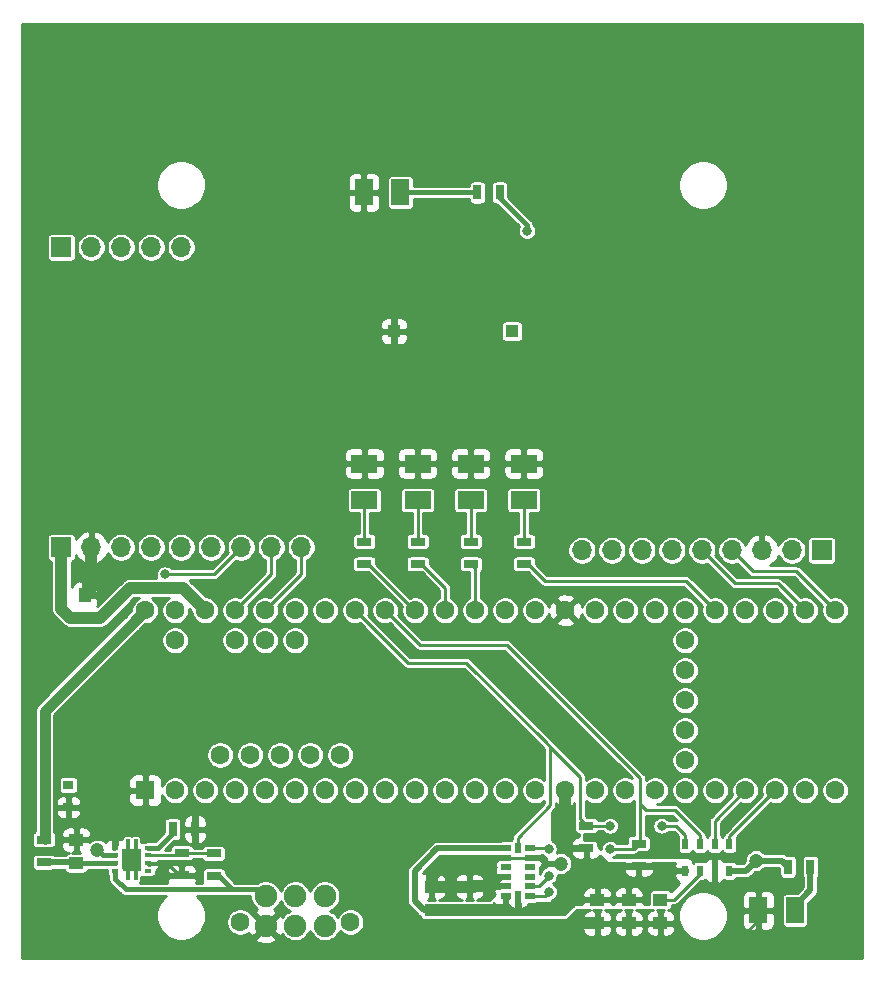
<source format=gbr>
%TF.GenerationSoftware,KiCad,Pcbnew,(5.1.7)-1*%
%TF.CreationDate,2021-04-25T20:49:27-04:00*%
%TF.ProjectId,rev2,72657632-2e6b-4696-9361-645f70636258,rev?*%
%TF.SameCoordinates,Original*%
%TF.FileFunction,Copper,L1,Top*%
%TF.FilePolarity,Positive*%
%FSLAX46Y46*%
G04 Gerber Fmt 4.6, Leading zero omitted, Abs format (unit mm)*
G04 Created by KiCad (PCBNEW (5.1.7)-1) date 2021-04-25 20:49:27*
%MOMM*%
%LPD*%
G01*
G04 APERTURE LIST*
%TA.AperFunction,EtchedComponent*%
%ADD10C,0.010000*%
%TD*%
%TA.AperFunction,ComponentPad*%
%ADD11C,1.900000*%
%TD*%
%TA.AperFunction,ComponentPad*%
%ADD12C,1.600000*%
%TD*%
%TA.AperFunction,SMDPad,CuDef*%
%ADD13R,1.500000X2.200000*%
%TD*%
%TA.AperFunction,SMDPad,CuDef*%
%ADD14R,2.200000X1.500000*%
%TD*%
%TA.AperFunction,ComponentPad*%
%ADD15R,1.108000X1.108000*%
%TD*%
%TA.AperFunction,SMDPad,CuDef*%
%ADD16R,1.250000X1.000000*%
%TD*%
%TA.AperFunction,SMDPad,CuDef*%
%ADD17R,1.300000X0.700000*%
%TD*%
%TA.AperFunction,SMDPad,CuDef*%
%ADD18R,0.550000X0.950000*%
%TD*%
%TA.AperFunction,ComponentPad*%
%ADD19R,1.600000X1.600000*%
%TD*%
%TA.AperFunction,SMDPad,CuDef*%
%ADD20R,0.920000X0.610000*%
%TD*%
%TA.AperFunction,SMDPad,CuDef*%
%ADD21R,0.610000X0.920000*%
%TD*%
%TA.AperFunction,ComponentPad*%
%ADD22O,1.700000X1.700000*%
%TD*%
%TA.AperFunction,ComponentPad*%
%ADD23R,1.700000X1.700000*%
%TD*%
%TA.AperFunction,SMDPad,CuDef*%
%ADD24R,0.700000X1.300000*%
%TD*%
%TA.AperFunction,SMDPad,CuDef*%
%ADD25R,0.600000X0.310000*%
%TD*%
%TA.AperFunction,SMDPad,CuDef*%
%ADD26R,1.500000X1.750000*%
%TD*%
%TA.AperFunction,ComponentPad*%
%ADD27C,0.400000*%
%TD*%
%TA.AperFunction,SMDPad,CuDef*%
%ADD28R,1.000000X1.250000*%
%TD*%
%TA.AperFunction,SMDPad,CuDef*%
%ADD29R,0.900000X0.800000*%
%TD*%
%TA.AperFunction,ViaPad*%
%ADD30C,1.200000*%
%TD*%
%TA.AperFunction,ViaPad*%
%ADD31C,0.800000*%
%TD*%
%TA.AperFunction,Conductor*%
%ADD32C,1.000000*%
%TD*%
%TA.AperFunction,Conductor*%
%ADD33C,0.550000*%
%TD*%
%TA.AperFunction,Conductor*%
%ADD34C,0.250000*%
%TD*%
%TA.AperFunction,Conductor*%
%ADD35C,0.400000*%
%TD*%
%TA.AperFunction,Conductor*%
%ADD36C,0.900000*%
%TD*%
%TA.AperFunction,Conductor*%
%ADD37C,0.240000*%
%TD*%
%TA.AperFunction,Conductor*%
%ADD38C,0.100000*%
%TD*%
G04 APERTURE END LIST*
D10*
%TO.C,U7*%
G36*
X115027140Y-109330460D02*
G01*
X114717140Y-109330460D01*
X114717140Y-110155460D01*
X114487140Y-110155460D01*
X114487140Y-109330460D01*
X114067140Y-109330460D01*
X114067140Y-110155460D01*
X113837140Y-110155460D01*
X113837140Y-109330460D01*
X113527140Y-109330460D01*
X113527140Y-107580460D01*
X113837140Y-107580460D01*
X113837140Y-106755460D01*
X114067140Y-106755460D01*
X114067140Y-107580460D01*
X114487140Y-107580460D01*
X114487140Y-106755460D01*
X114717140Y-106755460D01*
X114717140Y-107580460D01*
X115027140Y-107580460D01*
X115027140Y-109330460D01*
G37*
X115027140Y-109330460D02*
X114717140Y-109330460D01*
X114717140Y-110155460D01*
X114487140Y-110155460D01*
X114487140Y-109330460D01*
X114067140Y-109330460D01*
X114067140Y-110155460D01*
X113837140Y-110155460D01*
X113837140Y-109330460D01*
X113527140Y-109330460D01*
X113527140Y-107580460D01*
X113837140Y-107580460D01*
X113837140Y-106755460D01*
X114067140Y-106755460D01*
X114067140Y-107580460D01*
X114487140Y-107580460D01*
X114487140Y-106755460D01*
X114717140Y-106755460D01*
X114717140Y-107580460D01*
X115027140Y-107580460D01*
X115027140Y-109330460D01*
%TD*%
D11*
%TO.P,J3,1*%
%TO.N,GND*%
X125650000Y-114065000D03*
%TO.P,J3,2*%
%TO.N,Net-(J3-Pad2)*%
X128150000Y-114065000D03*
%TO.P,J3,3*%
%TO.N,DROGUE_DEPLOY*%
X130650000Y-114065000D03*
%TO.P,J3,4*%
%TO.N,3.3VBMS*%
X125650000Y-111565000D03*
%TO.P,J3,5*%
%TO.N,3.3VBMS_Backup*%
X128150000Y-111565000D03*
%TO.P,J3,6*%
%TO.N,MAIN_DEPLOY*%
X130650000Y-111565000D03*
D12*
%TO.P,J3,7*%
%TO.N,N/C*%
X123480000Y-113775000D03*
%TO.P,J3,8*%
X132820000Y-113775000D03*
%TD*%
D13*
%TO.P,D2,1*%
%TO.N,GND*%
X167360000Y-112776000D03*
%TO.P,D2,2*%
%TO.N,Net-(D2-Pad2)*%
X170460000Y-112776000D03*
%TD*%
%TO.P,D3,1*%
%TO.N,GND*%
X133950000Y-52000000D03*
%TO.P,D3,2*%
%TO.N,Net-(D3-Pad2)*%
X137050000Y-52000000D03*
%TD*%
D14*
%TO.P,D4,1*%
%TO.N,GND*%
X147500000Y-74950000D03*
%TO.P,D4,2*%
%TO.N,Net-(D4-Pad2)*%
X147500000Y-78050000D03*
%TD*%
%TO.P,D5,1*%
%TO.N,GND*%
X143000000Y-74950000D03*
%TO.P,D5,2*%
%TO.N,Net-(D5-Pad2)*%
X143000000Y-78050000D03*
%TD*%
%TO.P,D6,1*%
%TO.N,GND*%
X138500000Y-74950000D03*
%TO.P,D6,2*%
%TO.N,Net-(D6-Pad2)*%
X138500000Y-78050000D03*
%TD*%
%TO.P,D7,1*%
%TO.N,GND*%
X134000000Y-74950000D03*
%TO.P,D7,2*%
%TO.N,Net-(D7-Pad2)*%
X134000000Y-78050000D03*
%TD*%
D15*
%TO.P,LS1,N*%
%TO.N,GND*%
X136500000Y-63750000D03*
%TO.P,LS1,P*%
%TO.N,BUZZER*%
X146500000Y-63750000D03*
%TD*%
D16*
%TO.P,C7,2*%
%TO.N,GND*%
X156382720Y-113877600D03*
%TO.P,C7,1*%
%TO.N,3.3V_TEENSY*%
X156382720Y-111877600D03*
%TD*%
%TO.P,C8,1*%
%TO.N,3.3V_TEENSY*%
X153708100Y-111890300D03*
%TO.P,C8,2*%
%TO.N,GND*%
X153708100Y-113890300D03*
%TD*%
%TO.P,C9,1*%
%TO.N,Net-(C9-Pad1)*%
X159064960Y-111867440D03*
%TO.P,C9,2*%
%TO.N,GND*%
X159064960Y-113867440D03*
%TD*%
D17*
%TO.P,R1,1*%
%TO.N,3.3V_TEENSY*%
X152781000Y-107503000D03*
%TO.P,R1,2*%
%TO.N,SCL_TEENSY*%
X152781000Y-105603000D03*
%TD*%
%TO.P,R2,2*%
%TO.N,SDA_TEENSY*%
X157226000Y-107127000D03*
%TO.P,R2,1*%
%TO.N,3.3V_TEENSY*%
X157226000Y-109027000D03*
%TD*%
D18*
%TO.P,U2,1*%
%TO.N,3.3V_TEENSY*%
X161154900Y-109417900D03*
%TO.P,U2,2*%
%TO.N,Net-(C9-Pad1)*%
X162404900Y-109417900D03*
%TO.P,U2,3*%
%TO.N,GND*%
X163654900Y-109417900D03*
%TO.P,U2,4*%
%TO.N,3.3V_TEENSY*%
X164904900Y-109417900D03*
%TO.P,U2,5*%
%TO.N,INT2_MPL3115A2*%
X164904900Y-107167900D03*
%TO.P,U2,6*%
%TO.N,INT1_MPL3115A2*%
X163654900Y-107167900D03*
%TO.P,U2,7*%
%TO.N,SDA_TEENSY*%
X162404900Y-107167900D03*
%TO.P,U2,8*%
%TO.N,SCL_TEENSY*%
X161154900Y-107167900D03*
%TD*%
D12*
%TO.P,U3,17*%
%TO.N,Net-(U3-Pad17)*%
X156083000Y-102616000D03*
%TO.P,U3,18*%
%TO.N,Net-(U3-Pad18)*%
X158623000Y-102616000D03*
%TO.P,U3,19*%
%TO.N,Net-(U3-Pad19)*%
X161163000Y-102616000D03*
%TO.P,U3,20*%
%TO.N,Net-(U3-Pad20)*%
X163703000Y-102616000D03*
%TO.P,U3,16*%
%TO.N,Net-(U3-Pad16)*%
X153543000Y-102616000D03*
%TO.P,U3,15*%
%TO.N,3.3V_TEENSY*%
X151003000Y-102616000D03*
%TO.P,U3,14*%
%TO.N,MISO_RFM9X*%
X148463000Y-102616000D03*
%TO.P,U3,21*%
%TO.N,INT1_MPL3115A2*%
X166243000Y-102616000D03*
%TO.P,U3,22*%
%TO.N,INT2_MPL3115A2*%
X168783000Y-102616000D03*
%TO.P,U3,23*%
%TO.N,Net-(U3-Pad23)*%
X171323000Y-102616000D03*
%TO.P,U3,24*%
%TO.N,Net-(U3-Pad24)*%
X173863000Y-102616000D03*
%TO.P,U3,25*%
%TO.N,Net-(U3-Pad25)*%
X161163000Y-100076000D03*
%TO.P,U3,26*%
%TO.N,Net-(U3-Pad26)*%
X161163000Y-97536000D03*
%TO.P,U3,27*%
%TO.N,Net-(U3-Pad27)*%
X161163000Y-94996000D03*
%TO.P,U3,28*%
%TO.N,Net-(U3-Pad28)*%
X161163000Y-92456000D03*
%TO.P,U3,29*%
%TO.N,Net-(U3-Pad29)*%
X161163000Y-89916000D03*
%TO.P,U3,30*%
%TO.N,RX*%
X173863000Y-87376000D03*
%TO.P,U3,31*%
%TO.N,TX*%
X171323000Y-87376000D03*
%TO.P,U3,32*%
%TO.N,ENABLE_GPS*%
X168783000Y-87376000D03*
%TO.P,U3,33*%
%TO.N,BUZZER*%
X166243000Y-87376000D03*
%TO.P,U3,34*%
%TO.N,LED1*%
X163703000Y-87376000D03*
%TO.P,U3,35*%
%TO.N,Net-(U3-Pad35)*%
X161163000Y-87376000D03*
%TO.P,U3,36*%
%TO.N,Net-(U3-Pad36)*%
X158623000Y-87376000D03*
%TO.P,U3,37*%
%TO.N,Net-(U3-Pad37)*%
X156083000Y-87376000D03*
%TO.P,U3,13*%
%TO.N,MOSI_RFM9X*%
X145923000Y-102616000D03*
%TO.P,U3,12*%
%TO.N,INT2_ADXL345*%
X143383000Y-102616000D03*
%TO.P,U3,11*%
%TO.N,INT1_ADXL345*%
X140843000Y-102616000D03*
%TO.P,U3,10*%
%TO.N,Net-(U3-Pad10)*%
X138303000Y-102616000D03*
%TO.P,U3,9*%
%TO.N,Net-(U3-Pad9)*%
X135763000Y-102616000D03*
%TO.P,U3,8*%
%TO.N,DROGUE_DEPLOY*%
X133223000Y-102616000D03*
%TO.P,U3,7*%
%TO.N,MAIN_DEPLOY*%
X130683000Y-102616000D03*
%TO.P,U3,6*%
%TO.N,Net-(U3-Pad6)*%
X128143000Y-102616000D03*
%TO.P,U3,5*%
%TO.N,Net-(U3-Pad5)*%
X125603000Y-102616000D03*
%TO.P,U3,4*%
%TO.N,G0_RFM9X*%
X123063000Y-102616000D03*
%TO.P,U3,3*%
%TO.N,Net-(U3-Pad3)*%
X120523000Y-102616000D03*
%TO.P,U3,2*%
%TO.N,Net-(U3-Pad2)*%
X117983000Y-102616000D03*
D19*
%TO.P,U3,1*%
%TO.N,GND*%
X115443000Y-102616000D03*
D12*
%TO.P,U3,38*%
%TO.N,Net-(U3-Pad38)*%
X153543000Y-87376000D03*
%TO.P,U3,39*%
%TO.N,GND*%
X151003000Y-87376000D03*
%TO.P,U3,40*%
%TO.N,Net-(U3-Pad40)*%
X148463000Y-87376000D03*
%TO.P,U3,41*%
%TO.N,SCK_RFM9X*%
X145923000Y-87376000D03*
%TO.P,U3,42*%
%TO.N,LED2*%
X143383000Y-87376000D03*
%TO.P,U3,43*%
%TO.N,LED3*%
X140843000Y-87376000D03*
%TO.P,U3,44*%
%TO.N,LED4*%
X138303000Y-87376000D03*
%TO.P,U3,45*%
%TO.N,SDA_TEENSY*%
X135763000Y-87376000D03*
%TO.P,U3,46*%
%TO.N,SCL_TEENSY*%
X133223000Y-87376000D03*
%TO.P,U3,47*%
%TO.N,Net-(U3-Pad47)*%
X130683000Y-87376000D03*
%TO.P,U3,48*%
%TO.N,Net-(U3-Pad48)*%
X128143000Y-87376000D03*
%TO.P,U3,49*%
%TO.N,RST_RFM9X*%
X125603000Y-87376000D03*
%TO.P,U3,50*%
%TO.N,CS_RFM9X*%
X123063000Y-87376000D03*
%TO.P,U3,51*%
%TO.N,3.3V_TEENSY*%
X120523000Y-87376000D03*
%TO.P,U3,52*%
%TO.N,Net-(U3-Pad52)*%
X117983000Y-87376000D03*
%TO.P,U3,53*%
%TO.N,BMS_to_Teensy*%
X115443000Y-87376000D03*
%TO.P,U3,54*%
%TO.N,Net-(U3-Pad54)*%
X117983000Y-89916000D03*
%TO.P,U3,55*%
%TO.N,Net-(U3-Pad55)*%
X123063000Y-89916000D03*
%TO.P,U3,56*%
%TO.N,Net-(U3-Pad56)*%
X125603000Y-89916000D03*
%TO.P,U3,57*%
%TO.N,Net-(U3-Pad57)*%
X128143000Y-89916000D03*
%TO.P,U3,58*%
%TO.N,N/C*%
X121793000Y-99616000D03*
%TO.P,U3,59*%
X124333000Y-99616000D03*
%TO.P,U3,60*%
X126873000Y-99616000D03*
%TO.P,U3,61*%
X129413000Y-99616000D03*
%TO.P,U3,62*%
X131953000Y-99616000D03*
%TD*%
D16*
%TO.P,C10,1*%
%TO.N,3.3V_TEENSY*%
X139700000Y-112760000D03*
%TO.P,C10,2*%
%TO.N,GND*%
X139700000Y-110760000D03*
%TD*%
%TO.P,C11,2*%
%TO.N,GND*%
X142875000Y-110760000D03*
%TO.P,C11,1*%
%TO.N,3.3V_TEENSY*%
X142875000Y-112760000D03*
%TD*%
D20*
%TO.P,U5,1*%
%TO.N,3.3V_TEENSY*%
X145992500Y-107537500D03*
%TO.P,U5,2*%
%TO.N,GND*%
X145992500Y-108337500D03*
%TO.P,U5,3*%
%TO.N,Net-(U5-Pad11)*%
X145992500Y-109137500D03*
%TO.P,U5,4*%
%TO.N,GND*%
X145992500Y-109937500D03*
%TO.P,U5,5*%
X145992500Y-110737500D03*
%TO.P,U5,6*%
%TO.N,3.3V_TEENSY*%
X145992500Y-111537500D03*
D21*
%TO.P,U5,7*%
X147002500Y-111547500D03*
D20*
%TO.P,U5,8*%
%TO.N,INT1_ADXL345*%
X148012500Y-111537500D03*
%TO.P,U5,9*%
%TO.N,INT2_ADXL345*%
X148012500Y-110737500D03*
%TO.P,U5,10*%
%TO.N,Net-(U5-Pad10)*%
X148012500Y-109937500D03*
%TO.P,U5,11*%
%TO.N,Net-(U5-Pad11)*%
X148012500Y-109137500D03*
%TO.P,U5,12*%
%TO.N,GND*%
X148012500Y-108337500D03*
%TO.P,U5,13*%
%TO.N,SDA_TEENSY*%
X148012500Y-107537500D03*
D21*
%TO.P,U5,14*%
%TO.N,SCL_TEENSY*%
X147002500Y-107527500D03*
%TD*%
D22*
%TO.P,J2,5*%
%TO.N,SCK_RFM9X*%
X118491000Y-82042000D03*
%TO.P,J2,6*%
%TO.N,G0_RFM9X*%
X115951000Y-82042000D03*
%TO.P,J2,7*%
%TO.N,Net-(J2-Pad7)*%
X113411000Y-82042000D03*
%TO.P,J2,8*%
%TO.N,GND*%
X110871000Y-82042000D03*
D23*
%TO.P,J2,9*%
%TO.N,3.3V_TEENSY*%
X108331000Y-82042000D03*
D22*
%TO.P,J2,4*%
%TO.N,MISO_RFM9X*%
X121031000Y-82042000D03*
%TO.P,J2,3*%
%TO.N,MOSI_RFM9X*%
X123571000Y-82042000D03*
%TO.P,J2,2*%
%TO.N,CS_RFM9X*%
X126111000Y-82042000D03*
%TO.P,J2,1*%
%TO.N,RST_RFM9X*%
X128651000Y-82042000D03*
D23*
%TO.P,J2,10*%
%TO.N,Net-(J2-Pad10)*%
X108331000Y-56642000D03*
D22*
%TO.P,J2,11*%
%TO.N,Net-(J2-Pad11)*%
X110871000Y-56642000D03*
%TO.P,J2,12*%
%TO.N,Net-(J2-Pad12)*%
X113411000Y-56642000D03*
%TO.P,J2,13*%
%TO.N,Net-(J2-Pad13)*%
X115951000Y-56642000D03*
%TO.P,J2,14*%
%TO.N,Net-(J2-Pad14)*%
X118491000Y-56642000D03*
%TD*%
%TO.P,J1,9*%
%TO.N,Net-(J1-Pad9)*%
X152400000Y-82296000D03*
%TO.P,J1,8*%
%TO.N,ENABLE_GPS*%
X154940000Y-82296000D03*
%TO.P,J1,7*%
%TO.N,Net-(J1-Pad7)*%
X157480000Y-82296000D03*
%TO.P,J1,6*%
%TO.N,FIX*%
X160020000Y-82296000D03*
%TO.P,J1,5*%
%TO.N,TX*%
X162560000Y-82296000D03*
%TO.P,J1,4*%
%TO.N,RX*%
X165100000Y-82296000D03*
%TO.P,J1,3*%
%TO.N,GND*%
X167640000Y-82296000D03*
%TO.P,J1,2*%
%TO.N,3.3V_TEENSY*%
X170180000Y-82296000D03*
D23*
%TO.P,J1,1*%
%TO.N,PPS*%
X172720000Y-82296000D03*
%TD*%
D17*
%TO.P,R5,2*%
%TO.N,3.3VBMS*%
X121236740Y-109862660D03*
%TO.P,R5,1*%
%TO.N,Net-(R5-Pad1)*%
X121236740Y-107962660D03*
%TD*%
D16*
%TO.P,C14,1*%
%TO.N,BMS_TO_ZENER*%
X109590840Y-108802680D03*
%TO.P,C14,2*%
%TO.N,GND*%
X109590840Y-106802680D03*
%TD*%
D17*
%TO.P,R6,2*%
%TO.N,Net-(R5-Pad1)*%
X118544340Y-107911860D03*
%TO.P,R6,1*%
%TO.N,GND*%
X118544340Y-109811860D03*
%TD*%
D24*
%TO.P,R7,1*%
%TO.N,GND*%
X119654360Y-105912920D03*
%TO.P,R7,2*%
%TO.N,Net-(R7-Pad2)*%
X117754360Y-105912920D03*
%TD*%
D25*
%TO.P,U7,1*%
%TO.N,Net-(U7-Pad1)*%
X115677140Y-109430460D03*
%TO.P,U7,2*%
%TO.N,GND*%
X115677140Y-108780460D03*
%TO.P,U7,3*%
%TO.N,Net-(R5-Pad1)*%
X115677140Y-108130460D03*
%TO.P,U7,4*%
%TO.N,Net-(R7-Pad2)*%
X115677140Y-107480460D03*
%TO.P,U7,5*%
%TO.N,GND*%
X112877140Y-107480460D03*
%TO.P,U7,6*%
%TO.N,3.3VBMS_Backup*%
X112877140Y-108130460D03*
%TO.P,U7,7*%
%TO.N,BMS_TO_ZENER*%
X112877140Y-108780460D03*
%TO.P,U7,8*%
%TO.N,3.3VBMS*%
X112877140Y-109430460D03*
D26*
%TO.P,U7,9*%
%TO.N,GND*%
X114277140Y-108455460D03*
D27*
%TO.P,U7,10*%
%TO.N,N/C*%
X114277140Y-109080460D03*
%TO.P,U7,11*%
X113777140Y-108455460D03*
%TO.P,U7,12*%
X114777140Y-108455460D03*
%TO.P,U7,13*%
X114277140Y-107830460D03*
%TD*%
D28*
%TO.P,C1,1*%
%TO.N,3.3V_TEENSY*%
X108321600Y-86106000D03*
%TO.P,C1,2*%
%TO.N,GND*%
X110321600Y-86106000D03*
%TD*%
D29*
%TO.P,D1,3*%
%TO.N,BMS_to_Teensy*%
X106934760Y-103108760D03*
%TO.P,D1,2*%
%TO.N,Net-(D1-Pad2)*%
X108934760Y-102158760D03*
%TO.P,D1,1*%
%TO.N,GND*%
X108934760Y-104058760D03*
%TD*%
D17*
%TO.P,R3,1*%
%TO.N,BMS_to_Teensy*%
X106852720Y-106796800D03*
%TO.P,R3,2*%
%TO.N,BMS_TO_ZENER*%
X106852720Y-108696800D03*
%TD*%
D24*
%TO.P,R4,1*%
%TO.N,3.3V_TEENSY*%
X169865000Y-109093000D03*
%TO.P,R4,2*%
%TO.N,Net-(D2-Pad2)*%
X171765000Y-109093000D03*
%TD*%
%TO.P,R8,2*%
%TO.N,Net-(D3-Pad2)*%
X143550000Y-52000000D03*
%TO.P,R8,1*%
%TO.N,BUZZER*%
X145450000Y-52000000D03*
%TD*%
D17*
%TO.P,R9,1*%
%TO.N,LED1*%
X147500000Y-83450000D03*
%TO.P,R9,2*%
%TO.N,Net-(D4-Pad2)*%
X147500000Y-81550000D03*
%TD*%
%TO.P,R10,2*%
%TO.N,Net-(D5-Pad2)*%
X143000000Y-81550000D03*
%TO.P,R10,1*%
%TO.N,LED2*%
X143000000Y-83450000D03*
%TD*%
%TO.P,R11,1*%
%TO.N,LED3*%
X138500000Y-83450000D03*
%TO.P,R11,2*%
%TO.N,Net-(D6-Pad2)*%
X138500000Y-81550000D03*
%TD*%
%TO.P,R12,2*%
%TO.N,Net-(D7-Pad2)*%
X134000000Y-81550000D03*
%TO.P,R12,1*%
%TO.N,LED4*%
X134000000Y-83450000D03*
%TD*%
D30*
%TO.N,GND*%
X151536400Y-113893600D03*
X150622000Y-108813600D03*
D31*
X143611600Y-108915200D03*
X142138400Y-108915200D03*
X140665200Y-108915200D03*
D30*
X126000000Y-106000000D03*
X129000000Y-106000000D03*
X136000000Y-106000000D03*
X148000000Y-115000000D03*
X145000000Y-115000000D03*
X142000000Y-115000000D03*
X139000000Y-115000000D03*
X136000000Y-115000000D03*
X136000000Y-112000000D03*
X136000000Y-109000000D03*
X132000000Y-106000000D03*
X142000000Y-106000000D03*
X139000000Y-106000000D03*
X108000000Y-114000000D03*
X111000000Y-114000000D03*
X114000000Y-114000000D03*
X112000000Y-102000000D03*
X111000000Y-99000000D03*
X111000000Y-96000000D03*
X107000000Y-92000000D03*
X107000000Y-89000000D03*
X174500000Y-107000000D03*
X174500000Y-110000000D03*
X174500000Y-113000000D03*
X172000000Y-115500000D03*
X169000000Y-115500000D03*
X165500000Y-115500000D03*
X134000000Y-72000000D03*
X132000000Y-70000000D03*
X132000000Y-67000000D03*
X132000000Y-64000000D03*
X132000000Y-61000000D03*
X132000000Y-58000000D03*
X134000000Y-56000000D03*
X150000000Y-58000000D03*
X150000000Y-61000000D03*
X150000000Y-64000000D03*
X150000000Y-67000000D03*
X150000000Y-70000000D03*
D31*
%TO.N,SDA_TEENSY*%
X154813000Y-107569000D03*
X149606000Y-107569000D03*
%TO.N,SCL_TEENSY*%
X159156400Y-105613200D03*
X154787600Y-105613200D03*
%TO.N,INT2_ADXL345*%
X149606000Y-109829600D03*
%TO.N,INT1_ADXL345*%
X149656800Y-111201200D03*
%TO.N,MOSI_RFM9X*%
X117094000Y-84328000D03*
D30*
%TO.N,3.3V_TEENSY*%
X159308800Y-109931200D03*
X167157400Y-108559600D03*
X159349440Y-109971840D03*
%TO.N,3.3VBMS_Backup*%
X111389160Y-107690920D03*
D31*
%TO.N,BUZZER*%
X147750000Y-55250000D03*
%TD*%
D32*
%TO.N,GND*%
X144954500Y-110569500D02*
X144780000Y-110744000D01*
X144780000Y-110744000D02*
X144970500Y-110553500D01*
D33*
X145992500Y-108337500D02*
X145281500Y-108337500D01*
X144954500Y-108664500D02*
X144954500Y-110569500D01*
X145281500Y-108337500D02*
X144954500Y-108664500D01*
X145992500Y-109937500D02*
X145586500Y-109937500D01*
X145586500Y-109937500D02*
X144954500Y-110569500D01*
X145992500Y-110737500D02*
X145122500Y-110737500D01*
X145122500Y-110737500D02*
X144954500Y-110569500D01*
D34*
X148012500Y-108337500D02*
X145992500Y-108337500D01*
D32*
X144780000Y-110744000D02*
X142891000Y-110744000D01*
X142891000Y-110744000D02*
X142875000Y-110760000D01*
X142875000Y-110760000D02*
X139700000Y-110760000D01*
D33*
X148012500Y-108337500D02*
X148977500Y-108337500D01*
X151536400Y-113893600D02*
X151539700Y-113890300D01*
X149453600Y-108813600D02*
X150622000Y-108813600D01*
X148977500Y-108337500D02*
X149453600Y-108813600D01*
D32*
X153708100Y-113890300D02*
X151539700Y-113890300D01*
X151539700Y-113890300D02*
X151536400Y-113893600D01*
X139700000Y-110760000D02*
X139700000Y-109880400D01*
X142138400Y-108915200D02*
X143611600Y-108915200D01*
X139700000Y-109880400D02*
X140665200Y-108915200D01*
D34*
X115677140Y-108780460D02*
X117243740Y-108780460D01*
X118224340Y-109811860D02*
X118544340Y-109811860D01*
X117243740Y-108780460D02*
X118275140Y-109811860D01*
D32*
X110871000Y-82042000D02*
X110871000Y-85556600D01*
X110871000Y-85556600D02*
X110321600Y-86106000D01*
D34*
X132000000Y-106000000D02*
X129000000Y-106000000D01*
X149106400Y-113893600D02*
X148000000Y-115000000D01*
X149106400Y-113893600D02*
X151536400Y-113893600D01*
X145000000Y-115000000D02*
X142000000Y-115000000D01*
X139000000Y-115000000D02*
X136000000Y-115000000D01*
X136000000Y-112000000D02*
X136000000Y-109000000D01*
X136000000Y-106000000D02*
X132000000Y-106000000D01*
X139000000Y-106000000D02*
X142000000Y-106000000D01*
X114000000Y-114000000D02*
X111000000Y-114000000D01*
X115443000Y-102616000D02*
X112616000Y-102616000D01*
X112616000Y-102616000D02*
X112000000Y-102000000D01*
X111000000Y-99000000D02*
X111000000Y-96000000D01*
X107000000Y-92000000D02*
X107000000Y-89000000D01*
X167360000Y-112776000D02*
X167360000Y-113640000D01*
X174500000Y-113000000D02*
X174500000Y-110000000D01*
X169000000Y-115500000D02*
X172000000Y-115500000D01*
X167360000Y-113640000D02*
X165500000Y-115500000D01*
X133950000Y-52000000D02*
X133950000Y-55950000D01*
X132000000Y-70000000D02*
X134000000Y-72000000D01*
X132000000Y-64000000D02*
X132000000Y-67000000D01*
X132000000Y-58000000D02*
X132000000Y-61000000D01*
X133950000Y-55950000D02*
X134000000Y-56000000D01*
X147500000Y-74950000D02*
X147500000Y-72500000D01*
X150000000Y-61000000D02*
X150000000Y-58000000D01*
X150000000Y-67000000D02*
X150000000Y-64000000D01*
X147500000Y-72500000D02*
X150000000Y-70000000D01*
%TO.N,Net-(C9-Pad1)*%
X159064960Y-111867440D02*
X160222440Y-111867440D01*
X162404900Y-109684980D02*
X162404900Y-109417900D01*
X160222440Y-111867440D02*
X162404900Y-109684980D01*
%TO.N,SDA_TEENSY*%
X135763000Y-87376000D02*
X138684000Y-90297000D01*
X157353000Y-101600000D02*
X146050000Y-90297000D01*
X157353000Y-101600000D02*
X157353000Y-103759000D01*
X146050000Y-90297000D02*
X143764000Y-90297000D01*
X138684000Y-90297000D02*
X143764000Y-90297000D01*
X148012500Y-107537500D02*
X149574500Y-107537500D01*
X155702000Y-107569000D02*
X154813000Y-107569000D01*
X149574500Y-107537500D02*
X149606000Y-107569000D01*
X162404900Y-107167900D02*
X162404900Y-106397900D01*
X157861000Y-104267000D02*
X157353000Y-103759000D01*
X160274000Y-104267000D02*
X157861000Y-104267000D01*
X162404900Y-106397900D02*
X160274000Y-104267000D01*
X157353000Y-103759000D02*
X157353000Y-107000000D01*
X157353000Y-107000000D02*
X157226000Y-107127000D01*
X155702000Y-107569000D02*
X156784000Y-107569000D01*
X156784000Y-107569000D02*
X157226000Y-107127000D01*
%TO.N,SCL_TEENSY*%
X133223000Y-87376000D02*
X137668000Y-91821000D01*
X149352000Y-98552000D02*
X142621000Y-91821000D01*
X142621000Y-91821000D02*
X137668000Y-91821000D01*
X149733000Y-98933000D02*
X149352000Y-98552000D01*
X149733000Y-103886000D02*
X149733000Y-98933000D01*
X147002500Y-106616500D02*
X147002500Y-107527500D01*
X147002500Y-106616500D02*
X149733000Y-103886000D01*
X149733000Y-98933000D02*
X152273000Y-101473000D01*
X152273000Y-105029000D02*
X152273000Y-103759000D01*
X152781000Y-105537000D02*
X152273000Y-105029000D01*
X152273000Y-103759000D02*
X152273000Y-101473000D01*
X152781000Y-105603000D02*
X154777400Y-105603000D01*
X161154900Y-106392500D02*
X161154900Y-107167900D01*
X160375600Y-105613200D02*
X161154900Y-106392500D01*
X159156400Y-105613200D02*
X160375600Y-105613200D01*
X154777400Y-105603000D02*
X154787600Y-105613200D01*
%TO.N,INT2_MPL3115A2*%
X164904900Y-107167900D02*
X164904900Y-106494100D01*
X164904900Y-106494100D02*
X168783000Y-102616000D01*
%TO.N,INT1_MPL3115A2*%
X163654900Y-107167900D02*
X163654900Y-105204100D01*
X163654900Y-105204100D02*
X166243000Y-102616000D01*
%TO.N,TX*%
X162560000Y-82296000D02*
X165346000Y-85082000D01*
X169029000Y-85082000D02*
X171323000Y-87376000D01*
X165346000Y-85082000D02*
X169029000Y-85082000D01*
%TO.N,RX*%
X165100000Y-82296000D02*
X166878000Y-84074000D01*
X170561000Y-84074000D02*
X173863000Y-87376000D01*
X166878000Y-84074000D02*
X170561000Y-84074000D01*
%TO.N,INT2_ADXL345*%
X148012500Y-110737500D02*
X148748900Y-110737500D01*
X148748900Y-110737500D02*
X149606000Y-109880400D01*
X149606000Y-109880400D02*
X149606000Y-109829600D01*
%TO.N,INT1_ADXL345*%
X148012500Y-111537500D02*
X149320500Y-111537500D01*
X149320500Y-111537500D02*
X149656800Y-111201200D01*
%TO.N,MOSI_RFM9X*%
X121285000Y-84328000D02*
X123571000Y-82042000D01*
X117094000Y-84328000D02*
X121285000Y-84328000D01*
%TO.N,CS_RFM9X*%
X126111000Y-82042000D02*
X126111000Y-84328000D01*
X126111000Y-84328000D02*
X123063000Y-87376000D01*
%TO.N,RST_RFM9X*%
X128651000Y-82042000D02*
X128651000Y-84328000D01*
X128651000Y-84328000D02*
X125603000Y-87376000D01*
D35*
%TO.N,3.3VBMS*%
X112877140Y-109430460D02*
X112877140Y-110083140D01*
X113792000Y-110998000D02*
X122809000Y-110998000D01*
X112877140Y-110083140D02*
X113792000Y-110998000D01*
X121236740Y-109862660D02*
X121673660Y-109862660D01*
X121673660Y-109862660D02*
X122809000Y-110998000D01*
X122809000Y-110998000D02*
X125095000Y-110998000D01*
X125095000Y-110998000D02*
X125730000Y-111633000D01*
D32*
%TO.N,3.3V_TEENSY*%
X139700000Y-112760000D02*
X142875000Y-112760000D01*
X151003000Y-102616000D02*
X151003000Y-104825800D01*
D33*
X151495800Y-107503000D02*
X152781000Y-107503000D01*
X151003000Y-107010200D02*
X151495800Y-107503000D01*
X151003000Y-104825800D02*
X151003000Y-107010200D01*
X147002500Y-111547500D02*
X147002500Y-112814100D01*
X145992500Y-112820100D02*
X145992500Y-112630300D01*
X145992500Y-112630300D02*
X145992500Y-111537500D01*
X145999200Y-112826800D02*
X145992500Y-112820100D01*
X146989800Y-112826800D02*
X145999200Y-112826800D01*
X147002500Y-112814100D02*
X146989800Y-112826800D01*
X145992500Y-107537500D02*
X140163300Y-107537500D01*
X140163300Y-107537500D02*
X138277600Y-109423200D01*
X138277600Y-112014000D02*
X139023600Y-112760000D01*
X138277600Y-109423200D02*
X138277600Y-112014000D01*
X139023600Y-112760000D02*
X139700000Y-112760000D01*
D32*
X142875000Y-112760000D02*
X145862800Y-112760000D01*
X145862800Y-112760000D02*
X145992500Y-112630300D01*
X108331000Y-82042000D02*
X108331000Y-86096600D01*
X108331000Y-86096600D02*
X108321600Y-86106000D01*
D33*
X164904900Y-109417900D02*
X166299100Y-109417900D01*
X159308800Y-109931200D02*
X159349440Y-109971840D01*
X166299100Y-109417900D02*
X167157400Y-108559600D01*
D32*
X120523000Y-87376000D02*
X118618000Y-85471000D01*
X108321600Y-87239600D02*
X108321600Y-86106000D01*
X109093000Y-88011000D02*
X108321600Y-87239600D01*
X111633000Y-88011000D02*
X109093000Y-88011000D01*
X114173000Y-85471000D02*
X111633000Y-88011000D01*
X118618000Y-85471000D02*
X114173000Y-85471000D01*
D33*
X167157400Y-108559600D02*
X169331600Y-108559600D01*
X169331600Y-108559600D02*
X169865000Y-109093000D01*
D36*
%TO.N,BMS_to_Teensy*%
X106934760Y-103108760D02*
X106934760Y-106714760D01*
X115443000Y-87376000D02*
X114300000Y-88519000D01*
X114300000Y-88519000D02*
X114294920Y-88519000D01*
X114294920Y-88519000D02*
X106934760Y-95879160D01*
X106934760Y-95879160D02*
X106934760Y-103108760D01*
D35*
%TO.N,3.3VBMS_Backup*%
X112877140Y-108130460D02*
X111828700Y-108130460D01*
X111828700Y-108130460D02*
X111389160Y-107690920D01*
%TO.N,BUZZER*%
X145450000Y-52200000D02*
X145450000Y-52000000D01*
X147750000Y-54750000D02*
X145325000Y-52325000D01*
X147750000Y-54750000D02*
X147750000Y-54750000D01*
X147750000Y-55250000D02*
X147750000Y-54750000D01*
D34*
%TO.N,Net-(R5-Pad1)*%
X115677140Y-108130460D02*
X118325740Y-108130460D01*
X118325740Y-108130460D02*
X118544340Y-107911860D01*
X121236740Y-107962660D02*
X118595140Y-107962660D01*
X118595140Y-107962660D02*
X118544340Y-107911860D01*
D35*
%TO.N,Net-(R7-Pad2)*%
X117754360Y-105912920D02*
X117754360Y-106212680D01*
X116486580Y-107480460D02*
X115677140Y-107480460D01*
X117754360Y-106212680D02*
X116486580Y-107480460D01*
%TO.N,BMS_TO_ZENER*%
X112877140Y-108780460D02*
X109613060Y-108780460D01*
X109613060Y-108780460D02*
X109590840Y-108802680D01*
D33*
X106852720Y-108696800D02*
X109484960Y-108696800D01*
X109484960Y-108696800D02*
X109590840Y-108802680D01*
D34*
%TO.N,LED1*%
X147500000Y-83450000D02*
X147813600Y-83450000D01*
X161213800Y-84886800D02*
X163703000Y-87376000D01*
X149250400Y-84886800D02*
X161213800Y-84886800D01*
X147813600Y-83450000D02*
X149250400Y-84886800D01*
%TO.N,LED2*%
X143383000Y-87376000D02*
X143383000Y-83833000D01*
X143383000Y-83833000D02*
X143000000Y-83450000D01*
%TO.N,LED3*%
X138500000Y-83450000D02*
X138822000Y-83450000D01*
X140843000Y-85471000D02*
X140843000Y-87376000D01*
X138822000Y-83450000D02*
X140843000Y-85471000D01*
%TO.N,LED4*%
X134000000Y-83450000D02*
X134300800Y-83450000D01*
X138226800Y-87376000D02*
X138303000Y-87376000D01*
X134300800Y-83450000D02*
X138226800Y-87376000D01*
D33*
%TO.N,Net-(D2-Pad2)*%
X170460000Y-112776000D02*
X170460000Y-112369000D01*
X171765000Y-111064000D02*
X171765000Y-109093000D01*
X170460000Y-112369000D02*
X171765000Y-111064000D01*
D35*
%TO.N,Net-(D3-Pad2)*%
X143550000Y-52000000D02*
X137050000Y-52000000D01*
D34*
%TO.N,Net-(D4-Pad2)*%
X147500000Y-81550000D02*
X147500000Y-78050000D01*
%TO.N,Net-(D5-Pad2)*%
X143000000Y-81550000D02*
X143000000Y-78050000D01*
%TO.N,Net-(D6-Pad2)*%
X138500000Y-81550000D02*
X138500000Y-78050000D01*
%TO.N,Net-(D7-Pad2)*%
X134000000Y-81550000D02*
X134000000Y-78050000D01*
%TD*%
D37*
%TO.N,3.3V_TEENSY*%
X151778000Y-103783317D02*
X151778001Y-103783327D01*
X151778000Y-105004692D01*
X151775606Y-105029000D01*
X151778000Y-105053307D01*
X151778000Y-105053317D01*
X151784599Y-105120321D01*
X151766354Y-105180467D01*
X151759210Y-105253000D01*
X151759210Y-105953000D01*
X151766354Y-106025533D01*
X151787511Y-106095278D01*
X151821868Y-106159555D01*
X151868105Y-106215895D01*
X151924445Y-106262132D01*
X151988722Y-106296489D01*
X152058467Y-106317646D01*
X152127600Y-106324455D01*
X152127600Y-106522296D01*
X152007890Y-106534086D01*
X151889512Y-106569996D01*
X151780414Y-106628310D01*
X151684788Y-106706788D01*
X151606310Y-106802414D01*
X151547996Y-106911512D01*
X151512086Y-107029890D01*
X151499961Y-107153000D01*
X151503000Y-107212000D01*
X151660000Y-107369000D01*
X152127600Y-107369000D01*
X152127600Y-107492800D01*
X152129906Y-107516211D01*
X152136734Y-107538722D01*
X152147824Y-107559468D01*
X152162747Y-107577653D01*
X152180932Y-107592576D01*
X152201678Y-107603666D01*
X152224189Y-107610494D01*
X152247600Y-107612800D01*
X152935000Y-107612800D01*
X152935000Y-107637000D01*
X152915000Y-107637000D01*
X152915000Y-108324000D01*
X153072000Y-108481000D01*
X153431000Y-108484039D01*
X153554110Y-108471914D01*
X153672488Y-108436004D01*
X153781586Y-108377690D01*
X153877212Y-108299212D01*
X153955690Y-108203586D01*
X153956174Y-108202680D01*
X154499547Y-108746053D01*
X154517732Y-108760976D01*
X154538478Y-108772066D01*
X154560989Y-108778894D01*
X154584400Y-108781200D01*
X155993200Y-108781200D01*
X156105000Y-108893000D01*
X157092000Y-108893000D01*
X157092000Y-108873000D01*
X157360000Y-108873000D01*
X157360000Y-108893000D01*
X158347000Y-108893000D01*
X158458800Y-108781200D01*
X160272887Y-108781200D01*
X160259770Y-108826072D01*
X160248893Y-108949298D01*
X160251900Y-109126900D01*
X160408900Y-109283900D01*
X161020900Y-109283900D01*
X161020900Y-109263900D01*
X161288900Y-109263900D01*
X161288900Y-109283900D01*
X161308900Y-109283900D01*
X161308900Y-109551900D01*
X161288900Y-109551900D01*
X161288900Y-109571900D01*
X161020900Y-109571900D01*
X161020900Y-109551900D01*
X160408900Y-109551900D01*
X160251900Y-109708900D01*
X160248893Y-109886502D01*
X160259770Y-110009728D01*
X160294478Y-110128465D01*
X160351683Y-110238149D01*
X160429187Y-110334565D01*
X160524012Y-110414008D01*
X160630158Y-110472136D01*
X159973091Y-111129203D01*
X159952855Y-111104545D01*
X159896515Y-111058308D01*
X159832238Y-111023951D01*
X159762493Y-111002794D01*
X159689960Y-110995650D01*
X158439960Y-110995650D01*
X158367427Y-111002794D01*
X158297682Y-111023951D01*
X158233405Y-111058308D01*
X158177065Y-111104545D01*
X158130828Y-111160885D01*
X158096471Y-111225162D01*
X158075314Y-111294907D01*
X158068170Y-111367440D01*
X158068170Y-112249600D01*
X157636898Y-112249600D01*
X157635720Y-112168600D01*
X157478720Y-112011600D01*
X156516720Y-112011600D01*
X156516720Y-112031600D01*
X156248720Y-112031600D01*
X156248720Y-112011600D01*
X155286720Y-112011600D01*
X155129720Y-112168600D01*
X155128542Y-112249600D01*
X154962093Y-112249600D01*
X154961100Y-112181300D01*
X154804100Y-112024300D01*
X153842100Y-112024300D01*
X153842100Y-112044300D01*
X153574100Y-112044300D01*
X153574100Y-112024300D01*
X152612100Y-112024300D01*
X152455100Y-112181300D01*
X152454107Y-112249600D01*
X151841200Y-112249600D01*
X151817789Y-112251906D01*
X151795278Y-112258734D01*
X151774532Y-112269824D01*
X151756347Y-112284747D01*
X150927894Y-113113200D01*
X144128904Y-113113200D01*
X144128000Y-113051000D01*
X143971000Y-112894000D01*
X143009000Y-112894000D01*
X143009000Y-112914000D01*
X142741000Y-112914000D01*
X142741000Y-112894000D01*
X141779000Y-112894000D01*
X141622000Y-113051000D01*
X141621096Y-113113200D01*
X140953904Y-113113200D01*
X140953000Y-113051000D01*
X140796000Y-112894000D01*
X139834000Y-112894000D01*
X139834000Y-112914000D01*
X139566000Y-112914000D01*
X139566000Y-112894000D01*
X139546000Y-112894000D01*
X139546000Y-112626000D01*
X139566000Y-112626000D01*
X139566000Y-112606000D01*
X139834000Y-112606000D01*
X139834000Y-112626000D01*
X140796000Y-112626000D01*
X140953000Y-112469000D01*
X140953439Y-112438800D01*
X141621561Y-112438800D01*
X141622000Y-112469000D01*
X141779000Y-112626000D01*
X142741000Y-112626000D01*
X142741000Y-112606000D01*
X143009000Y-112606000D01*
X143009000Y-112626000D01*
X143971000Y-112626000D01*
X144128000Y-112469000D01*
X144128439Y-112438800D01*
X144222294Y-112438800D01*
X144237947Y-112454453D01*
X144256132Y-112469376D01*
X144276878Y-112480466D01*
X144299389Y-112487294D01*
X144322800Y-112489600D01*
X144627600Y-112489600D01*
X144651011Y-112487294D01*
X144673522Y-112480466D01*
X144694268Y-112469376D01*
X144712453Y-112454453D01*
X144995970Y-112170936D01*
X145007810Y-112193086D01*
X145086288Y-112288712D01*
X145181914Y-112367190D01*
X145291012Y-112425504D01*
X145409390Y-112461414D01*
X145532500Y-112473539D01*
X145701500Y-112470500D01*
X145858500Y-112313500D01*
X145858500Y-111671500D01*
X145838500Y-111671500D01*
X145838500Y-111473600D01*
X146146500Y-111473600D01*
X146146500Y-111671500D01*
X146126500Y-111671500D01*
X146126500Y-111781500D01*
X146069500Y-111838500D01*
X146066461Y-112007500D01*
X146078586Y-112130610D01*
X146114496Y-112248988D01*
X146126500Y-112271446D01*
X146126500Y-112313500D01*
X146180700Y-112367700D01*
X146251288Y-112453712D01*
X146346914Y-112532190D01*
X146456012Y-112590504D01*
X146574390Y-112626414D01*
X146697500Y-112638539D01*
X146711500Y-112635500D01*
X146868500Y-112478500D01*
X146868500Y-112313506D01*
X146898712Y-112288712D01*
X146977190Y-112193086D01*
X147013575Y-112125015D01*
X147017024Y-112131468D01*
X147031947Y-112149653D01*
X147050132Y-112164576D01*
X147070878Y-112175666D01*
X147093389Y-112182494D01*
X147116800Y-112184800D01*
X147136500Y-112184800D01*
X147136500Y-112478500D01*
X147293500Y-112635500D01*
X147307500Y-112638539D01*
X147430610Y-112626414D01*
X147548988Y-112590504D01*
X147658086Y-112532190D01*
X147753712Y-112453712D01*
X147832190Y-112358086D01*
X147890504Y-112248988D01*
X147901030Y-112214290D01*
X148472500Y-112214290D01*
X148545033Y-112207146D01*
X148614778Y-112185989D01*
X148617002Y-112184800D01*
X149758400Y-112184800D01*
X149781811Y-112182494D01*
X149804322Y-112175666D01*
X149825068Y-112164576D01*
X149843253Y-112149653D01*
X149858176Y-112131468D01*
X149869266Y-112110722D01*
X149876094Y-112088211D01*
X149878400Y-112064800D01*
X149878400Y-111942207D01*
X149881401Y-111941610D01*
X150021532Y-111883565D01*
X150147647Y-111799298D01*
X150254898Y-111692047D01*
X150339165Y-111565932D01*
X150397210Y-111425801D01*
X150404271Y-111390300D01*
X152452061Y-111390300D01*
X152455100Y-111599300D01*
X152612100Y-111756300D01*
X153574100Y-111756300D01*
X153574100Y-110919300D01*
X153842100Y-110919300D01*
X153842100Y-111756300D01*
X154804100Y-111756300D01*
X154961100Y-111599300D01*
X154964139Y-111390300D01*
X154962889Y-111377600D01*
X155126681Y-111377600D01*
X155129720Y-111586600D01*
X155286720Y-111743600D01*
X156248720Y-111743600D01*
X156248720Y-110906600D01*
X156516720Y-110906600D01*
X156516720Y-111743600D01*
X157478720Y-111743600D01*
X157635720Y-111586600D01*
X157638759Y-111377600D01*
X157626634Y-111254490D01*
X157590724Y-111136112D01*
X157532410Y-111027014D01*
X157453932Y-110931388D01*
X157358306Y-110852910D01*
X157249208Y-110794596D01*
X157130830Y-110758686D01*
X157007720Y-110746561D01*
X156673720Y-110749600D01*
X156516720Y-110906600D01*
X156248720Y-110906600D01*
X156091720Y-110749600D01*
X155757720Y-110746561D01*
X155634610Y-110758686D01*
X155516232Y-110794596D01*
X155407134Y-110852910D01*
X155311508Y-110931388D01*
X155233030Y-111027014D01*
X155174716Y-111136112D01*
X155138806Y-111254490D01*
X155126681Y-111377600D01*
X154962889Y-111377600D01*
X154952014Y-111267190D01*
X154916104Y-111148812D01*
X154857790Y-111039714D01*
X154779312Y-110944088D01*
X154683686Y-110865610D01*
X154574588Y-110807296D01*
X154456210Y-110771386D01*
X154333100Y-110759261D01*
X153999100Y-110762300D01*
X153842100Y-110919300D01*
X153574100Y-110919300D01*
X153417100Y-110762300D01*
X153083100Y-110759261D01*
X152959990Y-110771386D01*
X152841612Y-110807296D01*
X152732514Y-110865610D01*
X152636888Y-110944088D01*
X152558410Y-111039714D01*
X152500096Y-111148812D01*
X152464186Y-111267190D01*
X152452061Y-111390300D01*
X150404271Y-111390300D01*
X150426800Y-111277038D01*
X150426800Y-111125362D01*
X150397210Y-110976599D01*
X150339165Y-110836468D01*
X150254898Y-110710353D01*
X150147647Y-110603102D01*
X150021532Y-110518835D01*
X149983826Y-110503216D01*
X150096847Y-110427698D01*
X150204098Y-110320447D01*
X150288365Y-110194332D01*
X150346410Y-110054201D01*
X150376000Y-109905438D01*
X150376000Y-109753762D01*
X150375981Y-109753667D01*
X150526463Y-109783600D01*
X150717537Y-109783600D01*
X150904938Y-109746323D01*
X151081467Y-109673202D01*
X151240339Y-109567048D01*
X151375448Y-109431939D01*
X151412156Y-109377000D01*
X155944961Y-109377000D01*
X155957086Y-109500110D01*
X155992996Y-109618488D01*
X156051310Y-109727586D01*
X156129788Y-109823212D01*
X156225414Y-109901690D01*
X156334512Y-109960004D01*
X156452890Y-109995914D01*
X156576000Y-110008039D01*
X156935000Y-110005000D01*
X157092000Y-109848000D01*
X157092000Y-109161000D01*
X157360000Y-109161000D01*
X157360000Y-109848000D01*
X157517000Y-110005000D01*
X157876000Y-110008039D01*
X157999110Y-109995914D01*
X158117488Y-109960004D01*
X158226586Y-109901690D01*
X158322212Y-109823212D01*
X158400690Y-109727586D01*
X158459004Y-109618488D01*
X158494914Y-109500110D01*
X158507039Y-109377000D01*
X158504000Y-109318000D01*
X158347000Y-109161000D01*
X157360000Y-109161000D01*
X157092000Y-109161000D01*
X156105000Y-109161000D01*
X155948000Y-109318000D01*
X155944961Y-109377000D01*
X151412156Y-109377000D01*
X151481602Y-109273067D01*
X151554723Y-109096538D01*
X151592000Y-108909137D01*
X151592000Y-108718063D01*
X151554723Y-108530662D01*
X151481602Y-108354133D01*
X151375448Y-108195261D01*
X151240339Y-108060152D01*
X151081467Y-107953998D01*
X150904938Y-107880877D01*
X150764794Y-107853000D01*
X151499961Y-107853000D01*
X151512086Y-107976110D01*
X151547996Y-108094488D01*
X151606310Y-108203586D01*
X151684788Y-108299212D01*
X151780414Y-108377690D01*
X151889512Y-108436004D01*
X152007890Y-108471914D01*
X152131000Y-108484039D01*
X152490000Y-108481000D01*
X152647000Y-108324000D01*
X152647000Y-107637000D01*
X151660000Y-107637000D01*
X151503000Y-107794000D01*
X151499961Y-107853000D01*
X150764794Y-107853000D01*
X150717537Y-107843600D01*
X150526463Y-107843600D01*
X150339062Y-107880877D01*
X150304293Y-107895279D01*
X150346410Y-107793601D01*
X150376000Y-107644838D01*
X150376000Y-107493162D01*
X150346410Y-107344399D01*
X150288365Y-107204268D01*
X150204098Y-107078153D01*
X150096847Y-106970902D01*
X149970732Y-106886635D01*
X149878400Y-106848389D01*
X149878400Y-104440636D01*
X150065827Y-104253209D01*
X150084711Y-104237711D01*
X150100209Y-104218827D01*
X150100213Y-104218823D01*
X150137849Y-104172963D01*
X150146569Y-104162338D01*
X150192533Y-104076345D01*
X150220838Y-103983037D01*
X150228000Y-103910318D01*
X150228000Y-103910308D01*
X150230394Y-103886001D01*
X150228000Y-103861694D01*
X150228000Y-103705390D01*
X150271676Y-103850555D01*
X150526578Y-103969508D01*
X150799788Y-104036445D01*
X151080808Y-104048797D01*
X151358838Y-104006086D01*
X151623193Y-103909956D01*
X151734324Y-103850555D01*
X151778000Y-103705390D01*
X151778000Y-103783317D01*
%TA.AperFunction,Conductor*%
D38*
G36*
X151778000Y-103783317D02*
G01*
X151778001Y-103783327D01*
X151778000Y-105004692D01*
X151775606Y-105029000D01*
X151778000Y-105053307D01*
X151778000Y-105053317D01*
X151784599Y-105120321D01*
X151766354Y-105180467D01*
X151759210Y-105253000D01*
X151759210Y-105953000D01*
X151766354Y-106025533D01*
X151787511Y-106095278D01*
X151821868Y-106159555D01*
X151868105Y-106215895D01*
X151924445Y-106262132D01*
X151988722Y-106296489D01*
X152058467Y-106317646D01*
X152127600Y-106324455D01*
X152127600Y-106522296D01*
X152007890Y-106534086D01*
X151889512Y-106569996D01*
X151780414Y-106628310D01*
X151684788Y-106706788D01*
X151606310Y-106802414D01*
X151547996Y-106911512D01*
X151512086Y-107029890D01*
X151499961Y-107153000D01*
X151503000Y-107212000D01*
X151660000Y-107369000D01*
X152127600Y-107369000D01*
X152127600Y-107492800D01*
X152129906Y-107516211D01*
X152136734Y-107538722D01*
X152147824Y-107559468D01*
X152162747Y-107577653D01*
X152180932Y-107592576D01*
X152201678Y-107603666D01*
X152224189Y-107610494D01*
X152247600Y-107612800D01*
X152935000Y-107612800D01*
X152935000Y-107637000D01*
X152915000Y-107637000D01*
X152915000Y-108324000D01*
X153072000Y-108481000D01*
X153431000Y-108484039D01*
X153554110Y-108471914D01*
X153672488Y-108436004D01*
X153781586Y-108377690D01*
X153877212Y-108299212D01*
X153955690Y-108203586D01*
X153956174Y-108202680D01*
X154499547Y-108746053D01*
X154517732Y-108760976D01*
X154538478Y-108772066D01*
X154560989Y-108778894D01*
X154584400Y-108781200D01*
X155993200Y-108781200D01*
X156105000Y-108893000D01*
X157092000Y-108893000D01*
X157092000Y-108873000D01*
X157360000Y-108873000D01*
X157360000Y-108893000D01*
X158347000Y-108893000D01*
X158458800Y-108781200D01*
X160272887Y-108781200D01*
X160259770Y-108826072D01*
X160248893Y-108949298D01*
X160251900Y-109126900D01*
X160408900Y-109283900D01*
X161020900Y-109283900D01*
X161020900Y-109263900D01*
X161288900Y-109263900D01*
X161288900Y-109283900D01*
X161308900Y-109283900D01*
X161308900Y-109551900D01*
X161288900Y-109551900D01*
X161288900Y-109571900D01*
X161020900Y-109571900D01*
X161020900Y-109551900D01*
X160408900Y-109551900D01*
X160251900Y-109708900D01*
X160248893Y-109886502D01*
X160259770Y-110009728D01*
X160294478Y-110128465D01*
X160351683Y-110238149D01*
X160429187Y-110334565D01*
X160524012Y-110414008D01*
X160630158Y-110472136D01*
X159973091Y-111129203D01*
X159952855Y-111104545D01*
X159896515Y-111058308D01*
X159832238Y-111023951D01*
X159762493Y-111002794D01*
X159689960Y-110995650D01*
X158439960Y-110995650D01*
X158367427Y-111002794D01*
X158297682Y-111023951D01*
X158233405Y-111058308D01*
X158177065Y-111104545D01*
X158130828Y-111160885D01*
X158096471Y-111225162D01*
X158075314Y-111294907D01*
X158068170Y-111367440D01*
X158068170Y-112249600D01*
X157636898Y-112249600D01*
X157635720Y-112168600D01*
X157478720Y-112011600D01*
X156516720Y-112011600D01*
X156516720Y-112031600D01*
X156248720Y-112031600D01*
X156248720Y-112011600D01*
X155286720Y-112011600D01*
X155129720Y-112168600D01*
X155128542Y-112249600D01*
X154962093Y-112249600D01*
X154961100Y-112181300D01*
X154804100Y-112024300D01*
X153842100Y-112024300D01*
X153842100Y-112044300D01*
X153574100Y-112044300D01*
X153574100Y-112024300D01*
X152612100Y-112024300D01*
X152455100Y-112181300D01*
X152454107Y-112249600D01*
X151841200Y-112249600D01*
X151817789Y-112251906D01*
X151795278Y-112258734D01*
X151774532Y-112269824D01*
X151756347Y-112284747D01*
X150927894Y-113113200D01*
X144128904Y-113113200D01*
X144128000Y-113051000D01*
X143971000Y-112894000D01*
X143009000Y-112894000D01*
X143009000Y-112914000D01*
X142741000Y-112914000D01*
X142741000Y-112894000D01*
X141779000Y-112894000D01*
X141622000Y-113051000D01*
X141621096Y-113113200D01*
X140953904Y-113113200D01*
X140953000Y-113051000D01*
X140796000Y-112894000D01*
X139834000Y-112894000D01*
X139834000Y-112914000D01*
X139566000Y-112914000D01*
X139566000Y-112894000D01*
X139546000Y-112894000D01*
X139546000Y-112626000D01*
X139566000Y-112626000D01*
X139566000Y-112606000D01*
X139834000Y-112606000D01*
X139834000Y-112626000D01*
X140796000Y-112626000D01*
X140953000Y-112469000D01*
X140953439Y-112438800D01*
X141621561Y-112438800D01*
X141622000Y-112469000D01*
X141779000Y-112626000D01*
X142741000Y-112626000D01*
X142741000Y-112606000D01*
X143009000Y-112606000D01*
X143009000Y-112626000D01*
X143971000Y-112626000D01*
X144128000Y-112469000D01*
X144128439Y-112438800D01*
X144222294Y-112438800D01*
X144237947Y-112454453D01*
X144256132Y-112469376D01*
X144276878Y-112480466D01*
X144299389Y-112487294D01*
X144322800Y-112489600D01*
X144627600Y-112489600D01*
X144651011Y-112487294D01*
X144673522Y-112480466D01*
X144694268Y-112469376D01*
X144712453Y-112454453D01*
X144995970Y-112170936D01*
X145007810Y-112193086D01*
X145086288Y-112288712D01*
X145181914Y-112367190D01*
X145291012Y-112425504D01*
X145409390Y-112461414D01*
X145532500Y-112473539D01*
X145701500Y-112470500D01*
X145858500Y-112313500D01*
X145858500Y-111671500D01*
X145838500Y-111671500D01*
X145838500Y-111473600D01*
X146146500Y-111473600D01*
X146146500Y-111671500D01*
X146126500Y-111671500D01*
X146126500Y-111781500D01*
X146069500Y-111838500D01*
X146066461Y-112007500D01*
X146078586Y-112130610D01*
X146114496Y-112248988D01*
X146126500Y-112271446D01*
X146126500Y-112313500D01*
X146180700Y-112367700D01*
X146251288Y-112453712D01*
X146346914Y-112532190D01*
X146456012Y-112590504D01*
X146574390Y-112626414D01*
X146697500Y-112638539D01*
X146711500Y-112635500D01*
X146868500Y-112478500D01*
X146868500Y-112313506D01*
X146898712Y-112288712D01*
X146977190Y-112193086D01*
X147013575Y-112125015D01*
X147017024Y-112131468D01*
X147031947Y-112149653D01*
X147050132Y-112164576D01*
X147070878Y-112175666D01*
X147093389Y-112182494D01*
X147116800Y-112184800D01*
X147136500Y-112184800D01*
X147136500Y-112478500D01*
X147293500Y-112635500D01*
X147307500Y-112638539D01*
X147430610Y-112626414D01*
X147548988Y-112590504D01*
X147658086Y-112532190D01*
X147753712Y-112453712D01*
X147832190Y-112358086D01*
X147890504Y-112248988D01*
X147901030Y-112214290D01*
X148472500Y-112214290D01*
X148545033Y-112207146D01*
X148614778Y-112185989D01*
X148617002Y-112184800D01*
X149758400Y-112184800D01*
X149781811Y-112182494D01*
X149804322Y-112175666D01*
X149825068Y-112164576D01*
X149843253Y-112149653D01*
X149858176Y-112131468D01*
X149869266Y-112110722D01*
X149876094Y-112088211D01*
X149878400Y-112064800D01*
X149878400Y-111942207D01*
X149881401Y-111941610D01*
X150021532Y-111883565D01*
X150147647Y-111799298D01*
X150254898Y-111692047D01*
X150339165Y-111565932D01*
X150397210Y-111425801D01*
X150404271Y-111390300D01*
X152452061Y-111390300D01*
X152455100Y-111599300D01*
X152612100Y-111756300D01*
X153574100Y-111756300D01*
X153574100Y-110919300D01*
X153842100Y-110919300D01*
X153842100Y-111756300D01*
X154804100Y-111756300D01*
X154961100Y-111599300D01*
X154964139Y-111390300D01*
X154962889Y-111377600D01*
X155126681Y-111377600D01*
X155129720Y-111586600D01*
X155286720Y-111743600D01*
X156248720Y-111743600D01*
X156248720Y-110906600D01*
X156516720Y-110906600D01*
X156516720Y-111743600D01*
X157478720Y-111743600D01*
X157635720Y-111586600D01*
X157638759Y-111377600D01*
X157626634Y-111254490D01*
X157590724Y-111136112D01*
X157532410Y-111027014D01*
X157453932Y-110931388D01*
X157358306Y-110852910D01*
X157249208Y-110794596D01*
X157130830Y-110758686D01*
X157007720Y-110746561D01*
X156673720Y-110749600D01*
X156516720Y-110906600D01*
X156248720Y-110906600D01*
X156091720Y-110749600D01*
X155757720Y-110746561D01*
X155634610Y-110758686D01*
X155516232Y-110794596D01*
X155407134Y-110852910D01*
X155311508Y-110931388D01*
X155233030Y-111027014D01*
X155174716Y-111136112D01*
X155138806Y-111254490D01*
X155126681Y-111377600D01*
X154962889Y-111377600D01*
X154952014Y-111267190D01*
X154916104Y-111148812D01*
X154857790Y-111039714D01*
X154779312Y-110944088D01*
X154683686Y-110865610D01*
X154574588Y-110807296D01*
X154456210Y-110771386D01*
X154333100Y-110759261D01*
X153999100Y-110762300D01*
X153842100Y-110919300D01*
X153574100Y-110919300D01*
X153417100Y-110762300D01*
X153083100Y-110759261D01*
X152959990Y-110771386D01*
X152841612Y-110807296D01*
X152732514Y-110865610D01*
X152636888Y-110944088D01*
X152558410Y-111039714D01*
X152500096Y-111148812D01*
X152464186Y-111267190D01*
X152452061Y-111390300D01*
X150404271Y-111390300D01*
X150426800Y-111277038D01*
X150426800Y-111125362D01*
X150397210Y-110976599D01*
X150339165Y-110836468D01*
X150254898Y-110710353D01*
X150147647Y-110603102D01*
X150021532Y-110518835D01*
X149983826Y-110503216D01*
X150096847Y-110427698D01*
X150204098Y-110320447D01*
X150288365Y-110194332D01*
X150346410Y-110054201D01*
X150376000Y-109905438D01*
X150376000Y-109753762D01*
X150375981Y-109753667D01*
X150526463Y-109783600D01*
X150717537Y-109783600D01*
X150904938Y-109746323D01*
X151081467Y-109673202D01*
X151240339Y-109567048D01*
X151375448Y-109431939D01*
X151412156Y-109377000D01*
X155944961Y-109377000D01*
X155957086Y-109500110D01*
X155992996Y-109618488D01*
X156051310Y-109727586D01*
X156129788Y-109823212D01*
X156225414Y-109901690D01*
X156334512Y-109960004D01*
X156452890Y-109995914D01*
X156576000Y-110008039D01*
X156935000Y-110005000D01*
X157092000Y-109848000D01*
X157092000Y-109161000D01*
X157360000Y-109161000D01*
X157360000Y-109848000D01*
X157517000Y-110005000D01*
X157876000Y-110008039D01*
X157999110Y-109995914D01*
X158117488Y-109960004D01*
X158226586Y-109901690D01*
X158322212Y-109823212D01*
X158400690Y-109727586D01*
X158459004Y-109618488D01*
X158494914Y-109500110D01*
X158507039Y-109377000D01*
X158504000Y-109318000D01*
X158347000Y-109161000D01*
X157360000Y-109161000D01*
X157092000Y-109161000D01*
X156105000Y-109161000D01*
X155948000Y-109318000D01*
X155944961Y-109377000D01*
X151412156Y-109377000D01*
X151481602Y-109273067D01*
X151554723Y-109096538D01*
X151592000Y-108909137D01*
X151592000Y-108718063D01*
X151554723Y-108530662D01*
X151481602Y-108354133D01*
X151375448Y-108195261D01*
X151240339Y-108060152D01*
X151081467Y-107953998D01*
X150904938Y-107880877D01*
X150764794Y-107853000D01*
X151499961Y-107853000D01*
X151512086Y-107976110D01*
X151547996Y-108094488D01*
X151606310Y-108203586D01*
X151684788Y-108299212D01*
X151780414Y-108377690D01*
X151889512Y-108436004D01*
X152007890Y-108471914D01*
X152131000Y-108484039D01*
X152490000Y-108481000D01*
X152647000Y-108324000D01*
X152647000Y-107637000D01*
X151660000Y-107637000D01*
X151503000Y-107794000D01*
X151499961Y-107853000D01*
X150764794Y-107853000D01*
X150717537Y-107843600D01*
X150526463Y-107843600D01*
X150339062Y-107880877D01*
X150304293Y-107895279D01*
X150346410Y-107793601D01*
X150376000Y-107644838D01*
X150376000Y-107493162D01*
X150346410Y-107344399D01*
X150288365Y-107204268D01*
X150204098Y-107078153D01*
X150096847Y-106970902D01*
X149970732Y-106886635D01*
X149878400Y-106848389D01*
X149878400Y-104440636D01*
X150065827Y-104253209D01*
X150084711Y-104237711D01*
X150100209Y-104218827D01*
X150100213Y-104218823D01*
X150137849Y-104172963D01*
X150146569Y-104162338D01*
X150192533Y-104076345D01*
X150220838Y-103983037D01*
X150228000Y-103910318D01*
X150228000Y-103910308D01*
X150230394Y-103886001D01*
X150228000Y-103861694D01*
X150228000Y-103705390D01*
X150271676Y-103850555D01*
X150526578Y-103969508D01*
X150799788Y-104036445D01*
X151080808Y-104048797D01*
X151358838Y-104006086D01*
X151623193Y-103909956D01*
X151734324Y-103850555D01*
X151778000Y-103705390D01*
X151778000Y-103783317D01*
G37*
%TD.AperFunction*%
D37*
X151206647Y-102601858D02*
X151192505Y-102616000D01*
X151206647Y-102630142D01*
X151017142Y-102819647D01*
X151003000Y-102805505D01*
X150988858Y-102819647D01*
X150799353Y-102630142D01*
X150813495Y-102616000D01*
X150799353Y-102601858D01*
X150988858Y-102412353D01*
X151003000Y-102426495D01*
X151017142Y-102412353D01*
X151206647Y-102601858D01*
%TA.AperFunction,Conductor*%
D38*
G36*
X151206647Y-102601858D02*
G01*
X151192505Y-102616000D01*
X151206647Y-102630142D01*
X151017142Y-102819647D01*
X151003000Y-102805505D01*
X150988858Y-102819647D01*
X150799353Y-102630142D01*
X150813495Y-102616000D01*
X150799353Y-102601858D01*
X150988858Y-102412353D01*
X151003000Y-102426495D01*
X151017142Y-102412353D01*
X151206647Y-102601858D01*
G37*
%TD.AperFunction*%
%TD*%
D37*
%TO.N,GND*%
X176108840Y-116826961D02*
X105048841Y-116826961D01*
X105048841Y-108346800D01*
X105830930Y-108346800D01*
X105830930Y-109046800D01*
X105838074Y-109119333D01*
X105859231Y-109189078D01*
X105893588Y-109253355D01*
X105939825Y-109309695D01*
X105996165Y-109355932D01*
X106060442Y-109390289D01*
X106130187Y-109411446D01*
X106202720Y-109418590D01*
X107502720Y-109418590D01*
X107575253Y-109411446D01*
X107644998Y-109390289D01*
X107709275Y-109355932D01*
X107726495Y-109341800D01*
X108597903Y-109341800D01*
X108601194Y-109375213D01*
X108622351Y-109444958D01*
X108656708Y-109509235D01*
X108702945Y-109565575D01*
X108759285Y-109611812D01*
X108823562Y-109646169D01*
X108893307Y-109667326D01*
X108965840Y-109674470D01*
X110215840Y-109674470D01*
X110288373Y-109667326D01*
X110358118Y-109646169D01*
X110422395Y-109611812D01*
X110478735Y-109565575D01*
X110524972Y-109509235D01*
X110559329Y-109444958D01*
X110580486Y-109375213D01*
X110582924Y-109350460D01*
X112205350Y-109350460D01*
X112205350Y-109585460D01*
X112212494Y-109657993D01*
X112233651Y-109727738D01*
X112268008Y-109792015D01*
X112307140Y-109839698D01*
X112307140Y-110055157D01*
X112304384Y-110083140D01*
X112307140Y-110111123D01*
X112307140Y-110111133D01*
X112315388Y-110194879D01*
X112347982Y-110302325D01*
X112354775Y-110315033D01*
X112400910Y-110401347D01*
X112440064Y-110449055D01*
X112472141Y-110488140D01*
X112493885Y-110505985D01*
X113369159Y-111381261D01*
X113387000Y-111403000D01*
X113408739Y-111420841D01*
X113408742Y-111420844D01*
X113432648Y-111440463D01*
X113473793Y-111474230D01*
X113572815Y-111527158D01*
X113680261Y-111559752D01*
X113764007Y-111568000D01*
X113764016Y-111568000D01*
X113791999Y-111570756D01*
X113819982Y-111568000D01*
X117168817Y-111568000D01*
X117138880Y-111588003D01*
X116844741Y-111882142D01*
X116613638Y-112228013D01*
X116454451Y-112612323D01*
X116373299Y-113020306D01*
X116373299Y-113436280D01*
X116454451Y-113844263D01*
X116613638Y-114228573D01*
X116844741Y-114574444D01*
X117138880Y-114868583D01*
X117484751Y-115099686D01*
X117869061Y-115258873D01*
X118277044Y-115340025D01*
X118693018Y-115340025D01*
X119101001Y-115258873D01*
X119326432Y-115165496D01*
X124739008Y-115165496D01*
X124829729Y-115421980D01*
X125110224Y-115555933D01*
X125411462Y-115632590D01*
X125721868Y-115649005D01*
X126029511Y-115604549D01*
X126322570Y-115500928D01*
X126470271Y-115421980D01*
X126560992Y-115165496D01*
X125650000Y-114254505D01*
X124739008Y-115165496D01*
X119326432Y-115165496D01*
X119485311Y-115099686D01*
X119831182Y-114868583D01*
X120125321Y-114574444D01*
X120356424Y-114228573D01*
X120515611Y-113844263D01*
X120552309Y-113659765D01*
X122310000Y-113659765D01*
X122310000Y-113890235D01*
X122354963Y-114116276D01*
X122443160Y-114329203D01*
X122571202Y-114520831D01*
X122734169Y-114683798D01*
X122925797Y-114811840D01*
X123138724Y-114900037D01*
X123364765Y-114945000D01*
X123595235Y-114945000D01*
X123821276Y-114900037D01*
X124034203Y-114811840D01*
X124200940Y-114700430D01*
X124214072Y-114737570D01*
X124293020Y-114885271D01*
X124549504Y-114975992D01*
X125460495Y-114065000D01*
X124549504Y-113154008D01*
X124486988Y-113176121D01*
X124388798Y-113029169D01*
X124225831Y-112866202D01*
X124034203Y-112738160D01*
X123821276Y-112649963D01*
X123595235Y-112605000D01*
X123364765Y-112605000D01*
X123138724Y-112649963D01*
X122925797Y-112738160D01*
X122734169Y-112866202D01*
X122571202Y-113029169D01*
X122443160Y-113220797D01*
X122354963Y-113433724D01*
X122310000Y-113659765D01*
X120552309Y-113659765D01*
X120596763Y-113436280D01*
X120596763Y-113020306D01*
X120515611Y-112612323D01*
X120356424Y-112228013D01*
X120125321Y-111882142D01*
X119831182Y-111588003D01*
X119801245Y-111568000D01*
X122781016Y-111568000D01*
X122808999Y-111570756D01*
X122836982Y-111568000D01*
X124330000Y-111568000D01*
X124330000Y-111695009D01*
X124380727Y-111950030D01*
X124480231Y-112190255D01*
X124624689Y-112406451D01*
X124808549Y-112590311D01*
X124915833Y-112661996D01*
X124829729Y-112708020D01*
X124739008Y-112964504D01*
X125650000Y-113875495D01*
X126560992Y-112964504D01*
X126470271Y-112708020D01*
X126379887Y-112664856D01*
X126491451Y-112590311D01*
X126675311Y-112406451D01*
X126819769Y-112190255D01*
X126900000Y-111996559D01*
X126980231Y-112190255D01*
X127124689Y-112406451D01*
X127308549Y-112590311D01*
X127524745Y-112734769D01*
X127718441Y-112815000D01*
X127524745Y-112895231D01*
X127308549Y-113039689D01*
X127124689Y-113223549D01*
X127053004Y-113330833D01*
X127006980Y-113244729D01*
X126750496Y-113154008D01*
X125839505Y-114065000D01*
X126750496Y-114975992D01*
X127006980Y-114885271D01*
X127050144Y-114794887D01*
X127124689Y-114906451D01*
X127308549Y-115090311D01*
X127524745Y-115234769D01*
X127764970Y-115334273D01*
X128019991Y-115385000D01*
X128280009Y-115385000D01*
X128535030Y-115334273D01*
X128775255Y-115234769D01*
X128991451Y-115090311D01*
X129175311Y-114906451D01*
X129319769Y-114690255D01*
X129400000Y-114496559D01*
X129480231Y-114690255D01*
X129624689Y-114906451D01*
X129808549Y-115090311D01*
X130024745Y-115234769D01*
X130264970Y-115334273D01*
X130519991Y-115385000D01*
X130780009Y-115385000D01*
X131035030Y-115334273D01*
X131275255Y-115234769D01*
X131491451Y-115090311D01*
X131675311Y-114906451D01*
X131819769Y-114690255D01*
X131898081Y-114501193D01*
X131911202Y-114520831D01*
X132074169Y-114683798D01*
X132265797Y-114811840D01*
X132478724Y-114900037D01*
X132704765Y-114945000D01*
X132935235Y-114945000D01*
X133161276Y-114900037D01*
X133374203Y-114811840D01*
X133565831Y-114683798D01*
X133728798Y-114520831D01*
X133816016Y-114390300D01*
X152452061Y-114390300D01*
X152464186Y-114513410D01*
X152500096Y-114631788D01*
X152558410Y-114740886D01*
X152636888Y-114836512D01*
X152732514Y-114914990D01*
X152841612Y-114973304D01*
X152959990Y-115009214D01*
X153083100Y-115021339D01*
X153417100Y-115018300D01*
X153574100Y-114861300D01*
X153574100Y-114024300D01*
X153842100Y-114024300D01*
X153842100Y-114861300D01*
X153999100Y-115018300D01*
X154333100Y-115021339D01*
X154456210Y-115009214D01*
X154574588Y-114973304D01*
X154683686Y-114914990D01*
X154779312Y-114836512D01*
X154857790Y-114740886D01*
X154916104Y-114631788D01*
X154952014Y-114513410D01*
X154964139Y-114390300D01*
X154963955Y-114377600D01*
X155126681Y-114377600D01*
X155138806Y-114500710D01*
X155174716Y-114619088D01*
X155233030Y-114728186D01*
X155311508Y-114823812D01*
X155407134Y-114902290D01*
X155516232Y-114960604D01*
X155634610Y-114996514D01*
X155757720Y-115008639D01*
X156091720Y-115005600D01*
X156248720Y-114848600D01*
X156248720Y-114011600D01*
X156516720Y-114011600D01*
X156516720Y-114848600D01*
X156673720Y-115005600D01*
X157007720Y-115008639D01*
X157130830Y-114996514D01*
X157249208Y-114960604D01*
X157358306Y-114902290D01*
X157453932Y-114823812D01*
X157532410Y-114728186D01*
X157590724Y-114619088D01*
X157626634Y-114500710D01*
X157638759Y-114377600D01*
X157638612Y-114367440D01*
X157808921Y-114367440D01*
X157821046Y-114490550D01*
X157856956Y-114608928D01*
X157915270Y-114718026D01*
X157993748Y-114813652D01*
X158089374Y-114892130D01*
X158198472Y-114950444D01*
X158316850Y-114986354D01*
X158439960Y-114998479D01*
X158773960Y-114995440D01*
X158930960Y-114838440D01*
X158930960Y-114001440D01*
X159198960Y-114001440D01*
X159198960Y-114838440D01*
X159355960Y-114995440D01*
X159689960Y-114998479D01*
X159813070Y-114986354D01*
X159931448Y-114950444D01*
X160040546Y-114892130D01*
X160136172Y-114813652D01*
X160214650Y-114718026D01*
X160272964Y-114608928D01*
X160308874Y-114490550D01*
X160320999Y-114367440D01*
X160317960Y-114158440D01*
X160160960Y-114001440D01*
X159198960Y-114001440D01*
X158930960Y-114001440D01*
X157968960Y-114001440D01*
X157811960Y-114158440D01*
X157808921Y-114367440D01*
X157638612Y-114367440D01*
X157635720Y-114168600D01*
X157478720Y-114011600D01*
X156516720Y-114011600D01*
X156248720Y-114011600D01*
X155286720Y-114011600D01*
X155129720Y-114168600D01*
X155126681Y-114377600D01*
X154963955Y-114377600D01*
X154961100Y-114181300D01*
X154804100Y-114024300D01*
X153842100Y-114024300D01*
X153574100Y-114024300D01*
X152612100Y-114024300D01*
X152455100Y-114181300D01*
X152452061Y-114390300D01*
X133816016Y-114390300D01*
X133856840Y-114329203D01*
X133945037Y-114116276D01*
X133990000Y-113890235D01*
X133990000Y-113659765D01*
X133945037Y-113433724D01*
X133856840Y-113220797D01*
X133728798Y-113029169D01*
X133565831Y-112866202D01*
X133374203Y-112738160D01*
X133161276Y-112649963D01*
X132935235Y-112605000D01*
X132704765Y-112605000D01*
X132478724Y-112649963D01*
X132265797Y-112738160D01*
X132074169Y-112866202D01*
X131911202Y-113029169D01*
X131783160Y-113220797D01*
X131741184Y-113322135D01*
X131675311Y-113223549D01*
X131491451Y-113039689D01*
X131275255Y-112895231D01*
X131081559Y-112815000D01*
X131275255Y-112734769D01*
X131491451Y-112590311D01*
X131675311Y-112406451D01*
X131819769Y-112190255D01*
X131919273Y-111950030D01*
X131970000Y-111695009D01*
X131970000Y-111434991D01*
X131919273Y-111179970D01*
X131819769Y-110939745D01*
X131675311Y-110723549D01*
X131491451Y-110539689D01*
X131275255Y-110395231D01*
X131035030Y-110295727D01*
X130780009Y-110245000D01*
X130519991Y-110245000D01*
X130264970Y-110295727D01*
X130024745Y-110395231D01*
X129808549Y-110539689D01*
X129624689Y-110723549D01*
X129480231Y-110939745D01*
X129400000Y-111133441D01*
X129319769Y-110939745D01*
X129175311Y-110723549D01*
X128991451Y-110539689D01*
X128775255Y-110395231D01*
X128535030Y-110295727D01*
X128280009Y-110245000D01*
X128019991Y-110245000D01*
X127764970Y-110295727D01*
X127524745Y-110395231D01*
X127308549Y-110539689D01*
X127124689Y-110723549D01*
X126980231Y-110939745D01*
X126900000Y-111133441D01*
X126819769Y-110939745D01*
X126675311Y-110723549D01*
X126491451Y-110539689D01*
X126275255Y-110395231D01*
X126035030Y-110295727D01*
X125780009Y-110245000D01*
X125519991Y-110245000D01*
X125264970Y-110295727D01*
X125024745Y-110395231D01*
X124975703Y-110428000D01*
X123045101Y-110428000D01*
X122258530Y-109641430D01*
X122258530Y-109512660D01*
X122251386Y-109440127D01*
X122230229Y-109370382D01*
X122195872Y-109306105D01*
X122149635Y-109249765D01*
X122093295Y-109203528D01*
X122029018Y-109169171D01*
X121959273Y-109148014D01*
X121886740Y-109140870D01*
X120586740Y-109140870D01*
X120514207Y-109148014D01*
X120444462Y-109169171D01*
X120380185Y-109203528D01*
X120323845Y-109249765D01*
X120277608Y-109306105D01*
X120243251Y-109370382D01*
X120222094Y-109440127D01*
X120214950Y-109512660D01*
X120214950Y-110212660D01*
X120222094Y-110285193D01*
X120243251Y-110354938D01*
X120277608Y-110419215D01*
X120284818Y-110428000D01*
X119764167Y-110428000D01*
X119777344Y-110403348D01*
X119813254Y-110284970D01*
X119825379Y-110161860D01*
X119822340Y-110102860D01*
X119665340Y-109945860D01*
X118678340Y-109945860D01*
X118678340Y-109965860D01*
X118410340Y-109965860D01*
X118410340Y-109945860D01*
X117423340Y-109945860D01*
X117266340Y-110102860D01*
X117263301Y-110161860D01*
X117275426Y-110284970D01*
X117311336Y-110403348D01*
X117324513Y-110428000D01*
X114973777Y-110428000D01*
X114979514Y-110423387D01*
X114980359Y-110422380D01*
X114981378Y-110421549D01*
X115003838Y-110394400D01*
X115026558Y-110367323D01*
X115027194Y-110366167D01*
X115028029Y-110365157D01*
X115044787Y-110334164D01*
X115061816Y-110303188D01*
X115062214Y-110301935D01*
X115062839Y-110300778D01*
X115073286Y-110267028D01*
X115083945Y-110233427D01*
X115084091Y-110232123D01*
X115084481Y-110230864D01*
X115088179Y-110195684D01*
X115092103Y-110160696D01*
X115092121Y-110158175D01*
X115092131Y-110158078D01*
X115092122Y-110157981D01*
X115092140Y-110155460D01*
X115092140Y-109955097D01*
X115150250Y-109949374D01*
X115228606Y-109925605D01*
X115234862Y-109928949D01*
X115304607Y-109950106D01*
X115377140Y-109957250D01*
X115977140Y-109957250D01*
X116049673Y-109950106D01*
X116119418Y-109928949D01*
X116183695Y-109894592D01*
X116240035Y-109848355D01*
X116286272Y-109792015D01*
X116320629Y-109727738D01*
X116341786Y-109657993D01*
X116348930Y-109585460D01*
X116348930Y-109461860D01*
X117263301Y-109461860D01*
X117266340Y-109520860D01*
X117423340Y-109677860D01*
X118410340Y-109677860D01*
X118410340Y-108990860D01*
X118678340Y-108990860D01*
X118678340Y-109677860D01*
X119665340Y-109677860D01*
X119822340Y-109520860D01*
X119825379Y-109461860D01*
X119813254Y-109338750D01*
X119777344Y-109220372D01*
X119719030Y-109111274D01*
X119640552Y-109015648D01*
X119544926Y-108937170D01*
X119435828Y-108878856D01*
X119317450Y-108842946D01*
X119194340Y-108830821D01*
X118835340Y-108833860D01*
X118678340Y-108990860D01*
X118410340Y-108990860D01*
X118253340Y-108833860D01*
X117894340Y-108830821D01*
X117771230Y-108842946D01*
X117652852Y-108878856D01*
X117543754Y-108937170D01*
X117448128Y-109015648D01*
X117369650Y-109111274D01*
X117311336Y-109220372D01*
X117275426Y-109338750D01*
X117263301Y-109461860D01*
X116348930Y-109461860D01*
X116348930Y-109441799D01*
X116409711Y-109394908D01*
X116491033Y-109301689D01*
X116552607Y-109194397D01*
X116592065Y-109077153D01*
X116605140Y-108972460D01*
X116448140Y-108815460D01*
X115811140Y-108815460D01*
X115811140Y-108903670D01*
X115655958Y-108903670D01*
X115655140Y-108746460D01*
X115565930Y-108657250D01*
X115811140Y-108657250D01*
X115811140Y-108745460D01*
X116448140Y-108745460D01*
X116568140Y-108625460D01*
X117818359Y-108625460D01*
X117821807Y-108626506D01*
X117894340Y-108633650D01*
X119194340Y-108633650D01*
X119266873Y-108626506D01*
X119336618Y-108605349D01*
X119400895Y-108570992D01*
X119457235Y-108524755D01*
X119503472Y-108468415D01*
X119509221Y-108457660D01*
X120244706Y-108457660D01*
X120277608Y-108519215D01*
X120323845Y-108575555D01*
X120380185Y-108621792D01*
X120444462Y-108656149D01*
X120514207Y-108677306D01*
X120586740Y-108684450D01*
X121886740Y-108684450D01*
X121959273Y-108677306D01*
X122029018Y-108656149D01*
X122093295Y-108621792D01*
X122149635Y-108575555D01*
X122195872Y-108519215D01*
X122230229Y-108454938D01*
X122251386Y-108385193D01*
X122258530Y-108312660D01*
X122258530Y-107612660D01*
X122251386Y-107540127D01*
X122230229Y-107470382D01*
X122195872Y-107406105D01*
X122149635Y-107349765D01*
X122093295Y-107303528D01*
X122029018Y-107269171D01*
X121959273Y-107248014D01*
X121886740Y-107240870D01*
X120586740Y-107240870D01*
X120514207Y-107248014D01*
X120444462Y-107269171D01*
X120380185Y-107303528D01*
X120323845Y-107349765D01*
X120277608Y-107406105D01*
X120244706Y-107467660D01*
X119552413Y-107467660D01*
X119537829Y-107419582D01*
X119503472Y-107355305D01*
X119457235Y-107298965D01*
X119400895Y-107252728D01*
X119336618Y-107218371D01*
X119266873Y-107197214D01*
X119194340Y-107190070D01*
X117894340Y-107190070D01*
X117821807Y-107197214D01*
X117752062Y-107218371D01*
X117687785Y-107252728D01*
X117631445Y-107298965D01*
X117585208Y-107355305D01*
X117550851Y-107419582D01*
X117529694Y-107489327D01*
X117522550Y-107561860D01*
X117522550Y-107635460D01*
X117137680Y-107635460D01*
X117838431Y-106934710D01*
X118104360Y-106934710D01*
X118176893Y-106927566D01*
X118246638Y-106906409D01*
X118310915Y-106872052D01*
X118367255Y-106825815D01*
X118413492Y-106769475D01*
X118447849Y-106705198D01*
X118469006Y-106635453D01*
X118476150Y-106562920D01*
X118673321Y-106562920D01*
X118685446Y-106686030D01*
X118721356Y-106804408D01*
X118779670Y-106913506D01*
X118858148Y-107009132D01*
X118953774Y-107087610D01*
X119062872Y-107145924D01*
X119181250Y-107181834D01*
X119304360Y-107193959D01*
X119363360Y-107190920D01*
X119520360Y-107033920D01*
X119520360Y-106046920D01*
X119788360Y-106046920D01*
X119788360Y-107033920D01*
X119945360Y-107190920D01*
X120004360Y-107193959D01*
X120127470Y-107181834D01*
X120245848Y-107145924D01*
X120354946Y-107087610D01*
X120450572Y-107009132D01*
X120529050Y-106913506D01*
X120587364Y-106804408D01*
X120623274Y-106686030D01*
X120635399Y-106562920D01*
X120632360Y-106203920D01*
X120475360Y-106046920D01*
X119788360Y-106046920D01*
X119520360Y-106046920D01*
X118833360Y-106046920D01*
X118676360Y-106203920D01*
X118673321Y-106562920D01*
X118476150Y-106562920D01*
X118476150Y-105262920D01*
X118673321Y-105262920D01*
X118676360Y-105621920D01*
X118833360Y-105778920D01*
X119520360Y-105778920D01*
X119520360Y-104791920D01*
X119788360Y-104791920D01*
X119788360Y-105778920D01*
X120475360Y-105778920D01*
X120632360Y-105621920D01*
X120635399Y-105262920D01*
X120623274Y-105139810D01*
X120587364Y-105021432D01*
X120529050Y-104912334D01*
X120450572Y-104816708D01*
X120354946Y-104738230D01*
X120245848Y-104679916D01*
X120127470Y-104644006D01*
X120004360Y-104631881D01*
X119945360Y-104634920D01*
X119788360Y-104791920D01*
X119520360Y-104791920D01*
X119363360Y-104634920D01*
X119304360Y-104631881D01*
X119181250Y-104644006D01*
X119062872Y-104679916D01*
X118953774Y-104738230D01*
X118858148Y-104816708D01*
X118779670Y-104912334D01*
X118721356Y-105021432D01*
X118685446Y-105139810D01*
X118673321Y-105262920D01*
X118476150Y-105262920D01*
X118469006Y-105190387D01*
X118447849Y-105120642D01*
X118413492Y-105056365D01*
X118367255Y-105000025D01*
X118310915Y-104953788D01*
X118246638Y-104919431D01*
X118176893Y-104898274D01*
X118104360Y-104891130D01*
X117404360Y-104891130D01*
X117331827Y-104898274D01*
X117262082Y-104919431D01*
X117197805Y-104953788D01*
X117141465Y-105000025D01*
X117095228Y-105056365D01*
X117060871Y-105120642D01*
X117039714Y-105190387D01*
X117032570Y-105262920D01*
X117032570Y-106128369D01*
X116250480Y-106910460D01*
X115649147Y-106910460D01*
X115565401Y-106918708D01*
X115457955Y-106951302D01*
X115453525Y-106953670D01*
X115377140Y-106953670D01*
X115304607Y-106960814D01*
X115234862Y-106981971D01*
X115228606Y-106985315D01*
X115150250Y-106961546D01*
X115092140Y-106955823D01*
X115092140Y-106755460D01*
X115088700Y-106720379D01*
X115085498Y-106685192D01*
X115085126Y-106683928D01*
X115084998Y-106682622D01*
X115074802Y-106648852D01*
X115064834Y-106614983D01*
X115064225Y-106613819D01*
X115063845Y-106612559D01*
X115047289Y-106581423D01*
X115030927Y-106550124D01*
X115030101Y-106549097D01*
X115029485Y-106547938D01*
X115007194Y-106520606D01*
X114985067Y-106493086D01*
X114984060Y-106492241D01*
X114983229Y-106491222D01*
X114956080Y-106468762D01*
X114929003Y-106446042D01*
X114927847Y-106445406D01*
X114926837Y-106444571D01*
X114895844Y-106427813D01*
X114864868Y-106410784D01*
X114863615Y-106410386D01*
X114862458Y-106409761D01*
X114828708Y-106399314D01*
X114795107Y-106388655D01*
X114793803Y-106388509D01*
X114792544Y-106388119D01*
X114757364Y-106384421D01*
X114722376Y-106380497D01*
X114719855Y-106380479D01*
X114719758Y-106380469D01*
X114719661Y-106380478D01*
X114717140Y-106380460D01*
X114487140Y-106380460D01*
X114452059Y-106383900D01*
X114416872Y-106387102D01*
X114415608Y-106387474D01*
X114414302Y-106387602D01*
X114380532Y-106397798D01*
X114346663Y-106407766D01*
X114345499Y-106408375D01*
X114344239Y-106408755D01*
X114313103Y-106425311D01*
X114281804Y-106441673D01*
X114280777Y-106442499D01*
X114279618Y-106443115D01*
X114277331Y-106444980D01*
X114276837Y-106444571D01*
X114245844Y-106427813D01*
X114214868Y-106410784D01*
X114213615Y-106410386D01*
X114212458Y-106409761D01*
X114178708Y-106399314D01*
X114145107Y-106388655D01*
X114143803Y-106388509D01*
X114142544Y-106388119D01*
X114107364Y-106384421D01*
X114072376Y-106380497D01*
X114069855Y-106380479D01*
X114069758Y-106380469D01*
X114069661Y-106380478D01*
X114067140Y-106380460D01*
X113837140Y-106380460D01*
X113802059Y-106383900D01*
X113766872Y-106387102D01*
X113765608Y-106387474D01*
X113764302Y-106387602D01*
X113730532Y-106397798D01*
X113696663Y-106407766D01*
X113695499Y-106408375D01*
X113694239Y-106408755D01*
X113663103Y-106425311D01*
X113631804Y-106441673D01*
X113630777Y-106442499D01*
X113629618Y-106443115D01*
X113602286Y-106465406D01*
X113574766Y-106487533D01*
X113573921Y-106488540D01*
X113572902Y-106489371D01*
X113550442Y-106516520D01*
X113527722Y-106543597D01*
X113527086Y-106544753D01*
X113526251Y-106545763D01*
X113509493Y-106576756D01*
X113492464Y-106607732D01*
X113492066Y-106608985D01*
X113491441Y-106610142D01*
X113480994Y-106643892D01*
X113470335Y-106677493D01*
X113470189Y-106678797D01*
X113469799Y-106680056D01*
X113466101Y-106715236D01*
X113462177Y-106750224D01*
X113462159Y-106752745D01*
X113462149Y-106752842D01*
X113462158Y-106752939D01*
X113462140Y-106755460D01*
X113462140Y-106765816D01*
X113400961Y-106735448D01*
X113281554Y-106703119D01*
X113168140Y-106697460D01*
X113011140Y-106854460D01*
X113011140Y-107219285D01*
X113002450Y-107229874D01*
X112944136Y-107338972D01*
X112908226Y-107457350D01*
X112898071Y-107560460D01*
X112743140Y-107560460D01*
X112743140Y-107515460D01*
X112723140Y-107515460D01*
X112723140Y-107445460D01*
X112743140Y-107445460D01*
X112743140Y-106854460D01*
X112586140Y-106697460D01*
X112472726Y-106703119D01*
X112353319Y-106735448D01*
X112242514Y-106790450D01*
X112144569Y-106866012D01*
X112063247Y-106959231D01*
X112050854Y-106980827D01*
X112007499Y-106937472D01*
X111848627Y-106831318D01*
X111672098Y-106758197D01*
X111484697Y-106720920D01*
X111293623Y-106720920D01*
X111106222Y-106758197D01*
X110929693Y-106831318D01*
X110770821Y-106937472D01*
X110729227Y-106979067D01*
X110686840Y-106936680D01*
X109724840Y-106936680D01*
X109724840Y-107773680D01*
X109881840Y-107930680D01*
X109904920Y-107930890D01*
X109276760Y-107930890D01*
X109299840Y-107930680D01*
X109456840Y-107773680D01*
X109456840Y-106936680D01*
X108494840Y-106936680D01*
X108337840Y-107093680D01*
X108334801Y-107302680D01*
X108346926Y-107425790D01*
X108382836Y-107544168D01*
X108441150Y-107653266D01*
X108519628Y-107748892D01*
X108615254Y-107827370D01*
X108724352Y-107885684D01*
X108842730Y-107921594D01*
X108951478Y-107932305D01*
X108893307Y-107938034D01*
X108823562Y-107959191D01*
X108759285Y-107993548D01*
X108702945Y-108039785D01*
X108693085Y-108051800D01*
X107726495Y-108051800D01*
X107709275Y-108037668D01*
X107644998Y-108003311D01*
X107575253Y-107982154D01*
X107502720Y-107975010D01*
X106202720Y-107975010D01*
X106130187Y-107982154D01*
X106060442Y-108003311D01*
X105996165Y-108037668D01*
X105939825Y-108083905D01*
X105893588Y-108140245D01*
X105859231Y-108204522D01*
X105838074Y-108274267D01*
X105830930Y-108346800D01*
X105048841Y-108346800D01*
X105048841Y-106446800D01*
X105830930Y-106446800D01*
X105830930Y-107146800D01*
X105838074Y-107219333D01*
X105859231Y-107289078D01*
X105893588Y-107353355D01*
X105939825Y-107409695D01*
X105996165Y-107455932D01*
X106060442Y-107490289D01*
X106130187Y-107511446D01*
X106202720Y-107518590D01*
X106759821Y-107518590D01*
X106774013Y-107522895D01*
X106934760Y-107538727D01*
X107095508Y-107522895D01*
X107109700Y-107518590D01*
X107502720Y-107518590D01*
X107575253Y-107511446D01*
X107644998Y-107490289D01*
X107709275Y-107455932D01*
X107765615Y-107409695D01*
X107811852Y-107353355D01*
X107846209Y-107289078D01*
X107867366Y-107219333D01*
X107874510Y-107146800D01*
X107874510Y-106446800D01*
X107867366Y-106374267D01*
X107846209Y-106304522D01*
X107845225Y-106302680D01*
X108334801Y-106302680D01*
X108337840Y-106511680D01*
X108494840Y-106668680D01*
X109456840Y-106668680D01*
X109456840Y-105831680D01*
X109724840Y-105831680D01*
X109724840Y-106668680D01*
X110686840Y-106668680D01*
X110843840Y-106511680D01*
X110846879Y-106302680D01*
X110834754Y-106179570D01*
X110798844Y-106061192D01*
X110740530Y-105952094D01*
X110662052Y-105856468D01*
X110566426Y-105777990D01*
X110457328Y-105719676D01*
X110338950Y-105683766D01*
X110215840Y-105671641D01*
X109881840Y-105674680D01*
X109724840Y-105831680D01*
X109456840Y-105831680D01*
X109299840Y-105674680D01*
X108965840Y-105671641D01*
X108842730Y-105683766D01*
X108724352Y-105719676D01*
X108615254Y-105777990D01*
X108519628Y-105856468D01*
X108441150Y-105952094D01*
X108382836Y-106061192D01*
X108346926Y-106179570D01*
X108334801Y-106302680D01*
X107845225Y-106302680D01*
X107811852Y-106240245D01*
X107765615Y-106183905D01*
X107754760Y-106174997D01*
X107754760Y-104458760D01*
X107853721Y-104458760D01*
X107865846Y-104581870D01*
X107901756Y-104700248D01*
X107960070Y-104809346D01*
X108038548Y-104904972D01*
X108134174Y-104983450D01*
X108243272Y-105041764D01*
X108361650Y-105077674D01*
X108484760Y-105089799D01*
X108643760Y-105086760D01*
X108800760Y-104929760D01*
X108800760Y-104192760D01*
X109068760Y-104192760D01*
X109068760Y-104929760D01*
X109225760Y-105086760D01*
X109384760Y-105089799D01*
X109507870Y-105077674D01*
X109626248Y-105041764D01*
X109735346Y-104983450D01*
X109830972Y-104904972D01*
X109909450Y-104809346D01*
X109967764Y-104700248D01*
X110003674Y-104581870D01*
X110015799Y-104458760D01*
X110012760Y-104349760D01*
X109855760Y-104192760D01*
X109068760Y-104192760D01*
X108800760Y-104192760D01*
X108013760Y-104192760D01*
X107856760Y-104349760D01*
X107853721Y-104458760D01*
X107754760Y-104458760D01*
X107754760Y-103658760D01*
X107853721Y-103658760D01*
X107856760Y-103767760D01*
X108013760Y-103924760D01*
X108800760Y-103924760D01*
X108800760Y-103187760D01*
X109068760Y-103187760D01*
X109068760Y-103924760D01*
X109855760Y-103924760D01*
X110012760Y-103767760D01*
X110015799Y-103658760D01*
X110003674Y-103535650D01*
X109967764Y-103417272D01*
X109967085Y-103416000D01*
X114011961Y-103416000D01*
X114024086Y-103539110D01*
X114059996Y-103657488D01*
X114118310Y-103766586D01*
X114196788Y-103862212D01*
X114292414Y-103940690D01*
X114401512Y-103999004D01*
X114519890Y-104034914D01*
X114643000Y-104047039D01*
X115152000Y-104044000D01*
X115309000Y-103887000D01*
X115309000Y-102750000D01*
X114172000Y-102750000D01*
X114015000Y-102907000D01*
X114011961Y-103416000D01*
X109967085Y-103416000D01*
X109909450Y-103308174D01*
X109830972Y-103212548D01*
X109735346Y-103134070D01*
X109626248Y-103075756D01*
X109507870Y-103039846D01*
X109384760Y-103027721D01*
X109225760Y-103030760D01*
X109068760Y-103187760D01*
X108800760Y-103187760D01*
X108643760Y-103030760D01*
X108484760Y-103027721D01*
X108361650Y-103039846D01*
X108243272Y-103075756D01*
X108134174Y-103134070D01*
X108038548Y-103212548D01*
X107960070Y-103308174D01*
X107901756Y-103417272D01*
X107865846Y-103535650D01*
X107853721Y-103658760D01*
X107754760Y-103658760D01*
X107754760Y-103526934D01*
X107756550Y-103508760D01*
X107756550Y-102708760D01*
X107754760Y-102690586D01*
X107754760Y-101758760D01*
X108112970Y-101758760D01*
X108112970Y-102558760D01*
X108120114Y-102631293D01*
X108141271Y-102701038D01*
X108175628Y-102765315D01*
X108221865Y-102821655D01*
X108278205Y-102867892D01*
X108342482Y-102902249D01*
X108412227Y-102923406D01*
X108484760Y-102930550D01*
X109384760Y-102930550D01*
X109457293Y-102923406D01*
X109527038Y-102902249D01*
X109591315Y-102867892D01*
X109647655Y-102821655D01*
X109693892Y-102765315D01*
X109728249Y-102701038D01*
X109749406Y-102631293D01*
X109756550Y-102558760D01*
X109756550Y-101816000D01*
X114011961Y-101816000D01*
X114015000Y-102325000D01*
X114172000Y-102482000D01*
X115309000Y-102482000D01*
X115309000Y-101345000D01*
X115577000Y-101345000D01*
X115577000Y-102482000D01*
X115597000Y-102482000D01*
X115597000Y-102750000D01*
X115577000Y-102750000D01*
X115577000Y-103887000D01*
X115734000Y-104044000D01*
X116243000Y-104047039D01*
X116366110Y-104034914D01*
X116484488Y-103999004D01*
X116593586Y-103940690D01*
X116689212Y-103862212D01*
X116767690Y-103766586D01*
X116826004Y-103657488D01*
X116861914Y-103539110D01*
X116874039Y-103416000D01*
X116871495Y-102989946D01*
X116946160Y-103170203D01*
X117074202Y-103361831D01*
X117237169Y-103524798D01*
X117428797Y-103652840D01*
X117641724Y-103741037D01*
X117867765Y-103786000D01*
X118098235Y-103786000D01*
X118324276Y-103741037D01*
X118537203Y-103652840D01*
X118728831Y-103524798D01*
X118891798Y-103361831D01*
X119019840Y-103170203D01*
X119108037Y-102957276D01*
X119153000Y-102731235D01*
X119153000Y-102500765D01*
X119353000Y-102500765D01*
X119353000Y-102731235D01*
X119397963Y-102957276D01*
X119486160Y-103170203D01*
X119614202Y-103361831D01*
X119777169Y-103524798D01*
X119968797Y-103652840D01*
X120181724Y-103741037D01*
X120407765Y-103786000D01*
X120638235Y-103786000D01*
X120864276Y-103741037D01*
X121077203Y-103652840D01*
X121268831Y-103524798D01*
X121431798Y-103361831D01*
X121559840Y-103170203D01*
X121648037Y-102957276D01*
X121693000Y-102731235D01*
X121693000Y-102500765D01*
X121893000Y-102500765D01*
X121893000Y-102731235D01*
X121937963Y-102957276D01*
X122026160Y-103170203D01*
X122154202Y-103361831D01*
X122317169Y-103524798D01*
X122508797Y-103652840D01*
X122721724Y-103741037D01*
X122947765Y-103786000D01*
X123178235Y-103786000D01*
X123404276Y-103741037D01*
X123617203Y-103652840D01*
X123808831Y-103524798D01*
X123971798Y-103361831D01*
X124099840Y-103170203D01*
X124188037Y-102957276D01*
X124233000Y-102731235D01*
X124233000Y-102500765D01*
X124433000Y-102500765D01*
X124433000Y-102731235D01*
X124477963Y-102957276D01*
X124566160Y-103170203D01*
X124694202Y-103361831D01*
X124857169Y-103524798D01*
X125048797Y-103652840D01*
X125261724Y-103741037D01*
X125487765Y-103786000D01*
X125718235Y-103786000D01*
X125944276Y-103741037D01*
X126157203Y-103652840D01*
X126348831Y-103524798D01*
X126511798Y-103361831D01*
X126639840Y-103170203D01*
X126728037Y-102957276D01*
X126773000Y-102731235D01*
X126773000Y-102500765D01*
X126973000Y-102500765D01*
X126973000Y-102731235D01*
X127017963Y-102957276D01*
X127106160Y-103170203D01*
X127234202Y-103361831D01*
X127397169Y-103524798D01*
X127588797Y-103652840D01*
X127801724Y-103741037D01*
X128027765Y-103786000D01*
X128258235Y-103786000D01*
X128484276Y-103741037D01*
X128697203Y-103652840D01*
X128888831Y-103524798D01*
X129051798Y-103361831D01*
X129179840Y-103170203D01*
X129268037Y-102957276D01*
X129313000Y-102731235D01*
X129313000Y-102500765D01*
X129513000Y-102500765D01*
X129513000Y-102731235D01*
X129557963Y-102957276D01*
X129646160Y-103170203D01*
X129774202Y-103361831D01*
X129937169Y-103524798D01*
X130128797Y-103652840D01*
X130341724Y-103741037D01*
X130567765Y-103786000D01*
X130798235Y-103786000D01*
X131024276Y-103741037D01*
X131237203Y-103652840D01*
X131428831Y-103524798D01*
X131591798Y-103361831D01*
X131719840Y-103170203D01*
X131808037Y-102957276D01*
X131853000Y-102731235D01*
X131853000Y-102500765D01*
X132053000Y-102500765D01*
X132053000Y-102731235D01*
X132097963Y-102957276D01*
X132186160Y-103170203D01*
X132314202Y-103361831D01*
X132477169Y-103524798D01*
X132668797Y-103652840D01*
X132881724Y-103741037D01*
X133107765Y-103786000D01*
X133338235Y-103786000D01*
X133564276Y-103741037D01*
X133777203Y-103652840D01*
X133968831Y-103524798D01*
X134131798Y-103361831D01*
X134259840Y-103170203D01*
X134348037Y-102957276D01*
X134393000Y-102731235D01*
X134393000Y-102500765D01*
X134593000Y-102500765D01*
X134593000Y-102731235D01*
X134637963Y-102957276D01*
X134726160Y-103170203D01*
X134854202Y-103361831D01*
X135017169Y-103524798D01*
X135208797Y-103652840D01*
X135421724Y-103741037D01*
X135647765Y-103786000D01*
X135878235Y-103786000D01*
X136104276Y-103741037D01*
X136317203Y-103652840D01*
X136508831Y-103524798D01*
X136671798Y-103361831D01*
X136799840Y-103170203D01*
X136888037Y-102957276D01*
X136933000Y-102731235D01*
X136933000Y-102500765D01*
X137133000Y-102500765D01*
X137133000Y-102731235D01*
X137177963Y-102957276D01*
X137266160Y-103170203D01*
X137394202Y-103361831D01*
X137557169Y-103524798D01*
X137748797Y-103652840D01*
X137961724Y-103741037D01*
X138187765Y-103786000D01*
X138418235Y-103786000D01*
X138644276Y-103741037D01*
X138857203Y-103652840D01*
X139048831Y-103524798D01*
X139211798Y-103361831D01*
X139339840Y-103170203D01*
X139428037Y-102957276D01*
X139473000Y-102731235D01*
X139473000Y-102500765D01*
X139673000Y-102500765D01*
X139673000Y-102731235D01*
X139717963Y-102957276D01*
X139806160Y-103170203D01*
X139934202Y-103361831D01*
X140097169Y-103524798D01*
X140288797Y-103652840D01*
X140501724Y-103741037D01*
X140727765Y-103786000D01*
X140958235Y-103786000D01*
X141184276Y-103741037D01*
X141397203Y-103652840D01*
X141588831Y-103524798D01*
X141751798Y-103361831D01*
X141879840Y-103170203D01*
X141968037Y-102957276D01*
X142013000Y-102731235D01*
X142013000Y-102500765D01*
X142213000Y-102500765D01*
X142213000Y-102731235D01*
X142257963Y-102957276D01*
X142346160Y-103170203D01*
X142474202Y-103361831D01*
X142637169Y-103524798D01*
X142828797Y-103652840D01*
X143041724Y-103741037D01*
X143267765Y-103786000D01*
X143498235Y-103786000D01*
X143724276Y-103741037D01*
X143937203Y-103652840D01*
X144128831Y-103524798D01*
X144291798Y-103361831D01*
X144419840Y-103170203D01*
X144508037Y-102957276D01*
X144553000Y-102731235D01*
X144553000Y-102500765D01*
X144753000Y-102500765D01*
X144753000Y-102731235D01*
X144797963Y-102957276D01*
X144886160Y-103170203D01*
X145014202Y-103361831D01*
X145177169Y-103524798D01*
X145368797Y-103652840D01*
X145581724Y-103741037D01*
X145807765Y-103786000D01*
X146038235Y-103786000D01*
X146264276Y-103741037D01*
X146477203Y-103652840D01*
X146668831Y-103524798D01*
X146831798Y-103361831D01*
X146959840Y-103170203D01*
X147048037Y-102957276D01*
X147093000Y-102731235D01*
X147093000Y-102500765D01*
X147048037Y-102274724D01*
X146959840Y-102061797D01*
X146831798Y-101870169D01*
X146668831Y-101707202D01*
X146477203Y-101579160D01*
X146264276Y-101490963D01*
X146038235Y-101446000D01*
X145807765Y-101446000D01*
X145581724Y-101490963D01*
X145368797Y-101579160D01*
X145177169Y-101707202D01*
X145014202Y-101870169D01*
X144886160Y-102061797D01*
X144797963Y-102274724D01*
X144753000Y-102500765D01*
X144553000Y-102500765D01*
X144508037Y-102274724D01*
X144419840Y-102061797D01*
X144291798Y-101870169D01*
X144128831Y-101707202D01*
X143937203Y-101579160D01*
X143724276Y-101490963D01*
X143498235Y-101446000D01*
X143267765Y-101446000D01*
X143041724Y-101490963D01*
X142828797Y-101579160D01*
X142637169Y-101707202D01*
X142474202Y-101870169D01*
X142346160Y-102061797D01*
X142257963Y-102274724D01*
X142213000Y-102500765D01*
X142013000Y-102500765D01*
X141968037Y-102274724D01*
X141879840Y-102061797D01*
X141751798Y-101870169D01*
X141588831Y-101707202D01*
X141397203Y-101579160D01*
X141184276Y-101490963D01*
X140958235Y-101446000D01*
X140727765Y-101446000D01*
X140501724Y-101490963D01*
X140288797Y-101579160D01*
X140097169Y-101707202D01*
X139934202Y-101870169D01*
X139806160Y-102061797D01*
X139717963Y-102274724D01*
X139673000Y-102500765D01*
X139473000Y-102500765D01*
X139428037Y-102274724D01*
X139339840Y-102061797D01*
X139211798Y-101870169D01*
X139048831Y-101707202D01*
X138857203Y-101579160D01*
X138644276Y-101490963D01*
X138418235Y-101446000D01*
X138187765Y-101446000D01*
X137961724Y-101490963D01*
X137748797Y-101579160D01*
X137557169Y-101707202D01*
X137394202Y-101870169D01*
X137266160Y-102061797D01*
X137177963Y-102274724D01*
X137133000Y-102500765D01*
X136933000Y-102500765D01*
X136888037Y-102274724D01*
X136799840Y-102061797D01*
X136671798Y-101870169D01*
X136508831Y-101707202D01*
X136317203Y-101579160D01*
X136104276Y-101490963D01*
X135878235Y-101446000D01*
X135647765Y-101446000D01*
X135421724Y-101490963D01*
X135208797Y-101579160D01*
X135017169Y-101707202D01*
X134854202Y-101870169D01*
X134726160Y-102061797D01*
X134637963Y-102274724D01*
X134593000Y-102500765D01*
X134393000Y-102500765D01*
X134348037Y-102274724D01*
X134259840Y-102061797D01*
X134131798Y-101870169D01*
X133968831Y-101707202D01*
X133777203Y-101579160D01*
X133564276Y-101490963D01*
X133338235Y-101446000D01*
X133107765Y-101446000D01*
X132881724Y-101490963D01*
X132668797Y-101579160D01*
X132477169Y-101707202D01*
X132314202Y-101870169D01*
X132186160Y-102061797D01*
X132097963Y-102274724D01*
X132053000Y-102500765D01*
X131853000Y-102500765D01*
X131808037Y-102274724D01*
X131719840Y-102061797D01*
X131591798Y-101870169D01*
X131428831Y-101707202D01*
X131237203Y-101579160D01*
X131024276Y-101490963D01*
X130798235Y-101446000D01*
X130567765Y-101446000D01*
X130341724Y-101490963D01*
X130128797Y-101579160D01*
X129937169Y-101707202D01*
X129774202Y-101870169D01*
X129646160Y-102061797D01*
X129557963Y-102274724D01*
X129513000Y-102500765D01*
X129313000Y-102500765D01*
X129268037Y-102274724D01*
X129179840Y-102061797D01*
X129051798Y-101870169D01*
X128888831Y-101707202D01*
X128697203Y-101579160D01*
X128484276Y-101490963D01*
X128258235Y-101446000D01*
X128027765Y-101446000D01*
X127801724Y-101490963D01*
X127588797Y-101579160D01*
X127397169Y-101707202D01*
X127234202Y-101870169D01*
X127106160Y-102061797D01*
X127017963Y-102274724D01*
X126973000Y-102500765D01*
X126773000Y-102500765D01*
X126728037Y-102274724D01*
X126639840Y-102061797D01*
X126511798Y-101870169D01*
X126348831Y-101707202D01*
X126157203Y-101579160D01*
X125944276Y-101490963D01*
X125718235Y-101446000D01*
X125487765Y-101446000D01*
X125261724Y-101490963D01*
X125048797Y-101579160D01*
X124857169Y-101707202D01*
X124694202Y-101870169D01*
X124566160Y-102061797D01*
X124477963Y-102274724D01*
X124433000Y-102500765D01*
X124233000Y-102500765D01*
X124188037Y-102274724D01*
X124099840Y-102061797D01*
X123971798Y-101870169D01*
X123808831Y-101707202D01*
X123617203Y-101579160D01*
X123404276Y-101490963D01*
X123178235Y-101446000D01*
X122947765Y-101446000D01*
X122721724Y-101490963D01*
X122508797Y-101579160D01*
X122317169Y-101707202D01*
X122154202Y-101870169D01*
X122026160Y-102061797D01*
X121937963Y-102274724D01*
X121893000Y-102500765D01*
X121693000Y-102500765D01*
X121648037Y-102274724D01*
X121559840Y-102061797D01*
X121431798Y-101870169D01*
X121268831Y-101707202D01*
X121077203Y-101579160D01*
X120864276Y-101490963D01*
X120638235Y-101446000D01*
X120407765Y-101446000D01*
X120181724Y-101490963D01*
X119968797Y-101579160D01*
X119777169Y-101707202D01*
X119614202Y-101870169D01*
X119486160Y-102061797D01*
X119397963Y-102274724D01*
X119353000Y-102500765D01*
X119153000Y-102500765D01*
X119108037Y-102274724D01*
X119019840Y-102061797D01*
X118891798Y-101870169D01*
X118728831Y-101707202D01*
X118537203Y-101579160D01*
X118324276Y-101490963D01*
X118098235Y-101446000D01*
X117867765Y-101446000D01*
X117641724Y-101490963D01*
X117428797Y-101579160D01*
X117237169Y-101707202D01*
X117074202Y-101870169D01*
X116946160Y-102061797D01*
X116871495Y-102242054D01*
X116874039Y-101816000D01*
X116861914Y-101692890D01*
X116826004Y-101574512D01*
X116767690Y-101465414D01*
X116689212Y-101369788D01*
X116593586Y-101291310D01*
X116484488Y-101232996D01*
X116366110Y-101197086D01*
X116243000Y-101184961D01*
X115734000Y-101188000D01*
X115577000Y-101345000D01*
X115309000Y-101345000D01*
X115152000Y-101188000D01*
X114643000Y-101184961D01*
X114519890Y-101197086D01*
X114401512Y-101232996D01*
X114292414Y-101291310D01*
X114196788Y-101369788D01*
X114118310Y-101465414D01*
X114059996Y-101574512D01*
X114024086Y-101692890D01*
X114011961Y-101816000D01*
X109756550Y-101816000D01*
X109756550Y-101758760D01*
X109749406Y-101686227D01*
X109728249Y-101616482D01*
X109693892Y-101552205D01*
X109647655Y-101495865D01*
X109591315Y-101449628D01*
X109527038Y-101415271D01*
X109457293Y-101394114D01*
X109384760Y-101386970D01*
X108484760Y-101386970D01*
X108412227Y-101394114D01*
X108342482Y-101415271D01*
X108278205Y-101449628D01*
X108221865Y-101495865D01*
X108175628Y-101552205D01*
X108141271Y-101616482D01*
X108120114Y-101686227D01*
X108112970Y-101758760D01*
X107754760Y-101758760D01*
X107754760Y-99500765D01*
X120623000Y-99500765D01*
X120623000Y-99731235D01*
X120667963Y-99957276D01*
X120756160Y-100170203D01*
X120884202Y-100361831D01*
X121047169Y-100524798D01*
X121238797Y-100652840D01*
X121451724Y-100741037D01*
X121677765Y-100786000D01*
X121908235Y-100786000D01*
X122134276Y-100741037D01*
X122347203Y-100652840D01*
X122538831Y-100524798D01*
X122701798Y-100361831D01*
X122829840Y-100170203D01*
X122918037Y-99957276D01*
X122963000Y-99731235D01*
X122963000Y-99500765D01*
X123163000Y-99500765D01*
X123163000Y-99731235D01*
X123207963Y-99957276D01*
X123296160Y-100170203D01*
X123424202Y-100361831D01*
X123587169Y-100524798D01*
X123778797Y-100652840D01*
X123991724Y-100741037D01*
X124217765Y-100786000D01*
X124448235Y-100786000D01*
X124674276Y-100741037D01*
X124887203Y-100652840D01*
X125078831Y-100524798D01*
X125241798Y-100361831D01*
X125369840Y-100170203D01*
X125458037Y-99957276D01*
X125503000Y-99731235D01*
X125503000Y-99500765D01*
X125703000Y-99500765D01*
X125703000Y-99731235D01*
X125747963Y-99957276D01*
X125836160Y-100170203D01*
X125964202Y-100361831D01*
X126127169Y-100524798D01*
X126318797Y-100652840D01*
X126531724Y-100741037D01*
X126757765Y-100786000D01*
X126988235Y-100786000D01*
X127214276Y-100741037D01*
X127427203Y-100652840D01*
X127618831Y-100524798D01*
X127781798Y-100361831D01*
X127909840Y-100170203D01*
X127998037Y-99957276D01*
X128043000Y-99731235D01*
X128043000Y-99500765D01*
X128243000Y-99500765D01*
X128243000Y-99731235D01*
X128287963Y-99957276D01*
X128376160Y-100170203D01*
X128504202Y-100361831D01*
X128667169Y-100524798D01*
X128858797Y-100652840D01*
X129071724Y-100741037D01*
X129297765Y-100786000D01*
X129528235Y-100786000D01*
X129754276Y-100741037D01*
X129967203Y-100652840D01*
X130158831Y-100524798D01*
X130321798Y-100361831D01*
X130449840Y-100170203D01*
X130538037Y-99957276D01*
X130583000Y-99731235D01*
X130583000Y-99500765D01*
X130783000Y-99500765D01*
X130783000Y-99731235D01*
X130827963Y-99957276D01*
X130916160Y-100170203D01*
X131044202Y-100361831D01*
X131207169Y-100524798D01*
X131398797Y-100652840D01*
X131611724Y-100741037D01*
X131837765Y-100786000D01*
X132068235Y-100786000D01*
X132294276Y-100741037D01*
X132507203Y-100652840D01*
X132698831Y-100524798D01*
X132861798Y-100361831D01*
X132989840Y-100170203D01*
X133078037Y-99957276D01*
X133123000Y-99731235D01*
X133123000Y-99500765D01*
X133078037Y-99274724D01*
X132989840Y-99061797D01*
X132861798Y-98870169D01*
X132698831Y-98707202D01*
X132507203Y-98579160D01*
X132294276Y-98490963D01*
X132068235Y-98446000D01*
X131837765Y-98446000D01*
X131611724Y-98490963D01*
X131398797Y-98579160D01*
X131207169Y-98707202D01*
X131044202Y-98870169D01*
X130916160Y-99061797D01*
X130827963Y-99274724D01*
X130783000Y-99500765D01*
X130583000Y-99500765D01*
X130538037Y-99274724D01*
X130449840Y-99061797D01*
X130321798Y-98870169D01*
X130158831Y-98707202D01*
X129967203Y-98579160D01*
X129754276Y-98490963D01*
X129528235Y-98446000D01*
X129297765Y-98446000D01*
X129071724Y-98490963D01*
X128858797Y-98579160D01*
X128667169Y-98707202D01*
X128504202Y-98870169D01*
X128376160Y-99061797D01*
X128287963Y-99274724D01*
X128243000Y-99500765D01*
X128043000Y-99500765D01*
X127998037Y-99274724D01*
X127909840Y-99061797D01*
X127781798Y-98870169D01*
X127618831Y-98707202D01*
X127427203Y-98579160D01*
X127214276Y-98490963D01*
X126988235Y-98446000D01*
X126757765Y-98446000D01*
X126531724Y-98490963D01*
X126318797Y-98579160D01*
X126127169Y-98707202D01*
X125964202Y-98870169D01*
X125836160Y-99061797D01*
X125747963Y-99274724D01*
X125703000Y-99500765D01*
X125503000Y-99500765D01*
X125458037Y-99274724D01*
X125369840Y-99061797D01*
X125241798Y-98870169D01*
X125078831Y-98707202D01*
X124887203Y-98579160D01*
X124674276Y-98490963D01*
X124448235Y-98446000D01*
X124217765Y-98446000D01*
X123991724Y-98490963D01*
X123778797Y-98579160D01*
X123587169Y-98707202D01*
X123424202Y-98870169D01*
X123296160Y-99061797D01*
X123207963Y-99274724D01*
X123163000Y-99500765D01*
X122963000Y-99500765D01*
X122918037Y-99274724D01*
X122829840Y-99061797D01*
X122701798Y-98870169D01*
X122538831Y-98707202D01*
X122347203Y-98579160D01*
X122134276Y-98490963D01*
X121908235Y-98446000D01*
X121677765Y-98446000D01*
X121451724Y-98490963D01*
X121238797Y-98579160D01*
X121047169Y-98707202D01*
X120884202Y-98870169D01*
X120756160Y-99061797D01*
X120667963Y-99274724D01*
X120623000Y-99500765D01*
X107754760Y-99500765D01*
X107754760Y-96218814D01*
X114172809Y-89800765D01*
X116813000Y-89800765D01*
X116813000Y-90031235D01*
X116857963Y-90257276D01*
X116946160Y-90470203D01*
X117074202Y-90661831D01*
X117237169Y-90824798D01*
X117428797Y-90952840D01*
X117641724Y-91041037D01*
X117867765Y-91086000D01*
X118098235Y-91086000D01*
X118324276Y-91041037D01*
X118537203Y-90952840D01*
X118728831Y-90824798D01*
X118891798Y-90661831D01*
X119019840Y-90470203D01*
X119108037Y-90257276D01*
X119153000Y-90031235D01*
X119153000Y-89800765D01*
X121893000Y-89800765D01*
X121893000Y-90031235D01*
X121937963Y-90257276D01*
X122026160Y-90470203D01*
X122154202Y-90661831D01*
X122317169Y-90824798D01*
X122508797Y-90952840D01*
X122721724Y-91041037D01*
X122947765Y-91086000D01*
X123178235Y-91086000D01*
X123404276Y-91041037D01*
X123617203Y-90952840D01*
X123808831Y-90824798D01*
X123971798Y-90661831D01*
X124099840Y-90470203D01*
X124188037Y-90257276D01*
X124233000Y-90031235D01*
X124233000Y-89800765D01*
X124433000Y-89800765D01*
X124433000Y-90031235D01*
X124477963Y-90257276D01*
X124566160Y-90470203D01*
X124694202Y-90661831D01*
X124857169Y-90824798D01*
X125048797Y-90952840D01*
X125261724Y-91041037D01*
X125487765Y-91086000D01*
X125718235Y-91086000D01*
X125944276Y-91041037D01*
X126157203Y-90952840D01*
X126348831Y-90824798D01*
X126511798Y-90661831D01*
X126639840Y-90470203D01*
X126728037Y-90257276D01*
X126773000Y-90031235D01*
X126773000Y-89800765D01*
X126973000Y-89800765D01*
X126973000Y-90031235D01*
X127017963Y-90257276D01*
X127106160Y-90470203D01*
X127234202Y-90661831D01*
X127397169Y-90824798D01*
X127588797Y-90952840D01*
X127801724Y-91041037D01*
X128027765Y-91086000D01*
X128258235Y-91086000D01*
X128484276Y-91041037D01*
X128697203Y-90952840D01*
X128888831Y-90824798D01*
X129051798Y-90661831D01*
X129179840Y-90470203D01*
X129268037Y-90257276D01*
X129313000Y-90031235D01*
X129313000Y-89800765D01*
X129268037Y-89574724D01*
X129179840Y-89361797D01*
X129051798Y-89170169D01*
X128888831Y-89007202D01*
X128697203Y-88879160D01*
X128484276Y-88790963D01*
X128258235Y-88746000D01*
X128027765Y-88746000D01*
X127801724Y-88790963D01*
X127588797Y-88879160D01*
X127397169Y-89007202D01*
X127234202Y-89170169D01*
X127106160Y-89361797D01*
X127017963Y-89574724D01*
X126973000Y-89800765D01*
X126773000Y-89800765D01*
X126728037Y-89574724D01*
X126639840Y-89361797D01*
X126511798Y-89170169D01*
X126348831Y-89007202D01*
X126157203Y-88879160D01*
X125944276Y-88790963D01*
X125718235Y-88746000D01*
X125487765Y-88746000D01*
X125261724Y-88790963D01*
X125048797Y-88879160D01*
X124857169Y-89007202D01*
X124694202Y-89170169D01*
X124566160Y-89361797D01*
X124477963Y-89574724D01*
X124433000Y-89800765D01*
X124233000Y-89800765D01*
X124188037Y-89574724D01*
X124099840Y-89361797D01*
X123971798Y-89170169D01*
X123808831Y-89007202D01*
X123617203Y-88879160D01*
X123404276Y-88790963D01*
X123178235Y-88746000D01*
X122947765Y-88746000D01*
X122721724Y-88790963D01*
X122508797Y-88879160D01*
X122317169Y-89007202D01*
X122154202Y-89170169D01*
X122026160Y-89361797D01*
X121937963Y-89574724D01*
X121893000Y-89800765D01*
X119153000Y-89800765D01*
X119108037Y-89574724D01*
X119019840Y-89361797D01*
X118891798Y-89170169D01*
X118728831Y-89007202D01*
X118537203Y-88879160D01*
X118324276Y-88790963D01*
X118098235Y-88746000D01*
X117867765Y-88746000D01*
X117641724Y-88790963D01*
X117428797Y-88879160D01*
X117237169Y-89007202D01*
X117074202Y-89170169D01*
X116946160Y-89361797D01*
X116857963Y-89574724D01*
X116813000Y-89800765D01*
X114172809Y-89800765D01*
X114823013Y-89150562D01*
X114882633Y-89101633D01*
X114908317Y-89070337D01*
X115432654Y-88546000D01*
X115558235Y-88546000D01*
X115784276Y-88501037D01*
X115997203Y-88412840D01*
X116188831Y-88284798D01*
X116351798Y-88121831D01*
X116479840Y-87930203D01*
X116568037Y-87717276D01*
X116613000Y-87491235D01*
X116613000Y-87260765D01*
X116568037Y-87034724D01*
X116479840Y-86821797D01*
X116351798Y-86630169D01*
X116188831Y-86467202D01*
X115999957Y-86341000D01*
X117426043Y-86341000D01*
X117237169Y-86467202D01*
X117074202Y-86630169D01*
X116946160Y-86821797D01*
X116857963Y-87034724D01*
X116813000Y-87260765D01*
X116813000Y-87491235D01*
X116857963Y-87717276D01*
X116946160Y-87930203D01*
X117074202Y-88121831D01*
X117237169Y-88284798D01*
X117428797Y-88412840D01*
X117641724Y-88501037D01*
X117867765Y-88546000D01*
X118098235Y-88546000D01*
X118324276Y-88501037D01*
X118537203Y-88412840D01*
X118728831Y-88284798D01*
X118891798Y-88121831D01*
X119019840Y-87930203D01*
X119108037Y-87717276D01*
X119153000Y-87491235D01*
X119153000Y-87260765D01*
X119146941Y-87230307D01*
X119353000Y-87436366D01*
X119353000Y-87491235D01*
X119397963Y-87717276D01*
X119486160Y-87930203D01*
X119614202Y-88121831D01*
X119777169Y-88284798D01*
X119968797Y-88412840D01*
X120181724Y-88501037D01*
X120407765Y-88546000D01*
X120638235Y-88546000D01*
X120864276Y-88501037D01*
X121077203Y-88412840D01*
X121268831Y-88284798D01*
X121431798Y-88121831D01*
X121559840Y-87930203D01*
X121648037Y-87717276D01*
X121693000Y-87491235D01*
X121693000Y-87260765D01*
X121893000Y-87260765D01*
X121893000Y-87491235D01*
X121937963Y-87717276D01*
X122026160Y-87930203D01*
X122154202Y-88121831D01*
X122317169Y-88284798D01*
X122508797Y-88412840D01*
X122721724Y-88501037D01*
X122947765Y-88546000D01*
X123178235Y-88546000D01*
X123404276Y-88501037D01*
X123617203Y-88412840D01*
X123808831Y-88284798D01*
X123971798Y-88121831D01*
X124099840Y-87930203D01*
X124188037Y-87717276D01*
X124233000Y-87491235D01*
X124233000Y-87260765D01*
X124433000Y-87260765D01*
X124433000Y-87491235D01*
X124477963Y-87717276D01*
X124566160Y-87930203D01*
X124694202Y-88121831D01*
X124857169Y-88284798D01*
X125048797Y-88412840D01*
X125261724Y-88501037D01*
X125487765Y-88546000D01*
X125718235Y-88546000D01*
X125944276Y-88501037D01*
X126157203Y-88412840D01*
X126348831Y-88284798D01*
X126511798Y-88121831D01*
X126639840Y-87930203D01*
X126728037Y-87717276D01*
X126773000Y-87491235D01*
X126773000Y-87260765D01*
X126973000Y-87260765D01*
X126973000Y-87491235D01*
X127017963Y-87717276D01*
X127106160Y-87930203D01*
X127234202Y-88121831D01*
X127397169Y-88284798D01*
X127588797Y-88412840D01*
X127801724Y-88501037D01*
X128027765Y-88546000D01*
X128258235Y-88546000D01*
X128484276Y-88501037D01*
X128697203Y-88412840D01*
X128888831Y-88284798D01*
X129051798Y-88121831D01*
X129179840Y-87930203D01*
X129268037Y-87717276D01*
X129313000Y-87491235D01*
X129313000Y-87260765D01*
X129513000Y-87260765D01*
X129513000Y-87491235D01*
X129557963Y-87717276D01*
X129646160Y-87930203D01*
X129774202Y-88121831D01*
X129937169Y-88284798D01*
X130128797Y-88412840D01*
X130341724Y-88501037D01*
X130567765Y-88546000D01*
X130798235Y-88546000D01*
X131024276Y-88501037D01*
X131237203Y-88412840D01*
X131428831Y-88284798D01*
X131591798Y-88121831D01*
X131719840Y-87930203D01*
X131808037Y-87717276D01*
X131853000Y-87491235D01*
X131853000Y-87260765D01*
X132053000Y-87260765D01*
X132053000Y-87491235D01*
X132097963Y-87717276D01*
X132186160Y-87930203D01*
X132314202Y-88121831D01*
X132477169Y-88284798D01*
X132668797Y-88412840D01*
X132881724Y-88501037D01*
X133107765Y-88546000D01*
X133338235Y-88546000D01*
X133564276Y-88501037D01*
X133623479Y-88476514D01*
X137300791Y-92153827D01*
X137316289Y-92172711D01*
X137335173Y-92188209D01*
X137335177Y-92188213D01*
X137381037Y-92225849D01*
X137391662Y-92234569D01*
X137477655Y-92280533D01*
X137570963Y-92308838D01*
X137643682Y-92316000D01*
X137643692Y-92316000D01*
X137667999Y-92318394D01*
X137692306Y-92316000D01*
X142415965Y-92316000D01*
X148984787Y-98884822D01*
X149238001Y-99138037D01*
X149238000Y-101736371D01*
X149208831Y-101707202D01*
X149017203Y-101579160D01*
X148804276Y-101490963D01*
X148578235Y-101446000D01*
X148347765Y-101446000D01*
X148121724Y-101490963D01*
X147908797Y-101579160D01*
X147717169Y-101707202D01*
X147554202Y-101870169D01*
X147426160Y-102061797D01*
X147337963Y-102274724D01*
X147293000Y-102500765D01*
X147293000Y-102731235D01*
X147337963Y-102957276D01*
X147426160Y-103170203D01*
X147554202Y-103361831D01*
X147717169Y-103524798D01*
X147908797Y-103652840D01*
X148121724Y-103741037D01*
X148347765Y-103786000D01*
X148578235Y-103786000D01*
X148804276Y-103741037D01*
X149017203Y-103652840D01*
X149208831Y-103524798D01*
X149238000Y-103495629D01*
X149238000Y-103680964D01*
X146669678Y-106249287D01*
X146650789Y-106264789D01*
X146588931Y-106340162D01*
X146542967Y-106426156D01*
X146514662Y-106519464D01*
X146507500Y-106592183D01*
X146507500Y-106592193D01*
X146505106Y-106616500D01*
X146507500Y-106640808D01*
X146507500Y-106749519D01*
X146490945Y-106758368D01*
X146434605Y-106804605D01*
X146388561Y-106860710D01*
X145532500Y-106860710D01*
X145459967Y-106867854D01*
X145390222Y-106889011D01*
X145383695Y-106892500D01*
X140194976Y-106892500D01*
X140163300Y-106889380D01*
X140131624Y-106892500D01*
X140131621Y-106892500D01*
X140036858Y-106901833D01*
X139919373Y-106937472D01*
X139915275Y-106938715D01*
X139803223Y-106998608D01*
X139729616Y-107059016D01*
X139729614Y-107059018D01*
X139705010Y-107079210D01*
X139684818Y-107103814D01*
X137843919Y-108944714D01*
X137819310Y-108964910D01*
X137799116Y-108989517D01*
X137738708Y-109063124D01*
X137683084Y-109167190D01*
X137678815Y-109175176D01*
X137641933Y-109296759D01*
X137632600Y-109391522D01*
X137632600Y-109391531D01*
X137629481Y-109423200D01*
X137632600Y-109454869D01*
X137632601Y-111982321D01*
X137629481Y-112014000D01*
X137641934Y-112140442D01*
X137678815Y-112262024D01*
X137738708Y-112374076D01*
X137799116Y-112447683D01*
X137799119Y-112447686D01*
X137819311Y-112472290D01*
X137843914Y-112492481D01*
X138545118Y-113193686D01*
X138565310Y-113218290D01*
X138589914Y-113238482D01*
X138589916Y-113238484D01*
X138663523Y-113298892D01*
X138676911Y-113306048D01*
X138697765Y-113374793D01*
X138731956Y-113438761D01*
X138777970Y-113494830D01*
X138811976Y-113522737D01*
X138812105Y-113522895D01*
X138868445Y-113569132D01*
X138932722Y-113603489D01*
X139002467Y-113624646D01*
X139075000Y-113631790D01*
X140325000Y-113631790D01*
X140343174Y-113630000D01*
X142231826Y-113630000D01*
X142250000Y-113631790D01*
X143500000Y-113631790D01*
X143518174Y-113630000D01*
X145820076Y-113630000D01*
X145862800Y-113634208D01*
X145905524Y-113630000D01*
X145905534Y-113630000D01*
X146033350Y-113617411D01*
X146080198Y-113603200D01*
X150977600Y-113603200D01*
X151049783Y-113596091D01*
X151119193Y-113575035D01*
X151183161Y-113540844D01*
X151239230Y-113494830D01*
X151994460Y-112739600D01*
X152959978Y-112739600D01*
X153010567Y-112754946D01*
X153068738Y-112760675D01*
X152959990Y-112771386D01*
X152841612Y-112807296D01*
X152732514Y-112865610D01*
X152636888Y-112944088D01*
X152558410Y-113039714D01*
X152500096Y-113148812D01*
X152464186Y-113267190D01*
X152452061Y-113390300D01*
X152455100Y-113599300D01*
X152612100Y-113756300D01*
X153574100Y-113756300D01*
X153574100Y-112919300D01*
X153417100Y-112762300D01*
X153394020Y-112762090D01*
X154022180Y-112762090D01*
X153999100Y-112762300D01*
X153842100Y-112919300D01*
X153842100Y-113756300D01*
X154804100Y-113756300D01*
X154961100Y-113599300D01*
X154964139Y-113390300D01*
X154952014Y-113267190D01*
X154916104Y-113148812D01*
X154857790Y-113039714D01*
X154779312Y-112944088D01*
X154683686Y-112865610D01*
X154574588Y-112807296D01*
X154456210Y-112771386D01*
X154347462Y-112760675D01*
X154405633Y-112754946D01*
X154456222Y-112739600D01*
X155676464Y-112739600D01*
X155685187Y-112742246D01*
X155743358Y-112747975D01*
X155634610Y-112758686D01*
X155516232Y-112794596D01*
X155407134Y-112852910D01*
X155311508Y-112931388D01*
X155233030Y-113027014D01*
X155174716Y-113136112D01*
X155138806Y-113254490D01*
X155126681Y-113377600D01*
X155129720Y-113586600D01*
X155286720Y-113743600D01*
X156248720Y-113743600D01*
X156248720Y-112906600D01*
X156091720Y-112749600D01*
X156068640Y-112749390D01*
X156696800Y-112749390D01*
X156673720Y-112749600D01*
X156516720Y-112906600D01*
X156516720Y-113743600D01*
X157478720Y-113743600D01*
X157635720Y-113586600D01*
X157638759Y-113377600D01*
X157626634Y-113254490D01*
X157590724Y-113136112D01*
X157532410Y-113027014D01*
X157453932Y-112931388D01*
X157358306Y-112852910D01*
X157249208Y-112794596D01*
X157130830Y-112758686D01*
X157022082Y-112747975D01*
X157080253Y-112742246D01*
X157088976Y-112739600D01*
X158407479Y-112739600D01*
X158316850Y-112748526D01*
X158198472Y-112784436D01*
X158089374Y-112842750D01*
X157993748Y-112921228D01*
X157915270Y-113016854D01*
X157856956Y-113125952D01*
X157821046Y-113244330D01*
X157808921Y-113367440D01*
X157811960Y-113576440D01*
X157968960Y-113733440D01*
X158930960Y-113733440D01*
X158930960Y-112896440D01*
X158774120Y-112739600D01*
X158902400Y-112739600D01*
X158906157Y-112739230D01*
X159379040Y-112739230D01*
X159355960Y-112739440D01*
X159198960Y-112896440D01*
X159198960Y-113733440D01*
X160160960Y-113733440D01*
X160317960Y-113576440D01*
X160320999Y-113367440D01*
X160308874Y-113244330D01*
X160272964Y-113125952D01*
X160216496Y-113020306D01*
X160561298Y-113020306D01*
X160561298Y-113436280D01*
X160642450Y-113844263D01*
X160801637Y-114228573D01*
X161032740Y-114574444D01*
X161326879Y-114868583D01*
X161672750Y-115099686D01*
X162057060Y-115258873D01*
X162465043Y-115340025D01*
X162881017Y-115340025D01*
X163289000Y-115258873D01*
X163673310Y-115099686D01*
X164019181Y-114868583D01*
X164313320Y-114574444D01*
X164544423Y-114228573D01*
X164690464Y-113876000D01*
X165978961Y-113876000D01*
X165991086Y-113999110D01*
X166026996Y-114117488D01*
X166085310Y-114226586D01*
X166163788Y-114322212D01*
X166259414Y-114400690D01*
X166368512Y-114459004D01*
X166486890Y-114494914D01*
X166610000Y-114507039D01*
X167069000Y-114504000D01*
X167226000Y-114347000D01*
X167226000Y-112910000D01*
X167494000Y-112910000D01*
X167494000Y-114347000D01*
X167651000Y-114504000D01*
X168110000Y-114507039D01*
X168233110Y-114494914D01*
X168351488Y-114459004D01*
X168460586Y-114400690D01*
X168556212Y-114322212D01*
X168634690Y-114226586D01*
X168693004Y-114117488D01*
X168728914Y-113999110D01*
X168741039Y-113876000D01*
X168738000Y-113067000D01*
X168581000Y-112910000D01*
X167494000Y-112910000D01*
X167226000Y-112910000D01*
X166139000Y-112910000D01*
X165982000Y-113067000D01*
X165978961Y-113876000D01*
X164690464Y-113876000D01*
X164703610Y-113844263D01*
X164784762Y-113436280D01*
X164784762Y-113020306D01*
X164703610Y-112612323D01*
X164544423Y-112228013D01*
X164313320Y-111882142D01*
X164107178Y-111676000D01*
X165978961Y-111676000D01*
X165982000Y-112485000D01*
X166139000Y-112642000D01*
X167226000Y-112642000D01*
X167226000Y-111205000D01*
X167494000Y-111205000D01*
X167494000Y-112642000D01*
X168581000Y-112642000D01*
X168738000Y-112485000D01*
X168741039Y-111676000D01*
X169338210Y-111676000D01*
X169338210Y-113876000D01*
X169345354Y-113948533D01*
X169366511Y-114018278D01*
X169400868Y-114082555D01*
X169447105Y-114138895D01*
X169503445Y-114185132D01*
X169567722Y-114219489D01*
X169637467Y-114240646D01*
X169710000Y-114247790D01*
X171210000Y-114247790D01*
X171282533Y-114240646D01*
X171352278Y-114219489D01*
X171416555Y-114185132D01*
X171472895Y-114138895D01*
X171519132Y-114082555D01*
X171553489Y-114018278D01*
X171574646Y-113948533D01*
X171581790Y-113876000D01*
X171581790Y-112159378D01*
X172198687Y-111542481D01*
X172223290Y-111522290D01*
X172250847Y-111488712D01*
X172303892Y-111424077D01*
X172363785Y-111312025D01*
X172366156Y-111304210D01*
X172400667Y-111190442D01*
X172410000Y-111095679D01*
X172410000Y-111095676D01*
X172413120Y-111064000D01*
X172410000Y-111032324D01*
X172410000Y-109966775D01*
X172424132Y-109949555D01*
X172458489Y-109885278D01*
X172479646Y-109815533D01*
X172486790Y-109743000D01*
X172486790Y-108443000D01*
X172479646Y-108370467D01*
X172458489Y-108300722D01*
X172424132Y-108236445D01*
X172377895Y-108180105D01*
X172321555Y-108133868D01*
X172257278Y-108099511D01*
X172187533Y-108078354D01*
X172115000Y-108071210D01*
X171415000Y-108071210D01*
X171342467Y-108078354D01*
X171272722Y-108099511D01*
X171208445Y-108133868D01*
X171152105Y-108180105D01*
X171105868Y-108236445D01*
X171071511Y-108300722D01*
X171050354Y-108370467D01*
X171043210Y-108443000D01*
X171043210Y-109743000D01*
X171050354Y-109815533D01*
X171071511Y-109885278D01*
X171105868Y-109949555D01*
X171120001Y-109966776D01*
X171120000Y-110796832D01*
X170612623Y-111304210D01*
X169710000Y-111304210D01*
X169637467Y-111311354D01*
X169567722Y-111332511D01*
X169503445Y-111366868D01*
X169447105Y-111413105D01*
X169400868Y-111469445D01*
X169366511Y-111533722D01*
X169345354Y-111603467D01*
X169338210Y-111676000D01*
X168741039Y-111676000D01*
X168728914Y-111552890D01*
X168693004Y-111434512D01*
X168634690Y-111325414D01*
X168556212Y-111229788D01*
X168460586Y-111151310D01*
X168351488Y-111092996D01*
X168233110Y-111057086D01*
X168110000Y-111044961D01*
X167651000Y-111048000D01*
X167494000Y-111205000D01*
X167226000Y-111205000D01*
X167069000Y-111048000D01*
X166610000Y-111044961D01*
X166486890Y-111057086D01*
X166368512Y-111092996D01*
X166259414Y-111151310D01*
X166163788Y-111229788D01*
X166085310Y-111325414D01*
X166026996Y-111434512D01*
X165991086Y-111552890D01*
X165978961Y-111676000D01*
X164107178Y-111676000D01*
X164019181Y-111588003D01*
X163673310Y-111356900D01*
X163289000Y-111197713D01*
X162881017Y-111116561D01*
X162465043Y-111116561D01*
X162057060Y-111197713D01*
X161672750Y-111356900D01*
X161326879Y-111588003D01*
X161032740Y-111882142D01*
X160801637Y-112228013D01*
X160642450Y-112612323D01*
X160561298Y-113020306D01*
X160216496Y-113020306D01*
X160214650Y-113016854D01*
X160136172Y-112921228D01*
X160040546Y-112842750D01*
X159931448Y-112784436D01*
X159813070Y-112748526D01*
X159704322Y-112737815D01*
X159762493Y-112732086D01*
X159832238Y-112710929D01*
X159896515Y-112676572D01*
X159952855Y-112630335D01*
X159999092Y-112573995D01*
X160033449Y-112509718D01*
X160054606Y-112439973D01*
X160061750Y-112367440D01*
X160061750Y-112362440D01*
X160198133Y-112362440D01*
X160222440Y-112364834D01*
X160246747Y-112362440D01*
X160246758Y-112362440D01*
X160319477Y-112355278D01*
X160412785Y-112326973D01*
X160498778Y-112281009D01*
X160574151Y-112219151D01*
X160589653Y-112200262D01*
X162525226Y-110264690D01*
X162679900Y-110264690D01*
X162752433Y-110257546D01*
X162822178Y-110236389D01*
X162844533Y-110224440D01*
X162851683Y-110238149D01*
X162929187Y-110334565D01*
X163024012Y-110414008D01*
X163132513Y-110473426D01*
X163250522Y-110510534D01*
X163363900Y-110520900D01*
X163520900Y-110363900D01*
X163520900Y-109551900D01*
X163500900Y-109551900D01*
X163500900Y-109283900D01*
X163520900Y-109283900D01*
X163520900Y-108471900D01*
X163788900Y-108471900D01*
X163788900Y-109283900D01*
X163808900Y-109283900D01*
X163808900Y-109551900D01*
X163788900Y-109551900D01*
X163788900Y-110363900D01*
X163945900Y-110520900D01*
X164059278Y-110510534D01*
X164177287Y-110473426D01*
X164285788Y-110414008D01*
X164380613Y-110334565D01*
X164458117Y-110238149D01*
X164465267Y-110224440D01*
X164487622Y-110236389D01*
X164557367Y-110257546D01*
X164629900Y-110264690D01*
X165179900Y-110264690D01*
X165252433Y-110257546D01*
X165322178Y-110236389D01*
X165386455Y-110202032D01*
X165442795Y-110155795D01*
X165489032Y-110099455D01*
X165508571Y-110062900D01*
X166267431Y-110062900D01*
X166299100Y-110066019D01*
X166330769Y-110062900D01*
X166330779Y-110062900D01*
X166425542Y-110053567D01*
X166547125Y-110016685D01*
X166659176Y-109956792D01*
X166757390Y-109876190D01*
X166777586Y-109851581D01*
X167099567Y-109529600D01*
X167252937Y-109529600D01*
X167440338Y-109492323D01*
X167616867Y-109419202D01*
X167775739Y-109313048D01*
X167884187Y-109204600D01*
X169064433Y-109204600D01*
X169143210Y-109283378D01*
X169143210Y-109743000D01*
X169150354Y-109815533D01*
X169171511Y-109885278D01*
X169205868Y-109949555D01*
X169252105Y-110005895D01*
X169308445Y-110052132D01*
X169372722Y-110086489D01*
X169442467Y-110107646D01*
X169515000Y-110114790D01*
X170215000Y-110114790D01*
X170287533Y-110107646D01*
X170357278Y-110086489D01*
X170421555Y-110052132D01*
X170477895Y-110005895D01*
X170524132Y-109949555D01*
X170558489Y-109885278D01*
X170579646Y-109815533D01*
X170586790Y-109743000D01*
X170586790Y-108443000D01*
X170579646Y-108370467D01*
X170558489Y-108300722D01*
X170524132Y-108236445D01*
X170477895Y-108180105D01*
X170421555Y-108133868D01*
X170357278Y-108099511D01*
X170287533Y-108078354D01*
X170215000Y-108071210D01*
X169753213Y-108071210D01*
X169691676Y-108020708D01*
X169579625Y-107960815D01*
X169458042Y-107923933D01*
X169363279Y-107914600D01*
X169363269Y-107914600D01*
X169331600Y-107911481D01*
X169299931Y-107914600D01*
X167884187Y-107914600D01*
X167775739Y-107806152D01*
X167616867Y-107699998D01*
X167440338Y-107626877D01*
X167252937Y-107589600D01*
X167061863Y-107589600D01*
X166874462Y-107626877D01*
X166697933Y-107699998D01*
X166539061Y-107806152D01*
X166403952Y-107941261D01*
X166297798Y-108100133D01*
X166224677Y-108276662D01*
X166187400Y-108464063D01*
X166187400Y-108617433D01*
X166031933Y-108772900D01*
X165508571Y-108772900D01*
X165489032Y-108736345D01*
X165442795Y-108680005D01*
X165386455Y-108633768D01*
X165322178Y-108599411D01*
X165252433Y-108578254D01*
X165179900Y-108571110D01*
X164629900Y-108571110D01*
X164557367Y-108578254D01*
X164487622Y-108599411D01*
X164465267Y-108611360D01*
X164458117Y-108597651D01*
X164380613Y-108501235D01*
X164285788Y-108421792D01*
X164177287Y-108362374D01*
X164059278Y-108325266D01*
X163945900Y-108314900D01*
X163788900Y-108471900D01*
X163520900Y-108471900D01*
X163363900Y-108314900D01*
X163250522Y-108325266D01*
X163132513Y-108362374D01*
X163024012Y-108421792D01*
X162929187Y-108501235D01*
X162851683Y-108597651D01*
X162844533Y-108611360D01*
X162822178Y-108599411D01*
X162752433Y-108578254D01*
X162679900Y-108571110D01*
X162129900Y-108571110D01*
X162057367Y-108578254D01*
X161987622Y-108599411D01*
X161923345Y-108633768D01*
X161867005Y-108680005D01*
X161820768Y-108736345D01*
X161812400Y-108752000D01*
X161812400Y-108661200D01*
X161805291Y-108589017D01*
X161784235Y-108519607D01*
X161750044Y-108455639D01*
X161704030Y-108399570D01*
X161647961Y-108353556D01*
X161583993Y-108319365D01*
X161514583Y-108298309D01*
X161442400Y-108291200D01*
X155081563Y-108291200D01*
X155177732Y-108251365D01*
X155303847Y-108167098D01*
X155406945Y-108064000D01*
X156759693Y-108064000D01*
X156784000Y-108066394D01*
X156808307Y-108064000D01*
X156808318Y-108064000D01*
X156881037Y-108056838D01*
X156974345Y-108028533D01*
X157060338Y-107982569D01*
X157135711Y-107920711D01*
X157151213Y-107901822D01*
X157204245Y-107848790D01*
X157876000Y-107848790D01*
X157948533Y-107841646D01*
X158018278Y-107820489D01*
X158082555Y-107786132D01*
X158138895Y-107739895D01*
X158185132Y-107683555D01*
X158219489Y-107619278D01*
X158240646Y-107549533D01*
X158247790Y-107477000D01*
X158247790Y-106777000D01*
X158240646Y-106704467D01*
X158219489Y-106634722D01*
X158185132Y-106570445D01*
X158138895Y-106514105D01*
X158082555Y-106467868D01*
X158018278Y-106433511D01*
X157948533Y-106412354D01*
X157876000Y-106405210D01*
X157848000Y-106405210D01*
X157848000Y-104763114D01*
X157860999Y-104764394D01*
X157885306Y-104762000D01*
X160068965Y-104762000D01*
X160427923Y-105120958D01*
X160399918Y-105118200D01*
X160399907Y-105118200D01*
X160375600Y-105115806D01*
X160351293Y-105118200D01*
X159750345Y-105118200D01*
X159647247Y-105015102D01*
X159521132Y-104930835D01*
X159381001Y-104872790D01*
X159232238Y-104843200D01*
X159080562Y-104843200D01*
X158931799Y-104872790D01*
X158791668Y-104930835D01*
X158665553Y-105015102D01*
X158558302Y-105122353D01*
X158474035Y-105248468D01*
X158415990Y-105388599D01*
X158386400Y-105537362D01*
X158386400Y-105689038D01*
X158415990Y-105837801D01*
X158474035Y-105977932D01*
X158558302Y-106104047D01*
X158665553Y-106211298D01*
X158791668Y-106295565D01*
X158931799Y-106353610D01*
X159080562Y-106383200D01*
X159232238Y-106383200D01*
X159381001Y-106353610D01*
X159521132Y-106295565D01*
X159647247Y-106211298D01*
X159750345Y-106108200D01*
X160170565Y-106108200D01*
X160563084Y-106500720D01*
X160536411Y-106550622D01*
X160515254Y-106620367D01*
X160508110Y-106692900D01*
X160508110Y-107642900D01*
X160515254Y-107715433D01*
X160536411Y-107785178D01*
X160570768Y-107849455D01*
X160617005Y-107905795D01*
X160673345Y-107952032D01*
X160737622Y-107986389D01*
X160807367Y-108007546D01*
X160879900Y-108014690D01*
X161429900Y-108014690D01*
X161502433Y-108007546D01*
X161572178Y-107986389D01*
X161636455Y-107952032D01*
X161692795Y-107905795D01*
X161739032Y-107849455D01*
X161773389Y-107785178D01*
X161779900Y-107763714D01*
X161786411Y-107785178D01*
X161820768Y-107849455D01*
X161867005Y-107905795D01*
X161923345Y-107952032D01*
X161987622Y-107986389D01*
X162057367Y-108007546D01*
X162129900Y-108014690D01*
X162679900Y-108014690D01*
X162752433Y-108007546D01*
X162822178Y-107986389D01*
X162886455Y-107952032D01*
X162942795Y-107905795D01*
X162989032Y-107849455D01*
X163023389Y-107785178D01*
X163029900Y-107763714D01*
X163036411Y-107785178D01*
X163070768Y-107849455D01*
X163117005Y-107905795D01*
X163173345Y-107952032D01*
X163237622Y-107986389D01*
X163307367Y-108007546D01*
X163379900Y-108014690D01*
X163929900Y-108014690D01*
X164002433Y-108007546D01*
X164072178Y-107986389D01*
X164136455Y-107952032D01*
X164192795Y-107905795D01*
X164239032Y-107849455D01*
X164273389Y-107785178D01*
X164279900Y-107763714D01*
X164286411Y-107785178D01*
X164320768Y-107849455D01*
X164367005Y-107905795D01*
X164423345Y-107952032D01*
X164487622Y-107986389D01*
X164557367Y-108007546D01*
X164629900Y-108014690D01*
X165179900Y-108014690D01*
X165252433Y-108007546D01*
X165322178Y-107986389D01*
X165386455Y-107952032D01*
X165442795Y-107905795D01*
X165489032Y-107849455D01*
X165523389Y-107785178D01*
X165544546Y-107715433D01*
X165551690Y-107642900D01*
X165551690Y-106692900D01*
X165544546Y-106620367D01*
X165529213Y-106569822D01*
X168382521Y-103716515D01*
X168441724Y-103741037D01*
X168667765Y-103786000D01*
X168898235Y-103786000D01*
X169124276Y-103741037D01*
X169337203Y-103652840D01*
X169528831Y-103524798D01*
X169691798Y-103361831D01*
X169819840Y-103170203D01*
X169908037Y-102957276D01*
X169953000Y-102731235D01*
X169953000Y-102500765D01*
X170153000Y-102500765D01*
X170153000Y-102731235D01*
X170197963Y-102957276D01*
X170286160Y-103170203D01*
X170414202Y-103361831D01*
X170577169Y-103524798D01*
X170768797Y-103652840D01*
X170981724Y-103741037D01*
X171207765Y-103786000D01*
X171438235Y-103786000D01*
X171664276Y-103741037D01*
X171877203Y-103652840D01*
X172068831Y-103524798D01*
X172231798Y-103361831D01*
X172359840Y-103170203D01*
X172448037Y-102957276D01*
X172493000Y-102731235D01*
X172493000Y-102500765D01*
X172693000Y-102500765D01*
X172693000Y-102731235D01*
X172737963Y-102957276D01*
X172826160Y-103170203D01*
X172954202Y-103361831D01*
X173117169Y-103524798D01*
X173308797Y-103652840D01*
X173521724Y-103741037D01*
X173747765Y-103786000D01*
X173978235Y-103786000D01*
X174204276Y-103741037D01*
X174417203Y-103652840D01*
X174608831Y-103524798D01*
X174771798Y-103361831D01*
X174899840Y-103170203D01*
X174988037Y-102957276D01*
X175033000Y-102731235D01*
X175033000Y-102500765D01*
X174988037Y-102274724D01*
X174899840Y-102061797D01*
X174771798Y-101870169D01*
X174608831Y-101707202D01*
X174417203Y-101579160D01*
X174204276Y-101490963D01*
X173978235Y-101446000D01*
X173747765Y-101446000D01*
X173521724Y-101490963D01*
X173308797Y-101579160D01*
X173117169Y-101707202D01*
X172954202Y-101870169D01*
X172826160Y-102061797D01*
X172737963Y-102274724D01*
X172693000Y-102500765D01*
X172493000Y-102500765D01*
X172448037Y-102274724D01*
X172359840Y-102061797D01*
X172231798Y-101870169D01*
X172068831Y-101707202D01*
X171877203Y-101579160D01*
X171664276Y-101490963D01*
X171438235Y-101446000D01*
X171207765Y-101446000D01*
X170981724Y-101490963D01*
X170768797Y-101579160D01*
X170577169Y-101707202D01*
X170414202Y-101870169D01*
X170286160Y-102061797D01*
X170197963Y-102274724D01*
X170153000Y-102500765D01*
X169953000Y-102500765D01*
X169908037Y-102274724D01*
X169819840Y-102061797D01*
X169691798Y-101870169D01*
X169528831Y-101707202D01*
X169337203Y-101579160D01*
X169124276Y-101490963D01*
X168898235Y-101446000D01*
X168667765Y-101446000D01*
X168441724Y-101490963D01*
X168228797Y-101579160D01*
X168037169Y-101707202D01*
X167874202Y-101870169D01*
X167746160Y-102061797D01*
X167657963Y-102274724D01*
X167613000Y-102500765D01*
X167613000Y-102731235D01*
X167657963Y-102957276D01*
X167682485Y-103016479D01*
X164572074Y-106126891D01*
X164553190Y-106142389D01*
X164537692Y-106161273D01*
X164537687Y-106161278D01*
X164491331Y-106217762D01*
X164445367Y-106303756D01*
X164438987Y-106324790D01*
X164420351Y-106386225D01*
X164367005Y-106430005D01*
X164320768Y-106486345D01*
X164286411Y-106550622D01*
X164279900Y-106572086D01*
X164273389Y-106550622D01*
X164239032Y-106486345D01*
X164192795Y-106430005D01*
X164149900Y-106394802D01*
X164149900Y-105409135D01*
X165842521Y-103716514D01*
X165901724Y-103741037D01*
X166127765Y-103786000D01*
X166358235Y-103786000D01*
X166584276Y-103741037D01*
X166797203Y-103652840D01*
X166988831Y-103524798D01*
X167151798Y-103361831D01*
X167279840Y-103170203D01*
X167368037Y-102957276D01*
X167413000Y-102731235D01*
X167413000Y-102500765D01*
X167368037Y-102274724D01*
X167279840Y-102061797D01*
X167151798Y-101870169D01*
X166988831Y-101707202D01*
X166797203Y-101579160D01*
X166584276Y-101490963D01*
X166358235Y-101446000D01*
X166127765Y-101446000D01*
X165901724Y-101490963D01*
X165688797Y-101579160D01*
X165497169Y-101707202D01*
X165334202Y-101870169D01*
X165206160Y-102061797D01*
X165117963Y-102274724D01*
X165073000Y-102500765D01*
X165073000Y-102731235D01*
X165117963Y-102957276D01*
X165142486Y-103016479D01*
X163322074Y-104836891D01*
X163303190Y-104852389D01*
X163287692Y-104871273D01*
X163287687Y-104871278D01*
X163241331Y-104927762D01*
X163195367Y-105013756D01*
X163167063Y-105107064D01*
X163157506Y-105204100D01*
X163159901Y-105228417D01*
X163159900Y-106394802D01*
X163117005Y-106430005D01*
X163070768Y-106486345D01*
X163036411Y-106550622D01*
X163029900Y-106572086D01*
X163023389Y-106550622D01*
X162989032Y-106486345D01*
X162942795Y-106430005D01*
X162902173Y-106396667D01*
X162899900Y-106373590D01*
X162899900Y-106373582D01*
X162892738Y-106300863D01*
X162864433Y-106207555D01*
X162818469Y-106121562D01*
X162801625Y-106101038D01*
X162772113Y-106065077D01*
X162772109Y-106065073D01*
X162756611Y-106046189D01*
X162737727Y-106030691D01*
X160641212Y-103934177D01*
X160625711Y-103915289D01*
X160550338Y-103853431D01*
X160464345Y-103807467D01*
X160371037Y-103779162D01*
X160298318Y-103772000D01*
X160298307Y-103772000D01*
X160274000Y-103769606D01*
X160249693Y-103772000D01*
X158808617Y-103772000D01*
X158964276Y-103741037D01*
X159177203Y-103652840D01*
X159368831Y-103524798D01*
X159531798Y-103361831D01*
X159659840Y-103170203D01*
X159748037Y-102957276D01*
X159793000Y-102731235D01*
X159793000Y-102500765D01*
X159993000Y-102500765D01*
X159993000Y-102731235D01*
X160037963Y-102957276D01*
X160126160Y-103170203D01*
X160254202Y-103361831D01*
X160417169Y-103524798D01*
X160608797Y-103652840D01*
X160821724Y-103741037D01*
X161047765Y-103786000D01*
X161278235Y-103786000D01*
X161504276Y-103741037D01*
X161717203Y-103652840D01*
X161908831Y-103524798D01*
X162071798Y-103361831D01*
X162199840Y-103170203D01*
X162288037Y-102957276D01*
X162333000Y-102731235D01*
X162333000Y-102500765D01*
X162533000Y-102500765D01*
X162533000Y-102731235D01*
X162577963Y-102957276D01*
X162666160Y-103170203D01*
X162794202Y-103361831D01*
X162957169Y-103524798D01*
X163148797Y-103652840D01*
X163361724Y-103741037D01*
X163587765Y-103786000D01*
X163818235Y-103786000D01*
X164044276Y-103741037D01*
X164257203Y-103652840D01*
X164448831Y-103524798D01*
X164611798Y-103361831D01*
X164739840Y-103170203D01*
X164828037Y-102957276D01*
X164873000Y-102731235D01*
X164873000Y-102500765D01*
X164828037Y-102274724D01*
X164739840Y-102061797D01*
X164611798Y-101870169D01*
X164448831Y-101707202D01*
X164257203Y-101579160D01*
X164044276Y-101490963D01*
X163818235Y-101446000D01*
X163587765Y-101446000D01*
X163361724Y-101490963D01*
X163148797Y-101579160D01*
X162957169Y-101707202D01*
X162794202Y-101870169D01*
X162666160Y-102061797D01*
X162577963Y-102274724D01*
X162533000Y-102500765D01*
X162333000Y-102500765D01*
X162288037Y-102274724D01*
X162199840Y-102061797D01*
X162071798Y-101870169D01*
X161908831Y-101707202D01*
X161717203Y-101579160D01*
X161504276Y-101490963D01*
X161278235Y-101446000D01*
X161047765Y-101446000D01*
X160821724Y-101490963D01*
X160608797Y-101579160D01*
X160417169Y-101707202D01*
X160254202Y-101870169D01*
X160126160Y-102061797D01*
X160037963Y-102274724D01*
X159993000Y-102500765D01*
X159793000Y-102500765D01*
X159748037Y-102274724D01*
X159659840Y-102061797D01*
X159531798Y-101870169D01*
X159368831Y-101707202D01*
X159177203Y-101579160D01*
X158964276Y-101490963D01*
X158738235Y-101446000D01*
X158507765Y-101446000D01*
X158281724Y-101490963D01*
X158068797Y-101579160D01*
X157877169Y-101707202D01*
X157848000Y-101736371D01*
X157848000Y-101624307D01*
X157850394Y-101600000D01*
X157848000Y-101575693D01*
X157848000Y-101575682D01*
X157840838Y-101502963D01*
X157812533Y-101409655D01*
X157766569Y-101323662D01*
X157732915Y-101282655D01*
X157720213Y-101267177D01*
X157720209Y-101267173D01*
X157704711Y-101248289D01*
X157685827Y-101232791D01*
X156413801Y-99960765D01*
X159993000Y-99960765D01*
X159993000Y-100191235D01*
X160037963Y-100417276D01*
X160126160Y-100630203D01*
X160254202Y-100821831D01*
X160417169Y-100984798D01*
X160608797Y-101112840D01*
X160821724Y-101201037D01*
X161047765Y-101246000D01*
X161278235Y-101246000D01*
X161504276Y-101201037D01*
X161717203Y-101112840D01*
X161908831Y-100984798D01*
X162071798Y-100821831D01*
X162199840Y-100630203D01*
X162288037Y-100417276D01*
X162333000Y-100191235D01*
X162333000Y-99960765D01*
X162288037Y-99734724D01*
X162199840Y-99521797D01*
X162071798Y-99330169D01*
X161908831Y-99167202D01*
X161717203Y-99039160D01*
X161504276Y-98950963D01*
X161278235Y-98906000D01*
X161047765Y-98906000D01*
X160821724Y-98950963D01*
X160608797Y-99039160D01*
X160417169Y-99167202D01*
X160254202Y-99330169D01*
X160126160Y-99521797D01*
X160037963Y-99734724D01*
X159993000Y-99960765D01*
X156413801Y-99960765D01*
X153873801Y-97420765D01*
X159993000Y-97420765D01*
X159993000Y-97651235D01*
X160037963Y-97877276D01*
X160126160Y-98090203D01*
X160254202Y-98281831D01*
X160417169Y-98444798D01*
X160608797Y-98572840D01*
X160821724Y-98661037D01*
X161047765Y-98706000D01*
X161278235Y-98706000D01*
X161504276Y-98661037D01*
X161717203Y-98572840D01*
X161908831Y-98444798D01*
X162071798Y-98281831D01*
X162199840Y-98090203D01*
X162288037Y-97877276D01*
X162333000Y-97651235D01*
X162333000Y-97420765D01*
X162288037Y-97194724D01*
X162199840Y-96981797D01*
X162071798Y-96790169D01*
X161908831Y-96627202D01*
X161717203Y-96499160D01*
X161504276Y-96410963D01*
X161278235Y-96366000D01*
X161047765Y-96366000D01*
X160821724Y-96410963D01*
X160608797Y-96499160D01*
X160417169Y-96627202D01*
X160254202Y-96790169D01*
X160126160Y-96981797D01*
X160037963Y-97194724D01*
X159993000Y-97420765D01*
X153873801Y-97420765D01*
X151333801Y-94880765D01*
X159993000Y-94880765D01*
X159993000Y-95111235D01*
X160037963Y-95337276D01*
X160126160Y-95550203D01*
X160254202Y-95741831D01*
X160417169Y-95904798D01*
X160608797Y-96032840D01*
X160821724Y-96121037D01*
X161047765Y-96166000D01*
X161278235Y-96166000D01*
X161504276Y-96121037D01*
X161717203Y-96032840D01*
X161908831Y-95904798D01*
X162071798Y-95741831D01*
X162199840Y-95550203D01*
X162288037Y-95337276D01*
X162333000Y-95111235D01*
X162333000Y-94880765D01*
X162288037Y-94654724D01*
X162199840Y-94441797D01*
X162071798Y-94250169D01*
X161908831Y-94087202D01*
X161717203Y-93959160D01*
X161504276Y-93870963D01*
X161278235Y-93826000D01*
X161047765Y-93826000D01*
X160821724Y-93870963D01*
X160608797Y-93959160D01*
X160417169Y-94087202D01*
X160254202Y-94250169D01*
X160126160Y-94441797D01*
X160037963Y-94654724D01*
X159993000Y-94880765D01*
X151333801Y-94880765D01*
X148793801Y-92340765D01*
X159993000Y-92340765D01*
X159993000Y-92571235D01*
X160037963Y-92797276D01*
X160126160Y-93010203D01*
X160254202Y-93201831D01*
X160417169Y-93364798D01*
X160608797Y-93492840D01*
X160821724Y-93581037D01*
X161047765Y-93626000D01*
X161278235Y-93626000D01*
X161504276Y-93581037D01*
X161717203Y-93492840D01*
X161908831Y-93364798D01*
X162071798Y-93201831D01*
X162199840Y-93010203D01*
X162288037Y-92797276D01*
X162333000Y-92571235D01*
X162333000Y-92340765D01*
X162288037Y-92114724D01*
X162199840Y-91901797D01*
X162071798Y-91710169D01*
X161908831Y-91547202D01*
X161717203Y-91419160D01*
X161504276Y-91330963D01*
X161278235Y-91286000D01*
X161047765Y-91286000D01*
X160821724Y-91330963D01*
X160608797Y-91419160D01*
X160417169Y-91547202D01*
X160254202Y-91710169D01*
X160126160Y-91901797D01*
X160037963Y-92114724D01*
X159993000Y-92340765D01*
X148793801Y-92340765D01*
X146417212Y-89964177D01*
X146401711Y-89945289D01*
X146326338Y-89883431D01*
X146240345Y-89837467D01*
X146147037Y-89809162D01*
X146074318Y-89802000D01*
X146074307Y-89802000D01*
X146061768Y-89800765D01*
X159993000Y-89800765D01*
X159993000Y-90031235D01*
X160037963Y-90257276D01*
X160126160Y-90470203D01*
X160254202Y-90661831D01*
X160417169Y-90824798D01*
X160608797Y-90952840D01*
X160821724Y-91041037D01*
X161047765Y-91086000D01*
X161278235Y-91086000D01*
X161504276Y-91041037D01*
X161717203Y-90952840D01*
X161908831Y-90824798D01*
X162071798Y-90661831D01*
X162199840Y-90470203D01*
X162288037Y-90257276D01*
X162333000Y-90031235D01*
X162333000Y-89800765D01*
X162288037Y-89574724D01*
X162199840Y-89361797D01*
X162071798Y-89170169D01*
X161908831Y-89007202D01*
X161717203Y-88879160D01*
X161504276Y-88790963D01*
X161278235Y-88746000D01*
X161047765Y-88746000D01*
X160821724Y-88790963D01*
X160608797Y-88879160D01*
X160417169Y-89007202D01*
X160254202Y-89170169D01*
X160126160Y-89361797D01*
X160037963Y-89574724D01*
X159993000Y-89800765D01*
X146061768Y-89800765D01*
X146050000Y-89799606D01*
X146025693Y-89802000D01*
X138889036Y-89802000D01*
X136863514Y-87776479D01*
X136888037Y-87717276D01*
X136933000Y-87491235D01*
X136933000Y-87260765D01*
X136888037Y-87034724D01*
X136799840Y-86821797D01*
X136671798Y-86630169D01*
X136508831Y-86467202D01*
X136317203Y-86339160D01*
X136104276Y-86250963D01*
X135878235Y-86206000D01*
X135647765Y-86206000D01*
X135421724Y-86250963D01*
X135208797Y-86339160D01*
X135017169Y-86467202D01*
X134854202Y-86630169D01*
X134726160Y-86821797D01*
X134637963Y-87034724D01*
X134593000Y-87260765D01*
X134593000Y-87491235D01*
X134637963Y-87717276D01*
X134726160Y-87930203D01*
X134854202Y-88121831D01*
X135017169Y-88284798D01*
X135208797Y-88412840D01*
X135421724Y-88501037D01*
X135647765Y-88546000D01*
X135878235Y-88546000D01*
X136104276Y-88501037D01*
X136163479Y-88476514D01*
X138316791Y-90629827D01*
X138332289Y-90648711D01*
X138351173Y-90664209D01*
X138351177Y-90664213D01*
X138407662Y-90710569D01*
X138493655Y-90756533D01*
X138586963Y-90784838D01*
X138659682Y-90792000D01*
X138659690Y-90792000D01*
X138684000Y-90794394D01*
X138708310Y-90792000D01*
X145844965Y-90792000D01*
X156628533Y-101575569D01*
X156424276Y-101490963D01*
X156198235Y-101446000D01*
X155967765Y-101446000D01*
X155741724Y-101490963D01*
X155528797Y-101579160D01*
X155337169Y-101707202D01*
X155174202Y-101870169D01*
X155046160Y-102061797D01*
X154957963Y-102274724D01*
X154913000Y-102500765D01*
X154913000Y-102731235D01*
X154957963Y-102957276D01*
X155046160Y-103170203D01*
X155174202Y-103361831D01*
X155337169Y-103524798D01*
X155528797Y-103652840D01*
X155741724Y-103741037D01*
X155967765Y-103786000D01*
X156198235Y-103786000D01*
X156424276Y-103741037D01*
X156637203Y-103652840D01*
X156828831Y-103524798D01*
X156858001Y-103495628D01*
X156858001Y-103734673D01*
X156858000Y-103734683D01*
X156858000Y-103734693D01*
X156855606Y-103759000D01*
X156858000Y-103783307D01*
X156858001Y-106405210D01*
X156576000Y-106405210D01*
X156503467Y-106412354D01*
X156433722Y-106433511D01*
X156369445Y-106467868D01*
X156313105Y-106514105D01*
X156266868Y-106570445D01*
X156232511Y-106634722D01*
X156211354Y-106704467D01*
X156204210Y-106777000D01*
X156204210Y-107074000D01*
X155406945Y-107074000D01*
X155303847Y-106970902D01*
X155177732Y-106886635D01*
X155037601Y-106828590D01*
X154888838Y-106799000D01*
X154737162Y-106799000D01*
X154588399Y-106828590D01*
X154448268Y-106886635D01*
X154322153Y-106970902D01*
X154214902Y-107078153D01*
X154130635Y-107204268D01*
X154072590Y-107344399D01*
X154043000Y-107493162D01*
X154043000Y-107596540D01*
X153802790Y-107356330D01*
X153802790Y-107153000D01*
X153795646Y-107080467D01*
X153774489Y-107010722D01*
X153740132Y-106946445D01*
X153693895Y-106890105D01*
X153637555Y-106843868D01*
X153573278Y-106809511D01*
X153503533Y-106788354D01*
X153431000Y-106781210D01*
X152617600Y-106781210D01*
X152617600Y-106324790D01*
X153431000Y-106324790D01*
X153503533Y-106317646D01*
X153573278Y-106296489D01*
X153637555Y-106262132D01*
X153693895Y-106215895D01*
X153740132Y-106159555D01*
X153773034Y-106098000D01*
X154185462Y-106098000D01*
X154189502Y-106104047D01*
X154296753Y-106211298D01*
X154422868Y-106295565D01*
X154562999Y-106353610D01*
X154711762Y-106383200D01*
X154863438Y-106383200D01*
X155012201Y-106353610D01*
X155152332Y-106295565D01*
X155278447Y-106211298D01*
X155385698Y-106104047D01*
X155469965Y-105977932D01*
X155528010Y-105837801D01*
X155557600Y-105689038D01*
X155557600Y-105537362D01*
X155528010Y-105388599D01*
X155469965Y-105248468D01*
X155385698Y-105122353D01*
X155278447Y-105015102D01*
X155152332Y-104930835D01*
X155012201Y-104872790D01*
X154863438Y-104843200D01*
X154711762Y-104843200D01*
X154562999Y-104872790D01*
X154422868Y-104930835D01*
X154296753Y-105015102D01*
X154203855Y-105108000D01*
X153773034Y-105108000D01*
X153740132Y-105046445D01*
X153693895Y-104990105D01*
X153637555Y-104943868D01*
X153573278Y-104909511D01*
X153503533Y-104888354D01*
X153431000Y-104881210D01*
X152825245Y-104881210D01*
X152768000Y-104823965D01*
X152768000Y-103495629D01*
X152797169Y-103524798D01*
X152988797Y-103652840D01*
X153201724Y-103741037D01*
X153427765Y-103786000D01*
X153658235Y-103786000D01*
X153884276Y-103741037D01*
X154097203Y-103652840D01*
X154288831Y-103524798D01*
X154451798Y-103361831D01*
X154579840Y-103170203D01*
X154668037Y-102957276D01*
X154713000Y-102731235D01*
X154713000Y-102500765D01*
X154668037Y-102274724D01*
X154579840Y-102061797D01*
X154451798Y-101870169D01*
X154288831Y-101707202D01*
X154097203Y-101579160D01*
X153884276Y-101490963D01*
X153658235Y-101446000D01*
X153427765Y-101446000D01*
X153201724Y-101490963D01*
X152988797Y-101579160D01*
X152797169Y-101707202D01*
X152768000Y-101736371D01*
X152768000Y-101497306D01*
X152770394Y-101472999D01*
X152768000Y-101448692D01*
X152768000Y-101448682D01*
X152760838Y-101375963D01*
X152732533Y-101282655D01*
X152686569Y-101196662D01*
X152624711Y-101121289D01*
X152605822Y-101105787D01*
X150100218Y-98600183D01*
X150100213Y-98600177D01*
X150100209Y-98600173D01*
X150084711Y-98581289D01*
X150065827Y-98565791D01*
X149684822Y-98184787D01*
X142988212Y-91488177D01*
X142972711Y-91469289D01*
X142897338Y-91407431D01*
X142811345Y-91361467D01*
X142718037Y-91333162D01*
X142645318Y-91326000D01*
X142645307Y-91326000D01*
X142621000Y-91323606D01*
X142596693Y-91326000D01*
X137873036Y-91326000D01*
X134323514Y-87776479D01*
X134348037Y-87717276D01*
X134393000Y-87491235D01*
X134393000Y-87260765D01*
X134348037Y-87034724D01*
X134259840Y-86821797D01*
X134131798Y-86630169D01*
X133968831Y-86467202D01*
X133777203Y-86339160D01*
X133564276Y-86250963D01*
X133338235Y-86206000D01*
X133107765Y-86206000D01*
X132881724Y-86250963D01*
X132668797Y-86339160D01*
X132477169Y-86467202D01*
X132314202Y-86630169D01*
X132186160Y-86821797D01*
X132097963Y-87034724D01*
X132053000Y-87260765D01*
X131853000Y-87260765D01*
X131808037Y-87034724D01*
X131719840Y-86821797D01*
X131591798Y-86630169D01*
X131428831Y-86467202D01*
X131237203Y-86339160D01*
X131024276Y-86250963D01*
X130798235Y-86206000D01*
X130567765Y-86206000D01*
X130341724Y-86250963D01*
X130128797Y-86339160D01*
X129937169Y-86467202D01*
X129774202Y-86630169D01*
X129646160Y-86821797D01*
X129557963Y-87034724D01*
X129513000Y-87260765D01*
X129313000Y-87260765D01*
X129268037Y-87034724D01*
X129179840Y-86821797D01*
X129051798Y-86630169D01*
X128888831Y-86467202D01*
X128697203Y-86339160D01*
X128484276Y-86250963D01*
X128258235Y-86206000D01*
X128027765Y-86206000D01*
X127801724Y-86250963D01*
X127588797Y-86339160D01*
X127397169Y-86467202D01*
X127234202Y-86630169D01*
X127106160Y-86821797D01*
X127017963Y-87034724D01*
X126973000Y-87260765D01*
X126773000Y-87260765D01*
X126728037Y-87034724D01*
X126703514Y-86975521D01*
X128983827Y-84695209D01*
X129002711Y-84679711D01*
X129018209Y-84660827D01*
X129018213Y-84660823D01*
X129064569Y-84604338D01*
X129110533Y-84518345D01*
X129124218Y-84473231D01*
X129138838Y-84425037D01*
X129146000Y-84352318D01*
X129146000Y-84352307D01*
X129148394Y-84328000D01*
X129146000Y-84303693D01*
X129146000Y-83157483D01*
X129228887Y-83123150D01*
X129263533Y-83100000D01*
X132978210Y-83100000D01*
X132978210Y-83800000D01*
X132985354Y-83872533D01*
X133006511Y-83942278D01*
X133040868Y-84006555D01*
X133087105Y-84062895D01*
X133143445Y-84109132D01*
X133207722Y-84143489D01*
X133277467Y-84164646D01*
X133350000Y-84171790D01*
X134322555Y-84171790D01*
X137180167Y-87029402D01*
X137177963Y-87034724D01*
X137133000Y-87260765D01*
X137133000Y-87491235D01*
X137177963Y-87717276D01*
X137266160Y-87930203D01*
X137394202Y-88121831D01*
X137557169Y-88284798D01*
X137748797Y-88412840D01*
X137961724Y-88501037D01*
X138187765Y-88546000D01*
X138418235Y-88546000D01*
X138644276Y-88501037D01*
X138857203Y-88412840D01*
X139048831Y-88284798D01*
X139211798Y-88121831D01*
X139339840Y-87930203D01*
X139428037Y-87717276D01*
X139473000Y-87491235D01*
X139473000Y-87260765D01*
X139428037Y-87034724D01*
X139339840Y-86821797D01*
X139211798Y-86630169D01*
X139048831Y-86467202D01*
X138857203Y-86339160D01*
X138644276Y-86250963D01*
X138418235Y-86206000D01*
X138187765Y-86206000D01*
X137961724Y-86250963D01*
X137848639Y-86297804D01*
X135021790Y-83470955D01*
X135021790Y-83100000D01*
X137478210Y-83100000D01*
X137478210Y-83800000D01*
X137485354Y-83872533D01*
X137506511Y-83942278D01*
X137540868Y-84006555D01*
X137587105Y-84062895D01*
X137643445Y-84109132D01*
X137707722Y-84143489D01*
X137777467Y-84164646D01*
X137850000Y-84171790D01*
X138843755Y-84171790D01*
X140348000Y-85676036D01*
X140348000Y-86314637D01*
X140288797Y-86339160D01*
X140097169Y-86467202D01*
X139934202Y-86630169D01*
X139806160Y-86821797D01*
X139717963Y-87034724D01*
X139673000Y-87260765D01*
X139673000Y-87491235D01*
X139717963Y-87717276D01*
X139806160Y-87930203D01*
X139934202Y-88121831D01*
X140097169Y-88284798D01*
X140288797Y-88412840D01*
X140501724Y-88501037D01*
X140727765Y-88546000D01*
X140958235Y-88546000D01*
X141184276Y-88501037D01*
X141397203Y-88412840D01*
X141588831Y-88284798D01*
X141751798Y-88121831D01*
X141879840Y-87930203D01*
X141968037Y-87717276D01*
X142013000Y-87491235D01*
X142013000Y-87260765D01*
X141968037Y-87034724D01*
X141879840Y-86821797D01*
X141751798Y-86630169D01*
X141588831Y-86467202D01*
X141397203Y-86339160D01*
X141338000Y-86314637D01*
X141338000Y-85495310D01*
X141340394Y-85471000D01*
X141338000Y-85446690D01*
X141338000Y-85446682D01*
X141330838Y-85373963D01*
X141302533Y-85280655D01*
X141256569Y-85194662D01*
X141230698Y-85163138D01*
X141210213Y-85138177D01*
X141210209Y-85138173D01*
X141194711Y-85119289D01*
X141175827Y-85103791D01*
X139521790Y-83449755D01*
X139521790Y-83100000D01*
X141978210Y-83100000D01*
X141978210Y-83800000D01*
X141985354Y-83872533D01*
X142006511Y-83942278D01*
X142040868Y-84006555D01*
X142087105Y-84062895D01*
X142143445Y-84109132D01*
X142207722Y-84143489D01*
X142277467Y-84164646D01*
X142350000Y-84171790D01*
X142888001Y-84171790D01*
X142888000Y-86314637D01*
X142828797Y-86339160D01*
X142637169Y-86467202D01*
X142474202Y-86630169D01*
X142346160Y-86821797D01*
X142257963Y-87034724D01*
X142213000Y-87260765D01*
X142213000Y-87491235D01*
X142257963Y-87717276D01*
X142346160Y-87930203D01*
X142474202Y-88121831D01*
X142637169Y-88284798D01*
X142828797Y-88412840D01*
X143041724Y-88501037D01*
X143267765Y-88546000D01*
X143498235Y-88546000D01*
X143724276Y-88501037D01*
X143937203Y-88412840D01*
X144128831Y-88284798D01*
X144291798Y-88121831D01*
X144419840Y-87930203D01*
X144508037Y-87717276D01*
X144553000Y-87491235D01*
X144553000Y-87260765D01*
X144753000Y-87260765D01*
X144753000Y-87491235D01*
X144797963Y-87717276D01*
X144886160Y-87930203D01*
X145014202Y-88121831D01*
X145177169Y-88284798D01*
X145368797Y-88412840D01*
X145581724Y-88501037D01*
X145807765Y-88546000D01*
X146038235Y-88546000D01*
X146264276Y-88501037D01*
X146477203Y-88412840D01*
X146668831Y-88284798D01*
X146831798Y-88121831D01*
X146959840Y-87930203D01*
X147048037Y-87717276D01*
X147093000Y-87491235D01*
X147093000Y-87260765D01*
X147293000Y-87260765D01*
X147293000Y-87491235D01*
X147337963Y-87717276D01*
X147426160Y-87930203D01*
X147554202Y-88121831D01*
X147717169Y-88284798D01*
X147908797Y-88412840D01*
X148121724Y-88501037D01*
X148347765Y-88546000D01*
X148578235Y-88546000D01*
X148804276Y-88501037D01*
X149017203Y-88412840D01*
X149082231Y-88369389D01*
X150199116Y-88369389D01*
X150271676Y-88610555D01*
X150526578Y-88729508D01*
X150799788Y-88796445D01*
X151080808Y-88808797D01*
X151358838Y-88766086D01*
X151623193Y-88669956D01*
X151734324Y-88610555D01*
X151806884Y-88369389D01*
X151003000Y-87565505D01*
X150199116Y-88369389D01*
X149082231Y-88369389D01*
X149208831Y-88284798D01*
X149371798Y-88121831D01*
X149499840Y-87930203D01*
X149588037Y-87717276D01*
X149600811Y-87653056D01*
X149612914Y-87731838D01*
X149709044Y-87996193D01*
X149768445Y-88107324D01*
X150009611Y-88179884D01*
X150813495Y-87376000D01*
X151192505Y-87376000D01*
X151996389Y-88179884D01*
X152237555Y-88107324D01*
X152356508Y-87852422D01*
X152405262Y-87653426D01*
X152417963Y-87717276D01*
X152506160Y-87930203D01*
X152634202Y-88121831D01*
X152797169Y-88284798D01*
X152988797Y-88412840D01*
X153201724Y-88501037D01*
X153427765Y-88546000D01*
X153658235Y-88546000D01*
X153884276Y-88501037D01*
X154097203Y-88412840D01*
X154288831Y-88284798D01*
X154451798Y-88121831D01*
X154579840Y-87930203D01*
X154668037Y-87717276D01*
X154713000Y-87491235D01*
X154713000Y-87260765D01*
X154913000Y-87260765D01*
X154913000Y-87491235D01*
X154957963Y-87717276D01*
X155046160Y-87930203D01*
X155174202Y-88121831D01*
X155337169Y-88284798D01*
X155528797Y-88412840D01*
X155741724Y-88501037D01*
X155967765Y-88546000D01*
X156198235Y-88546000D01*
X156424276Y-88501037D01*
X156637203Y-88412840D01*
X156828831Y-88284798D01*
X156991798Y-88121831D01*
X157119840Y-87930203D01*
X157208037Y-87717276D01*
X157253000Y-87491235D01*
X157253000Y-87260765D01*
X157453000Y-87260765D01*
X157453000Y-87491235D01*
X157497963Y-87717276D01*
X157586160Y-87930203D01*
X157714202Y-88121831D01*
X157877169Y-88284798D01*
X158068797Y-88412840D01*
X158281724Y-88501037D01*
X158507765Y-88546000D01*
X158738235Y-88546000D01*
X158964276Y-88501037D01*
X159177203Y-88412840D01*
X159368831Y-88284798D01*
X159531798Y-88121831D01*
X159659840Y-87930203D01*
X159748037Y-87717276D01*
X159793000Y-87491235D01*
X159793000Y-87260765D01*
X159993000Y-87260765D01*
X159993000Y-87491235D01*
X160037963Y-87717276D01*
X160126160Y-87930203D01*
X160254202Y-88121831D01*
X160417169Y-88284798D01*
X160608797Y-88412840D01*
X160821724Y-88501037D01*
X161047765Y-88546000D01*
X161278235Y-88546000D01*
X161504276Y-88501037D01*
X161717203Y-88412840D01*
X161908831Y-88284798D01*
X162071798Y-88121831D01*
X162199840Y-87930203D01*
X162288037Y-87717276D01*
X162333000Y-87491235D01*
X162333000Y-87260765D01*
X162288037Y-87034724D01*
X162199840Y-86821797D01*
X162071798Y-86630169D01*
X161908831Y-86467202D01*
X161717203Y-86339160D01*
X161504276Y-86250963D01*
X161278235Y-86206000D01*
X161047765Y-86206000D01*
X160821724Y-86250963D01*
X160608797Y-86339160D01*
X160417169Y-86467202D01*
X160254202Y-86630169D01*
X160126160Y-86821797D01*
X160037963Y-87034724D01*
X159993000Y-87260765D01*
X159793000Y-87260765D01*
X159748037Y-87034724D01*
X159659840Y-86821797D01*
X159531798Y-86630169D01*
X159368831Y-86467202D01*
X159177203Y-86339160D01*
X158964276Y-86250963D01*
X158738235Y-86206000D01*
X158507765Y-86206000D01*
X158281724Y-86250963D01*
X158068797Y-86339160D01*
X157877169Y-86467202D01*
X157714202Y-86630169D01*
X157586160Y-86821797D01*
X157497963Y-87034724D01*
X157453000Y-87260765D01*
X157253000Y-87260765D01*
X157208037Y-87034724D01*
X157119840Y-86821797D01*
X156991798Y-86630169D01*
X156828831Y-86467202D01*
X156637203Y-86339160D01*
X156424276Y-86250963D01*
X156198235Y-86206000D01*
X155967765Y-86206000D01*
X155741724Y-86250963D01*
X155528797Y-86339160D01*
X155337169Y-86467202D01*
X155174202Y-86630169D01*
X155046160Y-86821797D01*
X154957963Y-87034724D01*
X154913000Y-87260765D01*
X154713000Y-87260765D01*
X154668037Y-87034724D01*
X154579840Y-86821797D01*
X154451798Y-86630169D01*
X154288831Y-86467202D01*
X154097203Y-86339160D01*
X153884276Y-86250963D01*
X153658235Y-86206000D01*
X153427765Y-86206000D01*
X153201724Y-86250963D01*
X152988797Y-86339160D01*
X152797169Y-86467202D01*
X152634202Y-86630169D01*
X152506160Y-86821797D01*
X152417963Y-87034724D01*
X152405189Y-87098944D01*
X152393086Y-87020162D01*
X152296956Y-86755807D01*
X152237555Y-86644676D01*
X151996389Y-86572116D01*
X151192505Y-87376000D01*
X150813495Y-87376000D01*
X150009611Y-86572116D01*
X149768445Y-86644676D01*
X149649492Y-86899578D01*
X149600738Y-87098574D01*
X149588037Y-87034724D01*
X149499840Y-86821797D01*
X149371798Y-86630169D01*
X149208831Y-86467202D01*
X149082232Y-86382611D01*
X150199116Y-86382611D01*
X151003000Y-87186495D01*
X151806884Y-86382611D01*
X151734324Y-86141445D01*
X151479422Y-86022492D01*
X151206212Y-85955555D01*
X150925192Y-85943203D01*
X150647162Y-85985914D01*
X150382807Y-86082044D01*
X150271676Y-86141445D01*
X150199116Y-86382611D01*
X149082232Y-86382611D01*
X149017203Y-86339160D01*
X148804276Y-86250963D01*
X148578235Y-86206000D01*
X148347765Y-86206000D01*
X148121724Y-86250963D01*
X147908797Y-86339160D01*
X147717169Y-86467202D01*
X147554202Y-86630169D01*
X147426160Y-86821797D01*
X147337963Y-87034724D01*
X147293000Y-87260765D01*
X147093000Y-87260765D01*
X147048037Y-87034724D01*
X146959840Y-86821797D01*
X146831798Y-86630169D01*
X146668831Y-86467202D01*
X146477203Y-86339160D01*
X146264276Y-86250963D01*
X146038235Y-86206000D01*
X145807765Y-86206000D01*
X145581724Y-86250963D01*
X145368797Y-86339160D01*
X145177169Y-86467202D01*
X145014202Y-86630169D01*
X144886160Y-86821797D01*
X144797963Y-87034724D01*
X144753000Y-87260765D01*
X144553000Y-87260765D01*
X144508037Y-87034724D01*
X144419840Y-86821797D01*
X144291798Y-86630169D01*
X144128831Y-86467202D01*
X143937203Y-86339160D01*
X143878000Y-86314637D01*
X143878000Y-84091533D01*
X143912895Y-84062895D01*
X143959132Y-84006555D01*
X143993489Y-83942278D01*
X144014646Y-83872533D01*
X144021790Y-83800000D01*
X144021790Y-83100000D01*
X146478210Y-83100000D01*
X146478210Y-83800000D01*
X146485354Y-83872533D01*
X146506511Y-83942278D01*
X146540868Y-84006555D01*
X146587105Y-84062895D01*
X146643445Y-84109132D01*
X146707722Y-84143489D01*
X146777467Y-84164646D01*
X146850000Y-84171790D01*
X147835355Y-84171790D01*
X148883191Y-85219627D01*
X148898689Y-85238511D01*
X148917573Y-85254009D01*
X148917577Y-85254013D01*
X148974061Y-85300369D01*
X149045816Y-85338722D01*
X149060055Y-85346333D01*
X149153363Y-85374638D01*
X149226082Y-85381800D01*
X149226092Y-85381800D01*
X149250399Y-85384194D01*
X149274706Y-85381800D01*
X161008765Y-85381800D01*
X162602486Y-86975521D01*
X162577963Y-87034724D01*
X162533000Y-87260765D01*
X162533000Y-87491235D01*
X162577963Y-87717276D01*
X162666160Y-87930203D01*
X162794202Y-88121831D01*
X162957169Y-88284798D01*
X163148797Y-88412840D01*
X163361724Y-88501037D01*
X163587765Y-88546000D01*
X163818235Y-88546000D01*
X164044276Y-88501037D01*
X164257203Y-88412840D01*
X164448831Y-88284798D01*
X164611798Y-88121831D01*
X164739840Y-87930203D01*
X164828037Y-87717276D01*
X164873000Y-87491235D01*
X164873000Y-87260765D01*
X165073000Y-87260765D01*
X165073000Y-87491235D01*
X165117963Y-87717276D01*
X165206160Y-87930203D01*
X165334202Y-88121831D01*
X165497169Y-88284798D01*
X165688797Y-88412840D01*
X165901724Y-88501037D01*
X166127765Y-88546000D01*
X166358235Y-88546000D01*
X166584276Y-88501037D01*
X166797203Y-88412840D01*
X166988831Y-88284798D01*
X167151798Y-88121831D01*
X167279840Y-87930203D01*
X167368037Y-87717276D01*
X167413000Y-87491235D01*
X167413000Y-87260765D01*
X167613000Y-87260765D01*
X167613000Y-87491235D01*
X167657963Y-87717276D01*
X167746160Y-87930203D01*
X167874202Y-88121831D01*
X168037169Y-88284798D01*
X168228797Y-88412840D01*
X168441724Y-88501037D01*
X168667765Y-88546000D01*
X168898235Y-88546000D01*
X169124276Y-88501037D01*
X169337203Y-88412840D01*
X169528831Y-88284798D01*
X169691798Y-88121831D01*
X169819840Y-87930203D01*
X169908037Y-87717276D01*
X169953000Y-87491235D01*
X169953000Y-87260765D01*
X169908037Y-87034724D01*
X169819840Y-86821797D01*
X169691798Y-86630169D01*
X169528831Y-86467202D01*
X169337203Y-86339160D01*
X169124276Y-86250963D01*
X168898235Y-86206000D01*
X168667765Y-86206000D01*
X168441724Y-86250963D01*
X168228797Y-86339160D01*
X168037169Y-86467202D01*
X167874202Y-86630169D01*
X167746160Y-86821797D01*
X167657963Y-87034724D01*
X167613000Y-87260765D01*
X167413000Y-87260765D01*
X167368037Y-87034724D01*
X167279840Y-86821797D01*
X167151798Y-86630169D01*
X166988831Y-86467202D01*
X166797203Y-86339160D01*
X166584276Y-86250963D01*
X166358235Y-86206000D01*
X166127765Y-86206000D01*
X165901724Y-86250963D01*
X165688797Y-86339160D01*
X165497169Y-86467202D01*
X165334202Y-86630169D01*
X165206160Y-86821797D01*
X165117963Y-87034724D01*
X165073000Y-87260765D01*
X164873000Y-87260765D01*
X164828037Y-87034724D01*
X164739840Y-86821797D01*
X164611798Y-86630169D01*
X164448831Y-86467202D01*
X164257203Y-86339160D01*
X164044276Y-86250963D01*
X163818235Y-86206000D01*
X163587765Y-86206000D01*
X163361724Y-86250963D01*
X163302521Y-86275486D01*
X161581012Y-84553977D01*
X161565511Y-84535089D01*
X161490138Y-84473231D01*
X161404145Y-84427267D01*
X161310837Y-84398962D01*
X161238118Y-84391800D01*
X161238107Y-84391800D01*
X161213800Y-84389406D01*
X161189493Y-84391800D01*
X149455436Y-84391800D01*
X148521790Y-83458155D01*
X148521790Y-83100000D01*
X148514646Y-83027467D01*
X148493489Y-82957722D01*
X148459132Y-82893445D01*
X148412895Y-82837105D01*
X148356555Y-82790868D01*
X148292278Y-82756511D01*
X148222533Y-82735354D01*
X148150000Y-82728210D01*
X146850000Y-82728210D01*
X146777467Y-82735354D01*
X146707722Y-82756511D01*
X146643445Y-82790868D01*
X146587105Y-82837105D01*
X146540868Y-82893445D01*
X146506511Y-82957722D01*
X146485354Y-83027467D01*
X146478210Y-83100000D01*
X144021790Y-83100000D01*
X144014646Y-83027467D01*
X143993489Y-82957722D01*
X143959132Y-82893445D01*
X143912895Y-82837105D01*
X143856555Y-82790868D01*
X143792278Y-82756511D01*
X143722533Y-82735354D01*
X143650000Y-82728210D01*
X142350000Y-82728210D01*
X142277467Y-82735354D01*
X142207722Y-82756511D01*
X142143445Y-82790868D01*
X142087105Y-82837105D01*
X142040868Y-82893445D01*
X142006511Y-82957722D01*
X141985354Y-83027467D01*
X141978210Y-83100000D01*
X139521790Y-83100000D01*
X139514646Y-83027467D01*
X139493489Y-82957722D01*
X139459132Y-82893445D01*
X139412895Y-82837105D01*
X139356555Y-82790868D01*
X139292278Y-82756511D01*
X139222533Y-82735354D01*
X139150000Y-82728210D01*
X137850000Y-82728210D01*
X137777467Y-82735354D01*
X137707722Y-82756511D01*
X137643445Y-82790868D01*
X137587105Y-82837105D01*
X137540868Y-82893445D01*
X137506511Y-82957722D01*
X137485354Y-83027467D01*
X137478210Y-83100000D01*
X135021790Y-83100000D01*
X135014646Y-83027467D01*
X134993489Y-82957722D01*
X134959132Y-82893445D01*
X134912895Y-82837105D01*
X134856555Y-82790868D01*
X134792278Y-82756511D01*
X134722533Y-82735354D01*
X134650000Y-82728210D01*
X133350000Y-82728210D01*
X133277467Y-82735354D01*
X133207722Y-82756511D01*
X133143445Y-82790868D01*
X133087105Y-82837105D01*
X133040868Y-82893445D01*
X133006511Y-82957722D01*
X132985354Y-83027467D01*
X132978210Y-83100000D01*
X129263533Y-83100000D01*
X129428705Y-82989636D01*
X129598636Y-82819705D01*
X129732150Y-82619887D01*
X129824116Y-82397861D01*
X129871000Y-82162160D01*
X129871000Y-81921840D01*
X129824116Y-81686139D01*
X129732150Y-81464113D01*
X129598636Y-81264295D01*
X129428705Y-81094364D01*
X129228887Y-80960850D01*
X129006861Y-80868884D01*
X128771160Y-80822000D01*
X128530840Y-80822000D01*
X128295139Y-80868884D01*
X128073113Y-80960850D01*
X127873295Y-81094364D01*
X127703364Y-81264295D01*
X127569850Y-81464113D01*
X127477884Y-81686139D01*
X127431000Y-81921840D01*
X127431000Y-82162160D01*
X127477884Y-82397861D01*
X127569850Y-82619887D01*
X127703364Y-82819705D01*
X127873295Y-82989636D01*
X128073113Y-83123150D01*
X128156000Y-83157483D01*
X128156001Y-84122963D01*
X126003479Y-86275486D01*
X125944276Y-86250963D01*
X125718235Y-86206000D01*
X125487765Y-86206000D01*
X125261724Y-86250963D01*
X125048797Y-86339160D01*
X124857169Y-86467202D01*
X124694202Y-86630169D01*
X124566160Y-86821797D01*
X124477963Y-87034724D01*
X124433000Y-87260765D01*
X124233000Y-87260765D01*
X124188037Y-87034724D01*
X124163514Y-86975521D01*
X126443827Y-84695209D01*
X126462711Y-84679711D01*
X126478209Y-84660827D01*
X126478213Y-84660823D01*
X126524569Y-84604338D01*
X126570533Y-84518345D01*
X126584218Y-84473231D01*
X126598838Y-84425037D01*
X126606000Y-84352318D01*
X126606000Y-84352307D01*
X126608394Y-84328000D01*
X126606000Y-84303693D01*
X126606000Y-83157483D01*
X126688887Y-83123150D01*
X126888705Y-82989636D01*
X127058636Y-82819705D01*
X127192150Y-82619887D01*
X127284116Y-82397861D01*
X127331000Y-82162160D01*
X127331000Y-81921840D01*
X127284116Y-81686139D01*
X127192150Y-81464113D01*
X127058636Y-81264295D01*
X126888705Y-81094364D01*
X126688887Y-80960850D01*
X126466861Y-80868884D01*
X126231160Y-80822000D01*
X125990840Y-80822000D01*
X125755139Y-80868884D01*
X125533113Y-80960850D01*
X125333295Y-81094364D01*
X125163364Y-81264295D01*
X125029850Y-81464113D01*
X124937884Y-81686139D01*
X124891000Y-81921840D01*
X124891000Y-82162160D01*
X124937884Y-82397861D01*
X125029850Y-82619887D01*
X125163364Y-82819705D01*
X125333295Y-82989636D01*
X125533113Y-83123150D01*
X125616000Y-83157483D01*
X125616001Y-84122963D01*
X123463479Y-86275486D01*
X123404276Y-86250963D01*
X123178235Y-86206000D01*
X122947765Y-86206000D01*
X122721724Y-86250963D01*
X122508797Y-86339160D01*
X122317169Y-86467202D01*
X122154202Y-86630169D01*
X122026160Y-86821797D01*
X121937963Y-87034724D01*
X121893000Y-87260765D01*
X121693000Y-87260765D01*
X121648037Y-87034724D01*
X121559840Y-86821797D01*
X121431798Y-86630169D01*
X121268831Y-86467202D01*
X121077203Y-86339160D01*
X120864276Y-86250963D01*
X120638235Y-86206000D01*
X120583366Y-86206000D01*
X119263403Y-84886038D01*
X119236159Y-84852841D01*
X119199797Y-84823000D01*
X121260693Y-84823000D01*
X121285000Y-84825394D01*
X121309307Y-84823000D01*
X121309318Y-84823000D01*
X121382037Y-84815838D01*
X121475345Y-84787533D01*
X121561338Y-84741569D01*
X121636711Y-84679711D01*
X121652213Y-84660822D01*
X123132252Y-83180783D01*
X123215139Y-83215116D01*
X123450840Y-83262000D01*
X123691160Y-83262000D01*
X123926861Y-83215116D01*
X124148887Y-83123150D01*
X124348705Y-82989636D01*
X124518636Y-82819705D01*
X124652150Y-82619887D01*
X124744116Y-82397861D01*
X124791000Y-82162160D01*
X124791000Y-81921840D01*
X124744116Y-81686139D01*
X124652150Y-81464113D01*
X124518636Y-81264295D01*
X124348705Y-81094364D01*
X124148887Y-80960850D01*
X123926861Y-80868884D01*
X123691160Y-80822000D01*
X123450840Y-80822000D01*
X123215139Y-80868884D01*
X122993113Y-80960850D01*
X122793295Y-81094364D01*
X122623364Y-81264295D01*
X122489850Y-81464113D01*
X122397884Y-81686139D01*
X122351000Y-81921840D01*
X122351000Y-82162160D01*
X122397884Y-82397861D01*
X122432217Y-82480748D01*
X121079965Y-83833000D01*
X117687945Y-83833000D01*
X117584847Y-83729902D01*
X117458732Y-83645635D01*
X117318601Y-83587590D01*
X117169838Y-83558000D01*
X117018162Y-83558000D01*
X116869399Y-83587590D01*
X116729268Y-83645635D01*
X116603153Y-83729902D01*
X116495902Y-83837153D01*
X116411635Y-83963268D01*
X116353590Y-84103399D01*
X116324000Y-84252162D01*
X116324000Y-84403838D01*
X116353590Y-84552601D01*
X116373638Y-84601000D01*
X114215723Y-84601000D01*
X114172999Y-84596792D01*
X114130275Y-84601000D01*
X114130266Y-84601000D01*
X114002450Y-84613589D01*
X113838455Y-84663336D01*
X113687316Y-84744122D01*
X113651287Y-84773690D01*
X113591203Y-84823000D01*
X113554841Y-84852841D01*
X113527602Y-84886032D01*
X111362643Y-87050992D01*
X111404604Y-86972488D01*
X111440514Y-86854110D01*
X111452639Y-86731000D01*
X111449600Y-86397000D01*
X111292600Y-86240000D01*
X110455600Y-86240000D01*
X110455600Y-86260000D01*
X110187600Y-86260000D01*
X110187600Y-86240000D01*
X110167600Y-86240000D01*
X110167600Y-85972000D01*
X110187600Y-85972000D01*
X110187600Y-85010000D01*
X110455600Y-85010000D01*
X110455600Y-85972000D01*
X111292600Y-85972000D01*
X111449600Y-85815000D01*
X111452639Y-85481000D01*
X111440514Y-85357890D01*
X111404604Y-85239512D01*
X111346290Y-85130414D01*
X111267812Y-85034788D01*
X111172186Y-84956310D01*
X111063088Y-84897996D01*
X110944710Y-84862086D01*
X110821600Y-84849961D01*
X110612600Y-84853000D01*
X110455600Y-85010000D01*
X110187600Y-85010000D01*
X110030600Y-84853000D01*
X109821600Y-84849961D01*
X109698490Y-84862086D01*
X109580112Y-84897996D01*
X109471014Y-84956310D01*
X109375388Y-85034788D01*
X109296910Y-85130414D01*
X109238596Y-85239512D01*
X109202686Y-85357890D01*
X109201000Y-85375009D01*
X109201000Y-83261820D01*
X109253533Y-83256646D01*
X109323278Y-83235489D01*
X109387555Y-83201132D01*
X109443895Y-83154895D01*
X109490132Y-83098555D01*
X109524489Y-83034278D01*
X109545646Y-82964533D01*
X109552790Y-82892000D01*
X109552790Y-82704304D01*
X109685999Y-82925329D01*
X109881097Y-83139538D01*
X110114237Y-83311570D01*
X110376459Y-83434813D01*
X110508392Y-83474829D01*
X110737000Y-83356186D01*
X110737000Y-82176000D01*
X110717000Y-82176000D01*
X110717000Y-81908000D01*
X110737000Y-81908000D01*
X110737000Y-80727814D01*
X111005000Y-80727814D01*
X111005000Y-81908000D01*
X111025000Y-81908000D01*
X111025000Y-82176000D01*
X111005000Y-82176000D01*
X111005000Y-83356186D01*
X111233608Y-83474829D01*
X111365541Y-83434813D01*
X111627763Y-83311570D01*
X111860903Y-83139538D01*
X112056001Y-82925329D01*
X112205561Y-82677174D01*
X112274444Y-82486124D01*
X112329850Y-82619887D01*
X112463364Y-82819705D01*
X112633295Y-82989636D01*
X112833113Y-83123150D01*
X113055139Y-83215116D01*
X113290840Y-83262000D01*
X113531160Y-83262000D01*
X113766861Y-83215116D01*
X113988887Y-83123150D01*
X114188705Y-82989636D01*
X114358636Y-82819705D01*
X114492150Y-82619887D01*
X114584116Y-82397861D01*
X114631000Y-82162160D01*
X114631000Y-81921840D01*
X114731000Y-81921840D01*
X114731000Y-82162160D01*
X114777884Y-82397861D01*
X114869850Y-82619887D01*
X115003364Y-82819705D01*
X115173295Y-82989636D01*
X115373113Y-83123150D01*
X115595139Y-83215116D01*
X115830840Y-83262000D01*
X116071160Y-83262000D01*
X116306861Y-83215116D01*
X116528887Y-83123150D01*
X116728705Y-82989636D01*
X116898636Y-82819705D01*
X117032150Y-82619887D01*
X117124116Y-82397861D01*
X117171000Y-82162160D01*
X117171000Y-81921840D01*
X117271000Y-81921840D01*
X117271000Y-82162160D01*
X117317884Y-82397861D01*
X117409850Y-82619887D01*
X117543364Y-82819705D01*
X117713295Y-82989636D01*
X117913113Y-83123150D01*
X118135139Y-83215116D01*
X118370840Y-83262000D01*
X118611160Y-83262000D01*
X118846861Y-83215116D01*
X119068887Y-83123150D01*
X119268705Y-82989636D01*
X119438636Y-82819705D01*
X119572150Y-82619887D01*
X119664116Y-82397861D01*
X119711000Y-82162160D01*
X119711000Y-81921840D01*
X119811000Y-81921840D01*
X119811000Y-82162160D01*
X119857884Y-82397861D01*
X119949850Y-82619887D01*
X120083364Y-82819705D01*
X120253295Y-82989636D01*
X120453113Y-83123150D01*
X120675139Y-83215116D01*
X120910840Y-83262000D01*
X121151160Y-83262000D01*
X121386861Y-83215116D01*
X121608887Y-83123150D01*
X121808705Y-82989636D01*
X121978636Y-82819705D01*
X122112150Y-82619887D01*
X122204116Y-82397861D01*
X122251000Y-82162160D01*
X122251000Y-81921840D01*
X122204116Y-81686139D01*
X122112150Y-81464113D01*
X121978636Y-81264295D01*
X121808705Y-81094364D01*
X121608887Y-80960850D01*
X121386861Y-80868884D01*
X121151160Y-80822000D01*
X120910840Y-80822000D01*
X120675139Y-80868884D01*
X120453113Y-80960850D01*
X120253295Y-81094364D01*
X120083364Y-81264295D01*
X119949850Y-81464113D01*
X119857884Y-81686139D01*
X119811000Y-81921840D01*
X119711000Y-81921840D01*
X119664116Y-81686139D01*
X119572150Y-81464113D01*
X119438636Y-81264295D01*
X119268705Y-81094364D01*
X119068887Y-80960850D01*
X118846861Y-80868884D01*
X118611160Y-80822000D01*
X118370840Y-80822000D01*
X118135139Y-80868884D01*
X117913113Y-80960850D01*
X117713295Y-81094364D01*
X117543364Y-81264295D01*
X117409850Y-81464113D01*
X117317884Y-81686139D01*
X117271000Y-81921840D01*
X117171000Y-81921840D01*
X117124116Y-81686139D01*
X117032150Y-81464113D01*
X116898636Y-81264295D01*
X116728705Y-81094364D01*
X116528887Y-80960850D01*
X116306861Y-80868884D01*
X116071160Y-80822000D01*
X115830840Y-80822000D01*
X115595139Y-80868884D01*
X115373113Y-80960850D01*
X115173295Y-81094364D01*
X115003364Y-81264295D01*
X114869850Y-81464113D01*
X114777884Y-81686139D01*
X114731000Y-81921840D01*
X114631000Y-81921840D01*
X114584116Y-81686139D01*
X114492150Y-81464113D01*
X114358636Y-81264295D01*
X114188705Y-81094364D01*
X113988887Y-80960850D01*
X113766861Y-80868884D01*
X113531160Y-80822000D01*
X113290840Y-80822000D01*
X113055139Y-80868884D01*
X112833113Y-80960850D01*
X112633295Y-81094364D01*
X112463364Y-81264295D01*
X112329850Y-81464113D01*
X112274444Y-81597876D01*
X112205561Y-81406826D01*
X112056001Y-81158671D01*
X111860903Y-80944462D01*
X111627763Y-80772430D01*
X111365541Y-80649187D01*
X111233608Y-80609171D01*
X111005000Y-80727814D01*
X110737000Y-80727814D01*
X110508392Y-80609171D01*
X110376459Y-80649187D01*
X110114237Y-80772430D01*
X109881097Y-80944462D01*
X109685999Y-81158671D01*
X109552790Y-81379696D01*
X109552790Y-81192000D01*
X109545646Y-81119467D01*
X109524489Y-81049722D01*
X109490132Y-80985445D01*
X109443895Y-80929105D01*
X109387555Y-80882868D01*
X109323278Y-80848511D01*
X109253533Y-80827354D01*
X109181000Y-80820210D01*
X107481000Y-80820210D01*
X107408467Y-80827354D01*
X107338722Y-80848511D01*
X107274445Y-80882868D01*
X107218105Y-80929105D01*
X107171868Y-80985445D01*
X107137511Y-81049722D01*
X107116354Y-81119467D01*
X107109210Y-81192000D01*
X107109210Y-82892000D01*
X107116354Y-82964533D01*
X107137511Y-83034278D01*
X107171868Y-83098555D01*
X107218105Y-83154895D01*
X107274445Y-83201132D01*
X107338722Y-83235489D01*
X107408467Y-83256646D01*
X107461000Y-83261820D01*
X107461001Y-85395126D01*
X107456954Y-85408467D01*
X107449810Y-85481000D01*
X107449810Y-86081450D01*
X107447392Y-86106000D01*
X107449810Y-86130550D01*
X107449810Y-86731000D01*
X107451600Y-86749178D01*
X107451600Y-87196876D01*
X107447392Y-87239600D01*
X107451600Y-87282324D01*
X107451600Y-87282333D01*
X107464189Y-87410149D01*
X107513936Y-87574144D01*
X107513937Y-87574145D01*
X107594722Y-87725284D01*
X107654378Y-87797974D01*
X107703441Y-87857759D01*
X107736637Y-87885002D01*
X108447601Y-88595967D01*
X108474841Y-88629159D01*
X108607316Y-88737878D01*
X108758455Y-88818664D01*
X108922450Y-88868411D01*
X109050266Y-88881000D01*
X109050275Y-88881000D01*
X109092999Y-88885208D01*
X109135723Y-88881000D01*
X111590276Y-88881000D01*
X111633000Y-88885208D01*
X111675724Y-88881000D01*
X111675734Y-88881000D01*
X111803550Y-88868411D01*
X111967545Y-88818664D01*
X112118684Y-88737878D01*
X112251159Y-88629159D01*
X112278403Y-88595962D01*
X114533366Y-86341000D01*
X114886043Y-86341000D01*
X114697169Y-86467202D01*
X114534202Y-86630169D01*
X114406160Y-86821797D01*
X114317963Y-87034724D01*
X114273000Y-87260765D01*
X114273000Y-87386346D01*
X113771912Y-87887434D01*
X113712287Y-87936367D01*
X113686607Y-87967658D01*
X106383423Y-95270843D01*
X106352127Y-95296527D01*
X106249656Y-95421389D01*
X106180804Y-95550203D01*
X106173514Y-95563842D01*
X106126625Y-95718413D01*
X106110793Y-95879160D01*
X106114760Y-95919438D01*
X106114761Y-102690577D01*
X106112970Y-102708760D01*
X106112970Y-103508760D01*
X106114760Y-103526935D01*
X106114761Y-106086833D01*
X106060442Y-106103311D01*
X105996165Y-106137668D01*
X105939825Y-106183905D01*
X105893588Y-106240245D01*
X105859231Y-106304522D01*
X105838074Y-106374267D01*
X105830930Y-106446800D01*
X105048841Y-106446800D01*
X105048841Y-77300000D01*
X132528210Y-77300000D01*
X132528210Y-78800000D01*
X132535354Y-78872533D01*
X132556511Y-78942278D01*
X132590868Y-79006555D01*
X132637105Y-79062895D01*
X132693445Y-79109132D01*
X132757722Y-79143489D01*
X132827467Y-79164646D01*
X132900000Y-79171790D01*
X133505001Y-79171790D01*
X133505000Y-80828210D01*
X133350000Y-80828210D01*
X133277467Y-80835354D01*
X133207722Y-80856511D01*
X133143445Y-80890868D01*
X133087105Y-80937105D01*
X133040868Y-80993445D01*
X133006511Y-81057722D01*
X132985354Y-81127467D01*
X132978210Y-81200000D01*
X132978210Y-81900000D01*
X132985354Y-81972533D01*
X133006511Y-82042278D01*
X133040868Y-82106555D01*
X133087105Y-82162895D01*
X133143445Y-82209132D01*
X133207722Y-82243489D01*
X133277467Y-82264646D01*
X133350000Y-82271790D01*
X134650000Y-82271790D01*
X134722533Y-82264646D01*
X134792278Y-82243489D01*
X134856555Y-82209132D01*
X134912895Y-82162895D01*
X134959132Y-82106555D01*
X134993489Y-82042278D01*
X135014646Y-81972533D01*
X135021790Y-81900000D01*
X135021790Y-81200000D01*
X135014646Y-81127467D01*
X134993489Y-81057722D01*
X134959132Y-80993445D01*
X134912895Y-80937105D01*
X134856555Y-80890868D01*
X134792278Y-80856511D01*
X134722533Y-80835354D01*
X134650000Y-80828210D01*
X134495000Y-80828210D01*
X134495000Y-79171790D01*
X135100000Y-79171790D01*
X135172533Y-79164646D01*
X135242278Y-79143489D01*
X135306555Y-79109132D01*
X135362895Y-79062895D01*
X135409132Y-79006555D01*
X135443489Y-78942278D01*
X135464646Y-78872533D01*
X135471790Y-78800000D01*
X135471790Y-77300000D01*
X137028210Y-77300000D01*
X137028210Y-78800000D01*
X137035354Y-78872533D01*
X137056511Y-78942278D01*
X137090868Y-79006555D01*
X137137105Y-79062895D01*
X137193445Y-79109132D01*
X137257722Y-79143489D01*
X137327467Y-79164646D01*
X137400000Y-79171790D01*
X138005001Y-79171790D01*
X138005000Y-80828210D01*
X137850000Y-80828210D01*
X137777467Y-80835354D01*
X137707722Y-80856511D01*
X137643445Y-80890868D01*
X137587105Y-80937105D01*
X137540868Y-80993445D01*
X137506511Y-81057722D01*
X137485354Y-81127467D01*
X137478210Y-81200000D01*
X137478210Y-81900000D01*
X137485354Y-81972533D01*
X137506511Y-82042278D01*
X137540868Y-82106555D01*
X137587105Y-82162895D01*
X137643445Y-82209132D01*
X137707722Y-82243489D01*
X137777467Y-82264646D01*
X137850000Y-82271790D01*
X139150000Y-82271790D01*
X139222533Y-82264646D01*
X139292278Y-82243489D01*
X139356555Y-82209132D01*
X139412895Y-82162895D01*
X139459132Y-82106555D01*
X139493489Y-82042278D01*
X139514646Y-81972533D01*
X139521790Y-81900000D01*
X139521790Y-81200000D01*
X139514646Y-81127467D01*
X139493489Y-81057722D01*
X139459132Y-80993445D01*
X139412895Y-80937105D01*
X139356555Y-80890868D01*
X139292278Y-80856511D01*
X139222533Y-80835354D01*
X139150000Y-80828210D01*
X138995000Y-80828210D01*
X138995000Y-79171790D01*
X139600000Y-79171790D01*
X139672533Y-79164646D01*
X139742278Y-79143489D01*
X139806555Y-79109132D01*
X139862895Y-79062895D01*
X139909132Y-79006555D01*
X139943489Y-78942278D01*
X139964646Y-78872533D01*
X139971790Y-78800000D01*
X139971790Y-77300000D01*
X141528210Y-77300000D01*
X141528210Y-78800000D01*
X141535354Y-78872533D01*
X141556511Y-78942278D01*
X141590868Y-79006555D01*
X141637105Y-79062895D01*
X141693445Y-79109132D01*
X141757722Y-79143489D01*
X141827467Y-79164646D01*
X141900000Y-79171790D01*
X142505001Y-79171790D01*
X142505000Y-80828210D01*
X142350000Y-80828210D01*
X142277467Y-80835354D01*
X142207722Y-80856511D01*
X142143445Y-80890868D01*
X142087105Y-80937105D01*
X142040868Y-80993445D01*
X142006511Y-81057722D01*
X141985354Y-81127467D01*
X141978210Y-81200000D01*
X141978210Y-81900000D01*
X141985354Y-81972533D01*
X142006511Y-82042278D01*
X142040868Y-82106555D01*
X142087105Y-82162895D01*
X142143445Y-82209132D01*
X142207722Y-82243489D01*
X142277467Y-82264646D01*
X142350000Y-82271790D01*
X143650000Y-82271790D01*
X143722533Y-82264646D01*
X143792278Y-82243489D01*
X143856555Y-82209132D01*
X143912895Y-82162895D01*
X143959132Y-82106555D01*
X143993489Y-82042278D01*
X144014646Y-81972533D01*
X144021790Y-81900000D01*
X144021790Y-81200000D01*
X144014646Y-81127467D01*
X143993489Y-81057722D01*
X143959132Y-80993445D01*
X143912895Y-80937105D01*
X143856555Y-80890868D01*
X143792278Y-80856511D01*
X143722533Y-80835354D01*
X143650000Y-80828210D01*
X143495000Y-80828210D01*
X143495000Y-79171790D01*
X144100000Y-79171790D01*
X144172533Y-79164646D01*
X144242278Y-79143489D01*
X144306555Y-79109132D01*
X144362895Y-79062895D01*
X144409132Y-79006555D01*
X144443489Y-78942278D01*
X144464646Y-78872533D01*
X144471790Y-78800000D01*
X144471790Y-77300000D01*
X146028210Y-77300000D01*
X146028210Y-78800000D01*
X146035354Y-78872533D01*
X146056511Y-78942278D01*
X146090868Y-79006555D01*
X146137105Y-79062895D01*
X146193445Y-79109132D01*
X146257722Y-79143489D01*
X146327467Y-79164646D01*
X146400000Y-79171790D01*
X147005001Y-79171790D01*
X147005000Y-80828210D01*
X146850000Y-80828210D01*
X146777467Y-80835354D01*
X146707722Y-80856511D01*
X146643445Y-80890868D01*
X146587105Y-80937105D01*
X146540868Y-80993445D01*
X146506511Y-81057722D01*
X146485354Y-81127467D01*
X146478210Y-81200000D01*
X146478210Y-81900000D01*
X146485354Y-81972533D01*
X146506511Y-82042278D01*
X146540868Y-82106555D01*
X146587105Y-82162895D01*
X146643445Y-82209132D01*
X146707722Y-82243489D01*
X146777467Y-82264646D01*
X146850000Y-82271790D01*
X148150000Y-82271790D01*
X148222533Y-82264646D01*
X148292278Y-82243489D01*
X148356555Y-82209132D01*
X148397121Y-82175840D01*
X151180000Y-82175840D01*
X151180000Y-82416160D01*
X151226884Y-82651861D01*
X151318850Y-82873887D01*
X151452364Y-83073705D01*
X151622295Y-83243636D01*
X151822113Y-83377150D01*
X152044139Y-83469116D01*
X152279840Y-83516000D01*
X152520160Y-83516000D01*
X152755861Y-83469116D01*
X152977887Y-83377150D01*
X153177705Y-83243636D01*
X153347636Y-83073705D01*
X153481150Y-82873887D01*
X153573116Y-82651861D01*
X153620000Y-82416160D01*
X153620000Y-82175840D01*
X153720000Y-82175840D01*
X153720000Y-82416160D01*
X153766884Y-82651861D01*
X153858850Y-82873887D01*
X153992364Y-83073705D01*
X154162295Y-83243636D01*
X154362113Y-83377150D01*
X154584139Y-83469116D01*
X154819840Y-83516000D01*
X155060160Y-83516000D01*
X155295861Y-83469116D01*
X155517887Y-83377150D01*
X155717705Y-83243636D01*
X155887636Y-83073705D01*
X156021150Y-82873887D01*
X156113116Y-82651861D01*
X156160000Y-82416160D01*
X156160000Y-82175840D01*
X156260000Y-82175840D01*
X156260000Y-82416160D01*
X156306884Y-82651861D01*
X156398850Y-82873887D01*
X156532364Y-83073705D01*
X156702295Y-83243636D01*
X156902113Y-83377150D01*
X157124139Y-83469116D01*
X157359840Y-83516000D01*
X157600160Y-83516000D01*
X157835861Y-83469116D01*
X158057887Y-83377150D01*
X158257705Y-83243636D01*
X158427636Y-83073705D01*
X158561150Y-82873887D01*
X158653116Y-82651861D01*
X158700000Y-82416160D01*
X158700000Y-82175840D01*
X158800000Y-82175840D01*
X158800000Y-82416160D01*
X158846884Y-82651861D01*
X158938850Y-82873887D01*
X159072364Y-83073705D01*
X159242295Y-83243636D01*
X159442113Y-83377150D01*
X159664139Y-83469116D01*
X159899840Y-83516000D01*
X160140160Y-83516000D01*
X160375861Y-83469116D01*
X160597887Y-83377150D01*
X160797705Y-83243636D01*
X160967636Y-83073705D01*
X161101150Y-82873887D01*
X161193116Y-82651861D01*
X161240000Y-82416160D01*
X161240000Y-82175840D01*
X161340000Y-82175840D01*
X161340000Y-82416160D01*
X161386884Y-82651861D01*
X161478850Y-82873887D01*
X161612364Y-83073705D01*
X161782295Y-83243636D01*
X161982113Y-83377150D01*
X162204139Y-83469116D01*
X162439840Y-83516000D01*
X162680160Y-83516000D01*
X162915861Y-83469116D01*
X162998748Y-83434783D01*
X164978791Y-85414827D01*
X164994289Y-85433711D01*
X165013173Y-85449209D01*
X165013177Y-85449213D01*
X165069661Y-85495569D01*
X165155655Y-85541533D01*
X165248963Y-85569838D01*
X165321682Y-85577000D01*
X165321693Y-85577000D01*
X165346000Y-85579394D01*
X165370307Y-85577000D01*
X168823965Y-85577000D01*
X170222486Y-86975521D01*
X170197963Y-87034724D01*
X170153000Y-87260765D01*
X170153000Y-87491235D01*
X170197963Y-87717276D01*
X170286160Y-87930203D01*
X170414202Y-88121831D01*
X170577169Y-88284798D01*
X170768797Y-88412840D01*
X170981724Y-88501037D01*
X171207765Y-88546000D01*
X171438235Y-88546000D01*
X171664276Y-88501037D01*
X171877203Y-88412840D01*
X172068831Y-88284798D01*
X172231798Y-88121831D01*
X172359840Y-87930203D01*
X172448037Y-87717276D01*
X172493000Y-87491235D01*
X172493000Y-87260765D01*
X172448037Y-87034724D01*
X172359840Y-86821797D01*
X172231798Y-86630169D01*
X172068831Y-86467202D01*
X171877203Y-86339160D01*
X171664276Y-86250963D01*
X171438235Y-86206000D01*
X171207765Y-86206000D01*
X170981724Y-86250963D01*
X170922521Y-86275486D01*
X169396212Y-84749177D01*
X169380711Y-84730289D01*
X169305338Y-84668431D01*
X169219345Y-84622467D01*
X169126037Y-84594162D01*
X169053318Y-84587000D01*
X169053307Y-84587000D01*
X169029000Y-84584606D01*
X169004693Y-84587000D01*
X165551036Y-84587000D01*
X163698783Y-82734748D01*
X163733116Y-82651861D01*
X163780000Y-82416160D01*
X163780000Y-82175840D01*
X163880000Y-82175840D01*
X163880000Y-82416160D01*
X163926884Y-82651861D01*
X164018850Y-82873887D01*
X164152364Y-83073705D01*
X164322295Y-83243636D01*
X164522113Y-83377150D01*
X164744139Y-83469116D01*
X164979840Y-83516000D01*
X165220160Y-83516000D01*
X165455861Y-83469116D01*
X165538748Y-83434783D01*
X166510791Y-84406827D01*
X166526289Y-84425711D01*
X166545173Y-84441209D01*
X166545177Y-84441213D01*
X166584191Y-84473231D01*
X166601662Y-84487569D01*
X166687655Y-84533533D01*
X166780963Y-84561838D01*
X166853682Y-84569000D01*
X166853690Y-84569000D01*
X166878000Y-84571394D01*
X166902310Y-84569000D01*
X170355965Y-84569000D01*
X172762486Y-86975521D01*
X172737963Y-87034724D01*
X172693000Y-87260765D01*
X172693000Y-87491235D01*
X172737963Y-87717276D01*
X172826160Y-87930203D01*
X172954202Y-88121831D01*
X173117169Y-88284798D01*
X173308797Y-88412840D01*
X173521724Y-88501037D01*
X173747765Y-88546000D01*
X173978235Y-88546000D01*
X174204276Y-88501037D01*
X174417203Y-88412840D01*
X174608831Y-88284798D01*
X174771798Y-88121831D01*
X174899840Y-87930203D01*
X174988037Y-87717276D01*
X175033000Y-87491235D01*
X175033000Y-87260765D01*
X174988037Y-87034724D01*
X174899840Y-86821797D01*
X174771798Y-86630169D01*
X174608831Y-86467202D01*
X174417203Y-86339160D01*
X174204276Y-86250963D01*
X173978235Y-86206000D01*
X173747765Y-86206000D01*
X173521724Y-86250963D01*
X173462521Y-86275486D01*
X170928212Y-83741177D01*
X170912711Y-83722289D01*
X170837338Y-83660431D01*
X170751345Y-83614467D01*
X170658037Y-83586162D01*
X170585318Y-83579000D01*
X170585307Y-83579000D01*
X170561000Y-83576606D01*
X170536693Y-83579000D01*
X168368188Y-83579000D01*
X168396763Y-83565570D01*
X168629903Y-83393538D01*
X168825001Y-83179329D01*
X168974561Y-82931174D01*
X169043444Y-82740124D01*
X169098850Y-82873887D01*
X169232364Y-83073705D01*
X169402295Y-83243636D01*
X169602113Y-83377150D01*
X169824139Y-83469116D01*
X170059840Y-83516000D01*
X170300160Y-83516000D01*
X170535861Y-83469116D01*
X170757887Y-83377150D01*
X170957705Y-83243636D01*
X171127636Y-83073705D01*
X171261150Y-82873887D01*
X171353116Y-82651861D01*
X171400000Y-82416160D01*
X171400000Y-82175840D01*
X171353116Y-81940139D01*
X171261150Y-81718113D01*
X171127636Y-81518295D01*
X171055341Y-81446000D01*
X171498210Y-81446000D01*
X171498210Y-83146000D01*
X171505354Y-83218533D01*
X171526511Y-83288278D01*
X171560868Y-83352555D01*
X171607105Y-83408895D01*
X171663445Y-83455132D01*
X171727722Y-83489489D01*
X171797467Y-83510646D01*
X171870000Y-83517790D01*
X173570000Y-83517790D01*
X173642533Y-83510646D01*
X173712278Y-83489489D01*
X173776555Y-83455132D01*
X173832895Y-83408895D01*
X173879132Y-83352555D01*
X173913489Y-83288278D01*
X173934646Y-83218533D01*
X173941790Y-83146000D01*
X173941790Y-81446000D01*
X173934646Y-81373467D01*
X173913489Y-81303722D01*
X173879132Y-81239445D01*
X173832895Y-81183105D01*
X173776555Y-81136868D01*
X173712278Y-81102511D01*
X173642533Y-81081354D01*
X173570000Y-81074210D01*
X171870000Y-81074210D01*
X171797467Y-81081354D01*
X171727722Y-81102511D01*
X171663445Y-81136868D01*
X171607105Y-81183105D01*
X171560868Y-81239445D01*
X171526511Y-81303722D01*
X171505354Y-81373467D01*
X171498210Y-81446000D01*
X171055341Y-81446000D01*
X170957705Y-81348364D01*
X170757887Y-81214850D01*
X170535861Y-81122884D01*
X170300160Y-81076000D01*
X170059840Y-81076000D01*
X169824139Y-81122884D01*
X169602113Y-81214850D01*
X169402295Y-81348364D01*
X169232364Y-81518295D01*
X169098850Y-81718113D01*
X169043444Y-81851876D01*
X168974561Y-81660826D01*
X168825001Y-81412671D01*
X168629903Y-81198462D01*
X168396763Y-81026430D01*
X168134541Y-80903187D01*
X168002608Y-80863171D01*
X167774000Y-80981814D01*
X167774000Y-82162000D01*
X167794000Y-82162000D01*
X167794000Y-82430000D01*
X167774000Y-82430000D01*
X167774000Y-82450000D01*
X167506000Y-82450000D01*
X167506000Y-82430000D01*
X167486000Y-82430000D01*
X167486000Y-82162000D01*
X167506000Y-82162000D01*
X167506000Y-80981814D01*
X167277392Y-80863171D01*
X167145459Y-80903187D01*
X166883237Y-81026430D01*
X166650097Y-81198462D01*
X166454999Y-81412671D01*
X166305439Y-81660826D01*
X166236556Y-81851876D01*
X166181150Y-81718113D01*
X166047636Y-81518295D01*
X165877705Y-81348364D01*
X165677887Y-81214850D01*
X165455861Y-81122884D01*
X165220160Y-81076000D01*
X164979840Y-81076000D01*
X164744139Y-81122884D01*
X164522113Y-81214850D01*
X164322295Y-81348364D01*
X164152364Y-81518295D01*
X164018850Y-81718113D01*
X163926884Y-81940139D01*
X163880000Y-82175840D01*
X163780000Y-82175840D01*
X163733116Y-81940139D01*
X163641150Y-81718113D01*
X163507636Y-81518295D01*
X163337705Y-81348364D01*
X163137887Y-81214850D01*
X162915861Y-81122884D01*
X162680160Y-81076000D01*
X162439840Y-81076000D01*
X162204139Y-81122884D01*
X161982113Y-81214850D01*
X161782295Y-81348364D01*
X161612364Y-81518295D01*
X161478850Y-81718113D01*
X161386884Y-81940139D01*
X161340000Y-82175840D01*
X161240000Y-82175840D01*
X161193116Y-81940139D01*
X161101150Y-81718113D01*
X160967636Y-81518295D01*
X160797705Y-81348364D01*
X160597887Y-81214850D01*
X160375861Y-81122884D01*
X160140160Y-81076000D01*
X159899840Y-81076000D01*
X159664139Y-81122884D01*
X159442113Y-81214850D01*
X159242295Y-81348364D01*
X159072364Y-81518295D01*
X158938850Y-81718113D01*
X158846884Y-81940139D01*
X158800000Y-82175840D01*
X158700000Y-82175840D01*
X158653116Y-81940139D01*
X158561150Y-81718113D01*
X158427636Y-81518295D01*
X158257705Y-81348364D01*
X158057887Y-81214850D01*
X157835861Y-81122884D01*
X157600160Y-81076000D01*
X157359840Y-81076000D01*
X157124139Y-81122884D01*
X156902113Y-81214850D01*
X156702295Y-81348364D01*
X156532364Y-81518295D01*
X156398850Y-81718113D01*
X156306884Y-81940139D01*
X156260000Y-82175840D01*
X156160000Y-82175840D01*
X156113116Y-81940139D01*
X156021150Y-81718113D01*
X155887636Y-81518295D01*
X155717705Y-81348364D01*
X155517887Y-81214850D01*
X155295861Y-81122884D01*
X155060160Y-81076000D01*
X154819840Y-81076000D01*
X154584139Y-81122884D01*
X154362113Y-81214850D01*
X154162295Y-81348364D01*
X153992364Y-81518295D01*
X153858850Y-81718113D01*
X153766884Y-81940139D01*
X153720000Y-82175840D01*
X153620000Y-82175840D01*
X153573116Y-81940139D01*
X153481150Y-81718113D01*
X153347636Y-81518295D01*
X153177705Y-81348364D01*
X152977887Y-81214850D01*
X152755861Y-81122884D01*
X152520160Y-81076000D01*
X152279840Y-81076000D01*
X152044139Y-81122884D01*
X151822113Y-81214850D01*
X151622295Y-81348364D01*
X151452364Y-81518295D01*
X151318850Y-81718113D01*
X151226884Y-81940139D01*
X151180000Y-82175840D01*
X148397121Y-82175840D01*
X148412895Y-82162895D01*
X148459132Y-82106555D01*
X148493489Y-82042278D01*
X148514646Y-81972533D01*
X148521790Y-81900000D01*
X148521790Y-81200000D01*
X148514646Y-81127467D01*
X148493489Y-81057722D01*
X148459132Y-80993445D01*
X148412895Y-80937105D01*
X148356555Y-80890868D01*
X148292278Y-80856511D01*
X148222533Y-80835354D01*
X148150000Y-80828210D01*
X147995000Y-80828210D01*
X147995000Y-79171790D01*
X148600000Y-79171790D01*
X148672533Y-79164646D01*
X148742278Y-79143489D01*
X148806555Y-79109132D01*
X148862895Y-79062895D01*
X148909132Y-79006555D01*
X148943489Y-78942278D01*
X148964646Y-78872533D01*
X148971790Y-78800000D01*
X148971790Y-77300000D01*
X148964646Y-77227467D01*
X148943489Y-77157722D01*
X148909132Y-77093445D01*
X148862895Y-77037105D01*
X148806555Y-76990868D01*
X148742278Y-76956511D01*
X148672533Y-76935354D01*
X148600000Y-76928210D01*
X146400000Y-76928210D01*
X146327467Y-76935354D01*
X146257722Y-76956511D01*
X146193445Y-76990868D01*
X146137105Y-77037105D01*
X146090868Y-77093445D01*
X146056511Y-77157722D01*
X146035354Y-77227467D01*
X146028210Y-77300000D01*
X144471790Y-77300000D01*
X144464646Y-77227467D01*
X144443489Y-77157722D01*
X144409132Y-77093445D01*
X144362895Y-77037105D01*
X144306555Y-76990868D01*
X144242278Y-76956511D01*
X144172533Y-76935354D01*
X144100000Y-76928210D01*
X141900000Y-76928210D01*
X141827467Y-76935354D01*
X141757722Y-76956511D01*
X141693445Y-76990868D01*
X141637105Y-77037105D01*
X141590868Y-77093445D01*
X141556511Y-77157722D01*
X141535354Y-77227467D01*
X141528210Y-77300000D01*
X139971790Y-77300000D01*
X139964646Y-77227467D01*
X139943489Y-77157722D01*
X139909132Y-77093445D01*
X139862895Y-77037105D01*
X139806555Y-76990868D01*
X139742278Y-76956511D01*
X139672533Y-76935354D01*
X139600000Y-76928210D01*
X137400000Y-76928210D01*
X137327467Y-76935354D01*
X137257722Y-76956511D01*
X137193445Y-76990868D01*
X137137105Y-77037105D01*
X137090868Y-77093445D01*
X137056511Y-77157722D01*
X137035354Y-77227467D01*
X137028210Y-77300000D01*
X135471790Y-77300000D01*
X135464646Y-77227467D01*
X135443489Y-77157722D01*
X135409132Y-77093445D01*
X135362895Y-77037105D01*
X135306555Y-76990868D01*
X135242278Y-76956511D01*
X135172533Y-76935354D01*
X135100000Y-76928210D01*
X132900000Y-76928210D01*
X132827467Y-76935354D01*
X132757722Y-76956511D01*
X132693445Y-76990868D01*
X132637105Y-77037105D01*
X132590868Y-77093445D01*
X132556511Y-77157722D01*
X132535354Y-77227467D01*
X132528210Y-77300000D01*
X105048841Y-77300000D01*
X105048841Y-75700000D01*
X132268961Y-75700000D01*
X132281086Y-75823110D01*
X132316996Y-75941488D01*
X132375310Y-76050586D01*
X132453788Y-76146212D01*
X132549414Y-76224690D01*
X132658512Y-76283004D01*
X132776890Y-76318914D01*
X132900000Y-76331039D01*
X133709000Y-76328000D01*
X133866000Y-76171000D01*
X133866000Y-75084000D01*
X134134000Y-75084000D01*
X134134000Y-76171000D01*
X134291000Y-76328000D01*
X135100000Y-76331039D01*
X135223110Y-76318914D01*
X135341488Y-76283004D01*
X135450586Y-76224690D01*
X135546212Y-76146212D01*
X135624690Y-76050586D01*
X135683004Y-75941488D01*
X135718914Y-75823110D01*
X135731039Y-75700000D01*
X136768961Y-75700000D01*
X136781086Y-75823110D01*
X136816996Y-75941488D01*
X136875310Y-76050586D01*
X136953788Y-76146212D01*
X137049414Y-76224690D01*
X137158512Y-76283004D01*
X137276890Y-76318914D01*
X137400000Y-76331039D01*
X138209000Y-76328000D01*
X138366000Y-76171000D01*
X138366000Y-75084000D01*
X138634000Y-75084000D01*
X138634000Y-76171000D01*
X138791000Y-76328000D01*
X139600000Y-76331039D01*
X139723110Y-76318914D01*
X139841488Y-76283004D01*
X139950586Y-76224690D01*
X140046212Y-76146212D01*
X140124690Y-76050586D01*
X140183004Y-75941488D01*
X140218914Y-75823110D01*
X140231039Y-75700000D01*
X141268961Y-75700000D01*
X141281086Y-75823110D01*
X141316996Y-75941488D01*
X141375310Y-76050586D01*
X141453788Y-76146212D01*
X141549414Y-76224690D01*
X141658512Y-76283004D01*
X141776890Y-76318914D01*
X141900000Y-76331039D01*
X142709000Y-76328000D01*
X142866000Y-76171000D01*
X142866000Y-75084000D01*
X143134000Y-75084000D01*
X143134000Y-76171000D01*
X143291000Y-76328000D01*
X144100000Y-76331039D01*
X144223110Y-76318914D01*
X144341488Y-76283004D01*
X144450586Y-76224690D01*
X144546212Y-76146212D01*
X144624690Y-76050586D01*
X144683004Y-75941488D01*
X144718914Y-75823110D01*
X144731039Y-75700000D01*
X145768961Y-75700000D01*
X145781086Y-75823110D01*
X145816996Y-75941488D01*
X145875310Y-76050586D01*
X145953788Y-76146212D01*
X146049414Y-76224690D01*
X146158512Y-76283004D01*
X146276890Y-76318914D01*
X146400000Y-76331039D01*
X147209000Y-76328000D01*
X147366000Y-76171000D01*
X147366000Y-75084000D01*
X147634000Y-75084000D01*
X147634000Y-76171000D01*
X147791000Y-76328000D01*
X148600000Y-76331039D01*
X148723110Y-76318914D01*
X148841488Y-76283004D01*
X148950586Y-76224690D01*
X149046212Y-76146212D01*
X149124690Y-76050586D01*
X149183004Y-75941488D01*
X149218914Y-75823110D01*
X149231039Y-75700000D01*
X149228000Y-75241000D01*
X149071000Y-75084000D01*
X147634000Y-75084000D01*
X147366000Y-75084000D01*
X145929000Y-75084000D01*
X145772000Y-75241000D01*
X145768961Y-75700000D01*
X144731039Y-75700000D01*
X144728000Y-75241000D01*
X144571000Y-75084000D01*
X143134000Y-75084000D01*
X142866000Y-75084000D01*
X141429000Y-75084000D01*
X141272000Y-75241000D01*
X141268961Y-75700000D01*
X140231039Y-75700000D01*
X140228000Y-75241000D01*
X140071000Y-75084000D01*
X138634000Y-75084000D01*
X138366000Y-75084000D01*
X136929000Y-75084000D01*
X136772000Y-75241000D01*
X136768961Y-75700000D01*
X135731039Y-75700000D01*
X135728000Y-75241000D01*
X135571000Y-75084000D01*
X134134000Y-75084000D01*
X133866000Y-75084000D01*
X132429000Y-75084000D01*
X132272000Y-75241000D01*
X132268961Y-75700000D01*
X105048841Y-75700000D01*
X105048841Y-74200000D01*
X132268961Y-74200000D01*
X132272000Y-74659000D01*
X132429000Y-74816000D01*
X133866000Y-74816000D01*
X133866000Y-73729000D01*
X134134000Y-73729000D01*
X134134000Y-74816000D01*
X135571000Y-74816000D01*
X135728000Y-74659000D01*
X135731039Y-74200000D01*
X136768961Y-74200000D01*
X136772000Y-74659000D01*
X136929000Y-74816000D01*
X138366000Y-74816000D01*
X138366000Y-73729000D01*
X138634000Y-73729000D01*
X138634000Y-74816000D01*
X140071000Y-74816000D01*
X140228000Y-74659000D01*
X140231039Y-74200000D01*
X141268961Y-74200000D01*
X141272000Y-74659000D01*
X141429000Y-74816000D01*
X142866000Y-74816000D01*
X142866000Y-73729000D01*
X143134000Y-73729000D01*
X143134000Y-74816000D01*
X144571000Y-74816000D01*
X144728000Y-74659000D01*
X144731039Y-74200000D01*
X145768961Y-74200000D01*
X145772000Y-74659000D01*
X145929000Y-74816000D01*
X147366000Y-74816000D01*
X147366000Y-73729000D01*
X147634000Y-73729000D01*
X147634000Y-74816000D01*
X149071000Y-74816000D01*
X149228000Y-74659000D01*
X149231039Y-74200000D01*
X149218914Y-74076890D01*
X149183004Y-73958512D01*
X149124690Y-73849414D01*
X149046212Y-73753788D01*
X148950586Y-73675310D01*
X148841488Y-73616996D01*
X148723110Y-73581086D01*
X148600000Y-73568961D01*
X147791000Y-73572000D01*
X147634000Y-73729000D01*
X147366000Y-73729000D01*
X147209000Y-73572000D01*
X146400000Y-73568961D01*
X146276890Y-73581086D01*
X146158512Y-73616996D01*
X146049414Y-73675310D01*
X145953788Y-73753788D01*
X145875310Y-73849414D01*
X145816996Y-73958512D01*
X145781086Y-74076890D01*
X145768961Y-74200000D01*
X144731039Y-74200000D01*
X144718914Y-74076890D01*
X144683004Y-73958512D01*
X144624690Y-73849414D01*
X144546212Y-73753788D01*
X144450586Y-73675310D01*
X144341488Y-73616996D01*
X144223110Y-73581086D01*
X144100000Y-73568961D01*
X143291000Y-73572000D01*
X143134000Y-73729000D01*
X142866000Y-73729000D01*
X142709000Y-73572000D01*
X141900000Y-73568961D01*
X141776890Y-73581086D01*
X141658512Y-73616996D01*
X141549414Y-73675310D01*
X141453788Y-73753788D01*
X141375310Y-73849414D01*
X141316996Y-73958512D01*
X141281086Y-74076890D01*
X141268961Y-74200000D01*
X140231039Y-74200000D01*
X140218914Y-74076890D01*
X140183004Y-73958512D01*
X140124690Y-73849414D01*
X140046212Y-73753788D01*
X139950586Y-73675310D01*
X139841488Y-73616996D01*
X139723110Y-73581086D01*
X139600000Y-73568961D01*
X138791000Y-73572000D01*
X138634000Y-73729000D01*
X138366000Y-73729000D01*
X138209000Y-73572000D01*
X137400000Y-73568961D01*
X137276890Y-73581086D01*
X137158512Y-73616996D01*
X137049414Y-73675310D01*
X136953788Y-73753788D01*
X136875310Y-73849414D01*
X136816996Y-73958512D01*
X136781086Y-74076890D01*
X136768961Y-74200000D01*
X135731039Y-74200000D01*
X135718914Y-74076890D01*
X135683004Y-73958512D01*
X135624690Y-73849414D01*
X135546212Y-73753788D01*
X135450586Y-73675310D01*
X135341488Y-73616996D01*
X135223110Y-73581086D01*
X135100000Y-73568961D01*
X134291000Y-73572000D01*
X134134000Y-73729000D01*
X133866000Y-73729000D01*
X133709000Y-73572000D01*
X132900000Y-73568961D01*
X132776890Y-73581086D01*
X132658512Y-73616996D01*
X132549414Y-73675310D01*
X132453788Y-73753788D01*
X132375310Y-73849414D01*
X132316996Y-73958512D01*
X132281086Y-74076890D01*
X132268961Y-74200000D01*
X105048841Y-74200000D01*
X105048841Y-64304000D01*
X135314961Y-64304000D01*
X135327086Y-64427110D01*
X135362996Y-64545488D01*
X135421310Y-64654586D01*
X135499788Y-64750212D01*
X135595414Y-64828690D01*
X135704512Y-64887004D01*
X135822890Y-64922914D01*
X135946000Y-64935039D01*
X136209000Y-64932000D01*
X136366000Y-64775000D01*
X136366000Y-63884000D01*
X136634000Y-63884000D01*
X136634000Y-64775000D01*
X136791000Y-64932000D01*
X137054000Y-64935039D01*
X137177110Y-64922914D01*
X137295488Y-64887004D01*
X137404586Y-64828690D01*
X137500212Y-64750212D01*
X137578690Y-64654586D01*
X137637004Y-64545488D01*
X137672914Y-64427110D01*
X137685039Y-64304000D01*
X137682000Y-64041000D01*
X137525000Y-63884000D01*
X136634000Y-63884000D01*
X136366000Y-63884000D01*
X135475000Y-63884000D01*
X135318000Y-64041000D01*
X135314961Y-64304000D01*
X105048841Y-64304000D01*
X105048841Y-63196000D01*
X135314961Y-63196000D01*
X135318000Y-63459000D01*
X135475000Y-63616000D01*
X136366000Y-63616000D01*
X136366000Y-62725000D01*
X136634000Y-62725000D01*
X136634000Y-63616000D01*
X137525000Y-63616000D01*
X137682000Y-63459000D01*
X137685039Y-63196000D01*
X145574210Y-63196000D01*
X145574210Y-64304000D01*
X145581354Y-64376533D01*
X145602511Y-64446278D01*
X145636868Y-64510555D01*
X145683105Y-64566895D01*
X145739445Y-64613132D01*
X145803722Y-64647489D01*
X145873467Y-64668646D01*
X145946000Y-64675790D01*
X147054000Y-64675790D01*
X147126533Y-64668646D01*
X147196278Y-64647489D01*
X147260555Y-64613132D01*
X147316895Y-64566895D01*
X147363132Y-64510555D01*
X147397489Y-64446278D01*
X147418646Y-64376533D01*
X147425790Y-64304000D01*
X147425790Y-63196000D01*
X147418646Y-63123467D01*
X147397489Y-63053722D01*
X147363132Y-62989445D01*
X147316895Y-62933105D01*
X147260555Y-62886868D01*
X147196278Y-62852511D01*
X147126533Y-62831354D01*
X147054000Y-62824210D01*
X145946000Y-62824210D01*
X145873467Y-62831354D01*
X145803722Y-62852511D01*
X145739445Y-62886868D01*
X145683105Y-62933105D01*
X145636868Y-62989445D01*
X145602511Y-63053722D01*
X145581354Y-63123467D01*
X145574210Y-63196000D01*
X137685039Y-63196000D01*
X137672914Y-63072890D01*
X137637004Y-62954512D01*
X137578690Y-62845414D01*
X137500212Y-62749788D01*
X137404586Y-62671310D01*
X137295488Y-62612996D01*
X137177110Y-62577086D01*
X137054000Y-62564961D01*
X136791000Y-62568000D01*
X136634000Y-62725000D01*
X136366000Y-62725000D01*
X136209000Y-62568000D01*
X135946000Y-62564961D01*
X135822890Y-62577086D01*
X135704512Y-62612996D01*
X135595414Y-62671310D01*
X135499788Y-62749788D01*
X135421310Y-62845414D01*
X135362996Y-62954512D01*
X135327086Y-63072890D01*
X135314961Y-63196000D01*
X105048841Y-63196000D01*
X105048841Y-55792000D01*
X107109210Y-55792000D01*
X107109210Y-57492000D01*
X107116354Y-57564533D01*
X107137511Y-57634278D01*
X107171868Y-57698555D01*
X107218105Y-57754895D01*
X107274445Y-57801132D01*
X107338722Y-57835489D01*
X107408467Y-57856646D01*
X107481000Y-57863790D01*
X109181000Y-57863790D01*
X109253533Y-57856646D01*
X109323278Y-57835489D01*
X109387555Y-57801132D01*
X109443895Y-57754895D01*
X109490132Y-57698555D01*
X109524489Y-57634278D01*
X109545646Y-57564533D01*
X109552790Y-57492000D01*
X109552790Y-56521840D01*
X109651000Y-56521840D01*
X109651000Y-56762160D01*
X109697884Y-56997861D01*
X109789850Y-57219887D01*
X109923364Y-57419705D01*
X110093295Y-57589636D01*
X110293113Y-57723150D01*
X110515139Y-57815116D01*
X110750840Y-57862000D01*
X110991160Y-57862000D01*
X111226861Y-57815116D01*
X111448887Y-57723150D01*
X111648705Y-57589636D01*
X111818636Y-57419705D01*
X111952150Y-57219887D01*
X112044116Y-56997861D01*
X112091000Y-56762160D01*
X112091000Y-56521840D01*
X112191000Y-56521840D01*
X112191000Y-56762160D01*
X112237884Y-56997861D01*
X112329850Y-57219887D01*
X112463364Y-57419705D01*
X112633295Y-57589636D01*
X112833113Y-57723150D01*
X113055139Y-57815116D01*
X113290840Y-57862000D01*
X113531160Y-57862000D01*
X113766861Y-57815116D01*
X113988887Y-57723150D01*
X114188705Y-57589636D01*
X114358636Y-57419705D01*
X114492150Y-57219887D01*
X114584116Y-56997861D01*
X114631000Y-56762160D01*
X114631000Y-56521840D01*
X114731000Y-56521840D01*
X114731000Y-56762160D01*
X114777884Y-56997861D01*
X114869850Y-57219887D01*
X115003364Y-57419705D01*
X115173295Y-57589636D01*
X115373113Y-57723150D01*
X115595139Y-57815116D01*
X115830840Y-57862000D01*
X116071160Y-57862000D01*
X116306861Y-57815116D01*
X116528887Y-57723150D01*
X116728705Y-57589636D01*
X116898636Y-57419705D01*
X117032150Y-57219887D01*
X117124116Y-56997861D01*
X117171000Y-56762160D01*
X117171000Y-56521840D01*
X117271000Y-56521840D01*
X117271000Y-56762160D01*
X117317884Y-56997861D01*
X117409850Y-57219887D01*
X117543364Y-57419705D01*
X117713295Y-57589636D01*
X117913113Y-57723150D01*
X118135139Y-57815116D01*
X118370840Y-57862000D01*
X118611160Y-57862000D01*
X118846861Y-57815116D01*
X119068887Y-57723150D01*
X119268705Y-57589636D01*
X119438636Y-57419705D01*
X119572150Y-57219887D01*
X119664116Y-56997861D01*
X119711000Y-56762160D01*
X119711000Y-56521840D01*
X119664116Y-56286139D01*
X119572150Y-56064113D01*
X119438636Y-55864295D01*
X119268705Y-55694364D01*
X119068887Y-55560850D01*
X118846861Y-55468884D01*
X118611160Y-55422000D01*
X118370840Y-55422000D01*
X118135139Y-55468884D01*
X117913113Y-55560850D01*
X117713295Y-55694364D01*
X117543364Y-55864295D01*
X117409850Y-56064113D01*
X117317884Y-56286139D01*
X117271000Y-56521840D01*
X117171000Y-56521840D01*
X117124116Y-56286139D01*
X117032150Y-56064113D01*
X116898636Y-55864295D01*
X116728705Y-55694364D01*
X116528887Y-55560850D01*
X116306861Y-55468884D01*
X116071160Y-55422000D01*
X115830840Y-55422000D01*
X115595139Y-55468884D01*
X115373113Y-55560850D01*
X115173295Y-55694364D01*
X115003364Y-55864295D01*
X114869850Y-56064113D01*
X114777884Y-56286139D01*
X114731000Y-56521840D01*
X114631000Y-56521840D01*
X114584116Y-56286139D01*
X114492150Y-56064113D01*
X114358636Y-55864295D01*
X114188705Y-55694364D01*
X113988887Y-55560850D01*
X113766861Y-55468884D01*
X113531160Y-55422000D01*
X113290840Y-55422000D01*
X113055139Y-55468884D01*
X112833113Y-55560850D01*
X112633295Y-55694364D01*
X112463364Y-55864295D01*
X112329850Y-56064113D01*
X112237884Y-56286139D01*
X112191000Y-56521840D01*
X112091000Y-56521840D01*
X112044116Y-56286139D01*
X111952150Y-56064113D01*
X111818636Y-55864295D01*
X111648705Y-55694364D01*
X111448887Y-55560850D01*
X111226861Y-55468884D01*
X110991160Y-55422000D01*
X110750840Y-55422000D01*
X110515139Y-55468884D01*
X110293113Y-55560850D01*
X110093295Y-55694364D01*
X109923364Y-55864295D01*
X109789850Y-56064113D01*
X109697884Y-56286139D01*
X109651000Y-56521840D01*
X109552790Y-56521840D01*
X109552790Y-55792000D01*
X109545646Y-55719467D01*
X109524489Y-55649722D01*
X109490132Y-55585445D01*
X109443895Y-55529105D01*
X109387555Y-55482868D01*
X109323278Y-55448511D01*
X109253533Y-55427354D01*
X109181000Y-55420210D01*
X107481000Y-55420210D01*
X107408467Y-55427354D01*
X107338722Y-55448511D01*
X107274445Y-55482868D01*
X107218105Y-55529105D01*
X107171868Y-55585445D01*
X107137511Y-55649722D01*
X107116354Y-55719467D01*
X107109210Y-55792000D01*
X105048841Y-55792000D01*
X105048841Y-51158306D01*
X116373299Y-51158306D01*
X116373299Y-51574280D01*
X116454451Y-51982263D01*
X116613638Y-52366573D01*
X116844741Y-52712444D01*
X117138880Y-53006583D01*
X117484751Y-53237686D01*
X117869061Y-53396873D01*
X118277044Y-53478025D01*
X118693018Y-53478025D01*
X119101001Y-53396873D01*
X119485311Y-53237686D01*
X119691373Y-53100000D01*
X132568961Y-53100000D01*
X132581086Y-53223110D01*
X132616996Y-53341488D01*
X132675310Y-53450586D01*
X132753788Y-53546212D01*
X132849414Y-53624690D01*
X132958512Y-53683004D01*
X133076890Y-53718914D01*
X133200000Y-53731039D01*
X133659000Y-53728000D01*
X133816000Y-53571000D01*
X133816000Y-52134000D01*
X134084000Y-52134000D01*
X134084000Y-53571000D01*
X134241000Y-53728000D01*
X134700000Y-53731039D01*
X134823110Y-53718914D01*
X134941488Y-53683004D01*
X135050586Y-53624690D01*
X135146212Y-53546212D01*
X135224690Y-53450586D01*
X135283004Y-53341488D01*
X135318914Y-53223110D01*
X135331039Y-53100000D01*
X135328000Y-52291000D01*
X135171000Y-52134000D01*
X134084000Y-52134000D01*
X133816000Y-52134000D01*
X132729000Y-52134000D01*
X132572000Y-52291000D01*
X132568961Y-53100000D01*
X119691373Y-53100000D01*
X119831182Y-53006583D01*
X120125321Y-52712444D01*
X120356424Y-52366573D01*
X120515611Y-51982263D01*
X120596763Y-51574280D01*
X120596763Y-51158306D01*
X120545384Y-50900000D01*
X132568961Y-50900000D01*
X132572000Y-51709000D01*
X132729000Y-51866000D01*
X133816000Y-51866000D01*
X133816000Y-50429000D01*
X134084000Y-50429000D01*
X134084000Y-51866000D01*
X135171000Y-51866000D01*
X135328000Y-51709000D01*
X135331039Y-50900000D01*
X135928210Y-50900000D01*
X135928210Y-53100000D01*
X135935354Y-53172533D01*
X135956511Y-53242278D01*
X135990868Y-53306555D01*
X136037105Y-53362895D01*
X136093445Y-53409132D01*
X136157722Y-53443489D01*
X136227467Y-53464646D01*
X136300000Y-53471790D01*
X137800000Y-53471790D01*
X137872533Y-53464646D01*
X137942278Y-53443489D01*
X138006555Y-53409132D01*
X138062895Y-53362895D01*
X138109132Y-53306555D01*
X138143489Y-53242278D01*
X138164646Y-53172533D01*
X138171790Y-53100000D01*
X138171790Y-52570000D01*
X142828210Y-52570000D01*
X142828210Y-52650000D01*
X142835354Y-52722533D01*
X142856511Y-52792278D01*
X142890868Y-52856555D01*
X142937105Y-52912895D01*
X142993445Y-52959132D01*
X143057722Y-52993489D01*
X143127467Y-53014646D01*
X143200000Y-53021790D01*
X143900000Y-53021790D01*
X143972533Y-53014646D01*
X144042278Y-52993489D01*
X144106555Y-52959132D01*
X144162895Y-52912895D01*
X144209132Y-52856555D01*
X144243489Y-52792278D01*
X144264646Y-52722533D01*
X144271790Y-52650000D01*
X144271790Y-51350000D01*
X144728210Y-51350000D01*
X144728210Y-52650000D01*
X144735354Y-52722533D01*
X144756511Y-52792278D01*
X144790868Y-52856555D01*
X144837105Y-52912895D01*
X144893445Y-52959132D01*
X144957722Y-52993489D01*
X145027467Y-53014646D01*
X145100000Y-53021790D01*
X145215690Y-53021790D01*
X147072254Y-54878355D01*
X147067635Y-54885268D01*
X147009590Y-55025399D01*
X146980000Y-55174162D01*
X146980000Y-55325838D01*
X147009590Y-55474601D01*
X147067635Y-55614732D01*
X147151902Y-55740847D01*
X147259153Y-55848098D01*
X147385268Y-55932365D01*
X147525399Y-55990410D01*
X147674162Y-56020000D01*
X147825838Y-56020000D01*
X147974601Y-55990410D01*
X148114732Y-55932365D01*
X148240847Y-55848098D01*
X148348098Y-55740847D01*
X148432365Y-55614732D01*
X148490410Y-55474601D01*
X148520000Y-55325838D01*
X148520000Y-55174162D01*
X148490410Y-55025399D01*
X148432365Y-54885268D01*
X148348098Y-54759153D01*
X148320988Y-54732043D01*
X148311752Y-54638261D01*
X148279158Y-54530815D01*
X148251997Y-54480000D01*
X148226230Y-54431792D01*
X148172844Y-54366743D01*
X148155000Y-54345000D01*
X148133256Y-54327155D01*
X146171790Y-52365690D01*
X146171790Y-51350000D01*
X146164646Y-51277467D01*
X146143489Y-51207722D01*
X146117076Y-51158306D01*
X160561298Y-51158306D01*
X160561298Y-51574280D01*
X160642450Y-51982263D01*
X160801637Y-52366573D01*
X161032740Y-52712444D01*
X161326879Y-53006583D01*
X161672750Y-53237686D01*
X162057060Y-53396873D01*
X162465043Y-53478025D01*
X162881017Y-53478025D01*
X163289000Y-53396873D01*
X163673310Y-53237686D01*
X164019181Y-53006583D01*
X164313320Y-52712444D01*
X164544423Y-52366573D01*
X164703610Y-51982263D01*
X164784762Y-51574280D01*
X164784762Y-51158306D01*
X164703610Y-50750323D01*
X164544423Y-50366013D01*
X164313320Y-50020142D01*
X164019181Y-49726003D01*
X163673310Y-49494900D01*
X163289000Y-49335713D01*
X162881017Y-49254561D01*
X162465043Y-49254561D01*
X162057060Y-49335713D01*
X161672750Y-49494900D01*
X161326879Y-49726003D01*
X161032740Y-50020142D01*
X160801637Y-50366013D01*
X160642450Y-50750323D01*
X160561298Y-51158306D01*
X146117076Y-51158306D01*
X146109132Y-51143445D01*
X146062895Y-51087105D01*
X146006555Y-51040868D01*
X145942278Y-51006511D01*
X145872533Y-50985354D01*
X145800000Y-50978210D01*
X145100000Y-50978210D01*
X145027467Y-50985354D01*
X144957722Y-51006511D01*
X144893445Y-51040868D01*
X144837105Y-51087105D01*
X144790868Y-51143445D01*
X144756511Y-51207722D01*
X144735354Y-51277467D01*
X144728210Y-51350000D01*
X144271790Y-51350000D01*
X144264646Y-51277467D01*
X144243489Y-51207722D01*
X14
... [165108 chars truncated]
</source>
